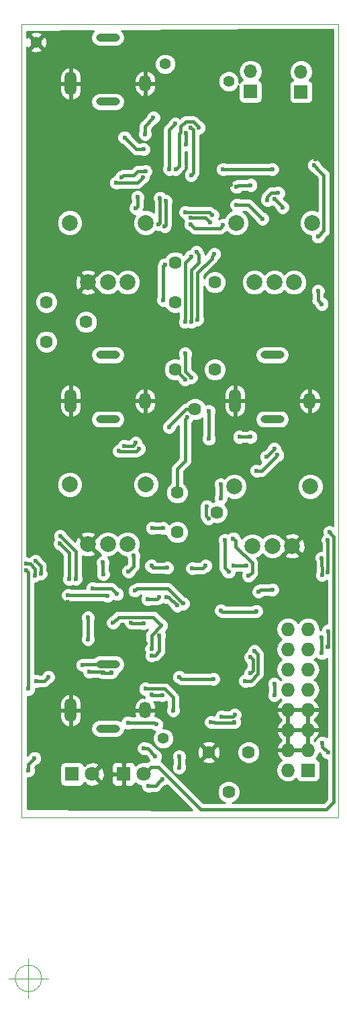
<source format=gbr>
%TF.GenerationSoftware,KiCad,Pcbnew,(5.0.0)*%
%TF.CreationDate,2018-12-09T22:39:23+01:00*%
%TF.ProjectId,formant_vco,666F726D616E745F76636F2E6B696361,rev?*%
%TF.SameCoordinates,Original*%
%TF.FileFunction,Copper,L2,Bot,Signal*%
%TF.FilePolarity,Positive*%
%FSLAX46Y46*%
G04 Gerber Fmt 4.6, Leading zero omitted, Abs format (unit mm)*
G04 Created by KiCad (PCBNEW (5.0.0)) date 12/09/18 22:39:23*
%MOMM*%
%LPD*%
G01*
G04 APERTURE LIST*
%ADD10C,0.100000*%
%ADD11R,1.727200X1.727200*%
%ADD12O,1.727200X1.727200*%
%ADD13C,1.620000*%
%ADD14O,3.000000X1.000000*%
%ADD15O,1.500000X3.000000*%
%ADD16O,1.500000X2.100000*%
%ADD17C,2.000000*%
%ADD18R,1.700000X1.700000*%
%ADD19O,1.700000X1.700000*%
%ADD20R,1.800000X1.800000*%
%ADD21C,1.800000*%
%ADD22C,1.400000*%
%ADD23C,0.600000*%
%ADD24C,0.400000*%
%ADD25C,0.254000*%
G04 APERTURE END LIST*
D10*
X55000000Y-155000000D02*
X95000000Y-155000000D01*
X95000000Y-55000000D02*
X95000000Y-155000000D01*
X55000000Y-55000000D02*
X95000000Y-55000000D01*
X55000000Y-155000000D02*
X55000000Y-55000000D01*
X57551666Y-175260000D02*
G75*
G03X57551666Y-175260000I-1666666J0D01*
G01*
X53385000Y-175260000D02*
X58385000Y-175260000D01*
X55885000Y-172760000D02*
X55885000Y-177760000D01*
D11*
X91135000Y-149010000D03*
D12*
X88595000Y-149010000D03*
X91135000Y-146470000D03*
X88595000Y-146470000D03*
X91135000Y-143930000D03*
X88595000Y-143930000D03*
X91135000Y-141390000D03*
X88595000Y-141390000D03*
X91135000Y-138850000D03*
X88595000Y-138850000D03*
X91135000Y-136310000D03*
X88595000Y-136310000D03*
X91135000Y-133770000D03*
X88595000Y-133770000D03*
X91135000Y-131230000D03*
X88595000Y-131230000D03*
D13*
X74635000Y-119010000D03*
X79635000Y-116510000D03*
X74635000Y-114010000D03*
X58135000Y-95010000D03*
X63135000Y-92510000D03*
X58135000Y-90010000D03*
D14*
X86635000Y-104760000D03*
X86635000Y-96660000D03*
D15*
X81935000Y-102460000D03*
D16*
X91335000Y-102460000D03*
D17*
X63385000Y-120510000D03*
X65885000Y-120510000D03*
X68385000Y-120510000D03*
X70685000Y-113010000D03*
X61085000Y-113010000D03*
D18*
X83885000Y-63460000D03*
D19*
X83885000Y-60920000D03*
D18*
X90260000Y-63510000D03*
D19*
X90260000Y-60970000D03*
D20*
X67885000Y-149510000D03*
D21*
X70425000Y-149510000D03*
D20*
X61385000Y-149510000D03*
D21*
X63925000Y-149510000D03*
D17*
X84385000Y-87510000D03*
X86885000Y-87510000D03*
X89385000Y-87510000D03*
X91685000Y-80010000D03*
X82085000Y-80010000D03*
X63385000Y-87510000D03*
X65885000Y-87510000D03*
X68385000Y-87510000D03*
X70685000Y-80010000D03*
X61085000Y-80010000D03*
X84135000Y-120760000D03*
X86635000Y-120760000D03*
X89135000Y-120760000D03*
X91435000Y-113260000D03*
X81835000Y-113260000D03*
D14*
X65885000Y-64760000D03*
X65885000Y-56660000D03*
D15*
X61185000Y-62460000D03*
D16*
X70585000Y-62460000D03*
D14*
X65885000Y-104760000D03*
X65885000Y-96660000D03*
D15*
X61185000Y-102460000D03*
D16*
X70585000Y-102460000D03*
D13*
X83635000Y-146760000D03*
X81135000Y-151760000D03*
X78635000Y-146760000D03*
X74385000Y-90010000D03*
X79385000Y-87510000D03*
X74385000Y-85010000D03*
X79385000Y-98510000D03*
X76885000Y-103510000D03*
X74385000Y-98510000D03*
D22*
X81135000Y-62194308D03*
X72885000Y-145010000D03*
X56885000Y-57260000D03*
X73135000Y-60010000D03*
D14*
X65885000Y-143760000D03*
X65885000Y-135660000D03*
D15*
X61185000Y-141460000D03*
D16*
X70585000Y-141460000D03*
D23*
X92085000Y-71960000D03*
X83385000Y-68260000D03*
X76135000Y-59260000D03*
X66385000Y-128760000D03*
X76635000Y-107260000D03*
X72635000Y-121010000D03*
X78635002Y-120010000D03*
X57335050Y-127250012D03*
X81635000Y-126760000D03*
X81376042Y-75257014D03*
X59135000Y-136010000D03*
X71885000Y-152260000D03*
X70672805Y-133057967D03*
X69835010Y-134596777D03*
X60835010Y-127760000D03*
X74385000Y-67509996D03*
X72885000Y-89760000D03*
X73100427Y-85266914D03*
X73635000Y-73260000D03*
X72476564Y-76897612D03*
X72310346Y-80191322D03*
X70435000Y-146260000D03*
X71885000Y-147260000D03*
X86885000Y-139550000D03*
X86885000Y-138150000D03*
X59885000Y-119510000D03*
X75393958Y-128007014D03*
X67060990Y-126809998D03*
X69293610Y-126388139D03*
X63948386Y-126121290D03*
X61861870Y-124910022D03*
X83635000Y-124510000D03*
X80135000Y-113010000D03*
X80135010Y-114760000D03*
X81709425Y-119799925D03*
X84635000Y-111260000D03*
X87291906Y-109294474D03*
X93647017Y-124106141D03*
X93655682Y-131480682D03*
X93635000Y-133510000D03*
X74885000Y-148670001D03*
X74885000Y-147270001D03*
X93635000Y-120010000D03*
X86930969Y-77033557D03*
X87932742Y-78057750D03*
X92385000Y-81760000D03*
X92385001Y-88608775D03*
X92885000Y-90260000D03*
X91885000Y-72760000D03*
X86635000Y-73260000D03*
X93849974Y-119010000D03*
X80385001Y-73260000D03*
X92885000Y-122260000D03*
X92897941Y-124387010D03*
X92880682Y-132255682D03*
X92885000Y-134260000D03*
X92930090Y-145555090D03*
X93670040Y-146795040D03*
X55885000Y-149010000D03*
X56635000Y-147510000D03*
X56885000Y-137760000D03*
X58385000Y-137260000D03*
X69635000Y-76760000D03*
X69385000Y-78160011D03*
X71635000Y-66760000D03*
X70583346Y-68844769D03*
X71634994Y-66760000D03*
X66919456Y-74960000D03*
X70335000Y-74260000D03*
X80416900Y-80334694D03*
X82135000Y-75510000D03*
X83900022Y-75260759D03*
X87385000Y-76260000D03*
X86018063Y-77169032D03*
X76319304Y-80194308D03*
X85385000Y-79510023D03*
X82135000Y-77760000D03*
X76385000Y-84259994D03*
X75635000Y-92510000D03*
X76385000Y-99510000D03*
X75635000Y-96510000D03*
X82484989Y-107010000D03*
X83885000Y-107010000D03*
X72385000Y-132010000D03*
X71403945Y-134528945D03*
X71385000Y-139510000D03*
X72785012Y-139542098D03*
X74635000Y-128260000D03*
X73329940Y-127210010D03*
X70385000Y-130510000D03*
X68791511Y-130410011D03*
X70885000Y-127460010D03*
X72385000Y-127210010D03*
X86635000Y-126260000D03*
X84885000Y-126510000D03*
X83385000Y-123260000D03*
X78213696Y-123239470D03*
X76536703Y-123562416D03*
X73385000Y-123510000D03*
X71384978Y-123260000D03*
X81719304Y-123244308D03*
X55885000Y-138760000D03*
X69385000Y-107760000D03*
X67985677Y-108127070D03*
X77385000Y-68010000D03*
X55635000Y-123810013D03*
X70984988Y-150987857D03*
X72754982Y-150140018D03*
X74435003Y-73260000D03*
X73191958Y-77255705D03*
X73069304Y-80444308D03*
X75725981Y-70117760D03*
X75774344Y-68717749D03*
X76296020Y-79394635D03*
X78825226Y-79994298D03*
X69132245Y-121948294D03*
X68500500Y-123946725D03*
X72885000Y-118509998D03*
X71484988Y-118473972D03*
X63385000Y-129760000D03*
X63385000Y-132510000D03*
X65255070Y-122832547D03*
X65317379Y-124309907D03*
X78635000Y-107260000D03*
X78635000Y-103760000D03*
X77190591Y-92243967D03*
X75626042Y-99762987D03*
X79319304Y-83944308D03*
X72634996Y-130760000D03*
X74135000Y-141510000D03*
X71385000Y-133709987D03*
X70635000Y-138760012D03*
X66546273Y-130421277D03*
X59819304Y-120444308D03*
X65847649Y-127067646D03*
X60835000Y-126944308D03*
X61019291Y-124944308D03*
X81875000Y-142959998D03*
X78885000Y-142959980D03*
X83885000Y-134759977D03*
X83885000Y-136760000D03*
X79223694Y-137518009D03*
X74885000Y-137260000D03*
X76385000Y-74010000D03*
X75885002Y-104510000D03*
X76334994Y-68013147D03*
X76435006Y-92506855D03*
X81135000Y-124010000D03*
X83185000Y-137760000D03*
X84385000Y-134010000D03*
X84628620Y-128959685D03*
X80157240Y-128876151D03*
X80634994Y-120010000D03*
X78586990Y-117296007D03*
X78385000Y-115760000D03*
X81885000Y-142010000D03*
X80234988Y-142260086D03*
X77069304Y-83694308D03*
X73601845Y-105793154D03*
X69833990Y-108508405D03*
X67285677Y-108781038D03*
X56765025Y-122640025D03*
X57419724Y-124248193D03*
X68435000Y-143010000D03*
X66384855Y-136660010D03*
X63585001Y-136622771D03*
X72020849Y-143232727D03*
X70635000Y-73510000D03*
X67635000Y-74260000D03*
X55635000Y-123010000D03*
X56662312Y-124505740D03*
X62684969Y-135760008D03*
X67997500Y-69260000D03*
X70385000Y-70760000D03*
X79085396Y-79049569D03*
X75697467Y-78673272D03*
X86885006Y-108510000D03*
X85872010Y-109522981D03*
D24*
X92185000Y-71860000D02*
X92085000Y-71960000D01*
X72885000Y-85482341D02*
X73100427Y-85266914D01*
X72885000Y-89760000D02*
X72885000Y-85482341D01*
X73635000Y-68259996D02*
X74135000Y-67759996D01*
X73635000Y-73260000D02*
X73635000Y-68259996D01*
X73885000Y-68009996D02*
X74135000Y-67759996D01*
X74135000Y-67759996D02*
X74385000Y-67509996D01*
X72476564Y-76897612D02*
X72476564Y-80025104D01*
X72476564Y-80025104D02*
X72310346Y-80191322D01*
X70435000Y-146260000D02*
X70885000Y-146260000D01*
X70885000Y-146260000D02*
X71885000Y-147260000D01*
X86885000Y-139550000D02*
X86885000Y-138150000D01*
X75093959Y-127707015D02*
X75393958Y-128007014D01*
X73475084Y-126088140D02*
X75093959Y-127707015D01*
X69593609Y-126088140D02*
X73475084Y-126088140D01*
X69293610Y-126388139D02*
X69593609Y-126088140D01*
X66372282Y-126121290D02*
X64372650Y-126121290D01*
X64372650Y-126121290D02*
X63948386Y-126121290D01*
X67060990Y-126809998D02*
X66372282Y-126121290D01*
X59885000Y-119510000D02*
X61861870Y-121486870D01*
X61861870Y-121486870D02*
X61861870Y-124485758D01*
X61861870Y-124485758D02*
X61861870Y-124910022D01*
X80135000Y-113010000D02*
X80135000Y-114759990D01*
X80135000Y-114759990D02*
X80135010Y-114760000D01*
X84085001Y-124059999D02*
X84085001Y-122923999D01*
X82009424Y-120848422D02*
X82009424Y-120099924D01*
X84085001Y-122923999D02*
X82009424Y-120848422D01*
X82009424Y-120099924D02*
X81709425Y-119799925D01*
X83635000Y-124510000D02*
X84085001Y-124059999D01*
X85326380Y-111260000D02*
X86991907Y-109594473D01*
X84635000Y-111260000D02*
X85326380Y-111260000D01*
X86991907Y-109594473D02*
X87291906Y-109294474D01*
X93655682Y-131480682D02*
X93655682Y-133489318D01*
X93655682Y-133489318D02*
X93635000Y-133510000D01*
X74885000Y-148670001D02*
X74885000Y-147270001D01*
X93647017Y-124106141D02*
X93647017Y-120022017D01*
X93647017Y-120022017D02*
X93635000Y-120010000D01*
X86930969Y-77033557D02*
X87932742Y-78035330D01*
X87932742Y-78035330D02*
X87932742Y-78057750D01*
X93135000Y-81010000D02*
X92385000Y-81760000D01*
X93135000Y-74010000D02*
X93135000Y-81010000D01*
X92635000Y-73510000D02*
X93135000Y-74010000D01*
X92385001Y-88608775D02*
X92385001Y-89760001D01*
X92385001Y-89760001D02*
X92885000Y-90260000D01*
X92635000Y-73510000D02*
X91885000Y-72760000D01*
X86635000Y-73260000D02*
X80385001Y-73260000D01*
X71324999Y-148610001D02*
X72260967Y-148610001D01*
X77610967Y-153960001D02*
X93434999Y-153960001D01*
X93434999Y-153960001D02*
X94385000Y-153010000D01*
X94385000Y-153010000D02*
X94385000Y-119545026D01*
X94149973Y-119309999D02*
X93849974Y-119010000D01*
X94385000Y-119545026D02*
X94149973Y-119309999D01*
X70425000Y-149510000D02*
X71324999Y-148610001D01*
X72260967Y-148610001D02*
X77610967Y-153960001D01*
X92885000Y-124374069D02*
X92897941Y-124387010D01*
X92885000Y-124260000D02*
X92885000Y-124374069D01*
X92885000Y-122260000D02*
X92897941Y-124387010D01*
X92880682Y-132255682D02*
X92880682Y-134005682D01*
X92930090Y-145555090D02*
X92930090Y-146055090D01*
X92930090Y-146055090D02*
X93670040Y-146795040D01*
X55885000Y-149010000D02*
X55885000Y-148260000D01*
X55885000Y-148260000D02*
X56635000Y-147510000D01*
X56885000Y-137760000D02*
X57885000Y-137760000D01*
X57885000Y-137760000D02*
X58385000Y-137260000D01*
X69635000Y-76760000D02*
X69635000Y-77910011D01*
X69635000Y-77910011D02*
X69385000Y-78160011D01*
X71635000Y-66760000D02*
X70583346Y-67811654D01*
X71635000Y-66760000D02*
X71634994Y-66760000D01*
X70583346Y-68420505D02*
X70583346Y-68844769D01*
X70583346Y-67811654D02*
X70583346Y-68420505D01*
X66919456Y-74960000D02*
X69635000Y-74960000D01*
X69635000Y-74960000D02*
X70335000Y-74260000D01*
X82384241Y-75260759D02*
X82135000Y-75510000D01*
X83900022Y-75260759D02*
X82384241Y-75260759D01*
X86018063Y-77169032D02*
X86018063Y-76744768D01*
X86502831Y-76260000D02*
X86960736Y-76260000D01*
X86018063Y-76744768D02*
X86502831Y-76260000D01*
X86960736Y-76260000D02*
X87385000Y-76260000D01*
X76619303Y-80494307D02*
X76319304Y-80194308D01*
X80416900Y-80334694D02*
X80057286Y-80694308D01*
X80057286Y-80694308D02*
X76819304Y-80694308D01*
X76819304Y-80694308D02*
X76619303Y-80494307D01*
X82559264Y-77760000D02*
X82135000Y-77760000D01*
X83634977Y-77760000D02*
X82559264Y-77760000D01*
X85385000Y-79510023D02*
X83634977Y-77760000D01*
X76385000Y-84259994D02*
X75635000Y-85009994D01*
X75635000Y-85009994D02*
X75635000Y-92085736D01*
X75635000Y-92085736D02*
X75635000Y-92510000D01*
X76385000Y-99510000D02*
X75635000Y-98760000D01*
X75635000Y-98760000D02*
X75635000Y-96934264D01*
X75635000Y-96934264D02*
X75635000Y-96510000D01*
X83885000Y-107010000D02*
X83460736Y-107010000D01*
X83460736Y-107010000D02*
X82484989Y-107010000D01*
X72385000Y-132010000D02*
X72385000Y-133972154D01*
X72385000Y-133972154D02*
X71828209Y-134528945D01*
X71828209Y-134528945D02*
X71403945Y-134528945D01*
X72785012Y-139542098D02*
X71417098Y-139542098D01*
X71417098Y-139542098D02*
X71385000Y-139510000D01*
X73585010Y-127210010D02*
X73329940Y-127210010D01*
X74635000Y-128260000D02*
X73585010Y-127210010D01*
X68891500Y-130510000D02*
X68791511Y-130410011D01*
X70385000Y-130510000D02*
X68891500Y-130510000D01*
X72135000Y-127460010D02*
X72385000Y-127210010D01*
X70885000Y-127460010D02*
X72135000Y-127460010D01*
X86635000Y-126260000D02*
X85135000Y-126260000D01*
X85135000Y-126260000D02*
X84885000Y-126510000D01*
X77890750Y-123562416D02*
X78213696Y-123239470D01*
X76536703Y-123562416D02*
X77890750Y-123562416D01*
X71634978Y-123510000D02*
X71384978Y-123260000D01*
X71405530Y-123239470D02*
X71385000Y-123260000D01*
X71385000Y-123260000D02*
X71384978Y-123260000D01*
X73385000Y-123510000D02*
X71634978Y-123510000D01*
X81734996Y-123260000D02*
X81719304Y-123244308D01*
X83385000Y-123260000D02*
X81734996Y-123260000D01*
X69385000Y-107760000D02*
X69017930Y-108127070D01*
X69017930Y-108127070D02*
X68409941Y-108127070D01*
X68409941Y-108127070D02*
X67985677Y-108127070D01*
X75704218Y-67266518D02*
X76641518Y-67266518D01*
X75085003Y-67885733D02*
X75704218Y-67266518D01*
X77085001Y-67710001D02*
X77385000Y-68010000D01*
X75085003Y-68596002D02*
X75085003Y-67885733D01*
X74855996Y-68825009D02*
X75085003Y-68596002D01*
X76641518Y-67266518D02*
X77085001Y-67710001D01*
X55885000Y-138760000D02*
X55885000Y-124060013D01*
X55885000Y-124060013D02*
X55635000Y-123810013D01*
X71907143Y-150987857D02*
X72454983Y-150440017D01*
X72454983Y-150440017D02*
X72754982Y-150140018D01*
X70984988Y-150987857D02*
X71907143Y-150987857D01*
X74855996Y-72839007D02*
X74855996Y-68825009D01*
X74435003Y-73260000D02*
X74855996Y-72839007D01*
X73191958Y-77255705D02*
X73191958Y-80321654D01*
X73191958Y-80321654D02*
X73069304Y-80444308D01*
X75774344Y-68717749D02*
X75774344Y-70069397D01*
X75774344Y-70069397D02*
X75725981Y-70117760D01*
X76296020Y-79394635D02*
X78225563Y-79394635D01*
X78225563Y-79394635D02*
X78525227Y-79694299D01*
X78525227Y-79694299D02*
X78825226Y-79994298D01*
X69132245Y-121948294D02*
X69132245Y-123314980D01*
X68800499Y-123646726D02*
X68500500Y-123946725D01*
X69132245Y-123314980D02*
X68800499Y-123646726D01*
X71484988Y-118473972D02*
X72848974Y-118473972D01*
X72848974Y-118473972D02*
X72885000Y-118509998D01*
X63385000Y-129760000D02*
X63385000Y-132510000D01*
X65255070Y-124247598D02*
X65317379Y-124309907D01*
X65255070Y-122832547D02*
X65255070Y-124247598D01*
X78635000Y-107260000D02*
X78635000Y-103760000D01*
X74385000Y-98510000D02*
X75626042Y-99751042D01*
X75626042Y-99751042D02*
X75626042Y-99762987D01*
X77190591Y-92243967D02*
X77190591Y-86323021D01*
X79019305Y-84494307D02*
X79019305Y-84244307D01*
X77190591Y-86323021D02*
X79019305Y-84494307D01*
X79019305Y-84244307D02*
X79319304Y-83944308D01*
X71385000Y-132009996D02*
X71385000Y-133285723D01*
X72634996Y-130760000D02*
X71385000Y-132009996D01*
X71385000Y-133285723D02*
X71385000Y-133709987D01*
X72634996Y-130760000D02*
X71584997Y-129710001D01*
X71584997Y-129710001D02*
X68340745Y-129710001D01*
X74135000Y-139856084D02*
X73038928Y-138760012D01*
X73038928Y-138760012D02*
X71059264Y-138760012D01*
X74135000Y-141510000D02*
X74135000Y-139856084D01*
X71059264Y-138760012D02*
X70635000Y-138760012D01*
X68340745Y-129710001D02*
X67257549Y-129710001D01*
X67257549Y-129710001D02*
X66546273Y-130421277D01*
X60835000Y-126944308D02*
X65724311Y-126944308D01*
X60819304Y-126944308D02*
X60835000Y-126944308D01*
X65724311Y-126944308D02*
X65847649Y-127067646D01*
X61019291Y-121644295D02*
X61019291Y-124520044D01*
X59819304Y-120444308D02*
X61019291Y-121644295D01*
X61019291Y-124520044D02*
X61019291Y-124944308D01*
X84184999Y-136460001D02*
X84184999Y-135059976D01*
X84184999Y-135059976D02*
X83885000Y-134759977D01*
X83885000Y-136760000D02*
X84184999Y-136460001D01*
X79334980Y-142959980D02*
X78885000Y-142959980D01*
X79409989Y-143034989D02*
X79334980Y-142959980D01*
X79434978Y-143010000D02*
X79409989Y-143034989D01*
X81875000Y-142959998D02*
X81824998Y-143010000D01*
X81824998Y-143010000D02*
X79434978Y-143010000D01*
X75143009Y-137518009D02*
X74885000Y-137260000D01*
X79223694Y-137518009D02*
X75143009Y-137518009D01*
X74635000Y-111010000D02*
X74635000Y-114010000D01*
X75635000Y-110010000D02*
X74635000Y-111010000D01*
X75885000Y-104510000D02*
X75635000Y-104760000D01*
X75635000Y-104760000D02*
X75635000Y-110010000D01*
X76385000Y-74010000D02*
X76684999Y-73710001D01*
X76684999Y-68363152D02*
X76634993Y-68313146D01*
X76684999Y-73710001D02*
X76684999Y-68363152D01*
X76634993Y-68313146D02*
X76334994Y-68013147D01*
X84785009Y-134410009D02*
X84385000Y-134010000D01*
X84785009Y-136895993D02*
X84785009Y-134410009D01*
X83185000Y-137760000D02*
X83921002Y-137760000D01*
X83921002Y-137760000D02*
X84785009Y-136895993D01*
X78286991Y-115858009D02*
X78385000Y-115760000D01*
X78586990Y-117296007D02*
X78286991Y-116996008D01*
X78286991Y-116996008D02*
X78286991Y-115858009D01*
X80234988Y-142260086D02*
X81634914Y-142260086D01*
X81634914Y-142260086D02*
X81885000Y-142010000D01*
X77369303Y-83994307D02*
X77069304Y-83694308D01*
X76435006Y-85995998D02*
X77369303Y-85061701D01*
X77369303Y-85061701D02*
X77369303Y-83994307D01*
X76435006Y-92506855D02*
X76435006Y-85995998D01*
X80325397Y-129044308D02*
X80157240Y-128876151D01*
X84628620Y-128959685D02*
X84543997Y-129044308D01*
X84543997Y-129044308D02*
X80325397Y-129044308D01*
X80634994Y-123509994D02*
X80634994Y-120434264D01*
X81135000Y-124010000D02*
X80634994Y-123509994D01*
X80634994Y-120434264D02*
X80634994Y-120010000D01*
X73601845Y-105647643D02*
X73601845Y-105793154D01*
X76885000Y-103510000D02*
X75739488Y-103510000D01*
X75739488Y-103510000D02*
X73601845Y-105647643D01*
X67331710Y-108827071D02*
X67285677Y-108781038D01*
X69833990Y-108508405D02*
X69515324Y-108827071D01*
X69515324Y-108827071D02*
X67331710Y-108827071D01*
X56765025Y-122640025D02*
X57419724Y-123294724D01*
X57419724Y-123294724D02*
X57419724Y-124248193D01*
X64009265Y-136622771D02*
X63585001Y-136622771D01*
X65135000Y-136760000D02*
X64997771Y-136622771D01*
X64997771Y-136622771D02*
X64009265Y-136622771D01*
X66284865Y-136760000D02*
X66384855Y-136660010D01*
X66385000Y-136760000D02*
X66284865Y-136760000D01*
X65349223Y-136622771D02*
X64997771Y-136622771D01*
X66385000Y-136760000D02*
X65486452Y-136760000D01*
X65486452Y-136760000D02*
X65349223Y-136622771D01*
X68435000Y-143010000D02*
X71798122Y-143010000D01*
X71798122Y-143010000D02*
X72020849Y-143232727D01*
X70635000Y-73510000D02*
X69635000Y-73510000D01*
X67885000Y-74010000D02*
X67635000Y-74260000D01*
X69135000Y-74010000D02*
X67885000Y-74010000D01*
X69635000Y-73510000D02*
X69135000Y-74010000D01*
X56059264Y-123010000D02*
X56662312Y-123613048D01*
X55635000Y-123010000D02*
X56059264Y-123010000D01*
X56662312Y-123613048D02*
X56662312Y-124081476D01*
X56662312Y-124081476D02*
X56662312Y-124505740D01*
X62784977Y-135660000D02*
X62684969Y-135760008D01*
X65885000Y-135660000D02*
X62784977Y-135660000D01*
X67997500Y-69260000D02*
X69497500Y-70760000D01*
X69497500Y-70760000D02*
X69960736Y-70760000D01*
X69960736Y-70760000D02*
X70385000Y-70760000D01*
X76121731Y-78673272D02*
X75697467Y-78673272D01*
X78709099Y-78673272D02*
X76121731Y-78673272D01*
X79085396Y-79049569D02*
X78709099Y-78673272D01*
X86884991Y-108510000D02*
X86885006Y-108510000D01*
X85872010Y-109522981D02*
X86884991Y-108510000D01*
D25*
G36*
X94315001Y-118190583D02*
X94035957Y-118075000D01*
X93663991Y-118075000D01*
X93320339Y-118217345D01*
X93057319Y-118480365D01*
X92914974Y-118824017D01*
X92914974Y-119195983D01*
X92976995Y-119345715D01*
X92842345Y-119480365D01*
X92700000Y-119824017D01*
X92700000Y-120195983D01*
X92812018Y-120466419D01*
X92812018Y-121325000D01*
X92699017Y-121325000D01*
X92355365Y-121467345D01*
X92092345Y-121730365D01*
X91950000Y-122074017D01*
X91950000Y-122445983D01*
X92052624Y-122693740D01*
X92060363Y-123965828D01*
X91962941Y-124201027D01*
X91962941Y-124572993D01*
X92105286Y-124916645D01*
X92368306Y-125179665D01*
X92711958Y-125322010D01*
X93083924Y-125322010D01*
X93427576Y-125179665D01*
X93550001Y-125057240D01*
X93550001Y-130545682D01*
X93469699Y-130545682D01*
X93126047Y-130688027D01*
X92863027Y-130951047D01*
X92720682Y-131294699D01*
X92720682Y-131320682D01*
X92694699Y-131320682D01*
X92640452Y-131343152D01*
X92662959Y-131230000D01*
X92546650Y-130645275D01*
X92215430Y-130149570D01*
X91719725Y-129818350D01*
X91282598Y-129731400D01*
X90987402Y-129731400D01*
X90550275Y-129818350D01*
X90054570Y-130149570D01*
X89865000Y-130433281D01*
X89675430Y-130149570D01*
X89179725Y-129818350D01*
X88742598Y-129731400D01*
X88447402Y-129731400D01*
X88010275Y-129818350D01*
X87514570Y-130149570D01*
X87183350Y-130645275D01*
X87067041Y-131230000D01*
X87183350Y-131814725D01*
X87514570Y-132310430D01*
X87798281Y-132500000D01*
X87514570Y-132689570D01*
X87183350Y-133185275D01*
X87067041Y-133770000D01*
X87183350Y-134354725D01*
X87514570Y-134850430D01*
X87798281Y-135040000D01*
X87514570Y-135229570D01*
X87183350Y-135725275D01*
X87067041Y-136310000D01*
X87183350Y-136894725D01*
X87514570Y-137390430D01*
X87798281Y-137580000D01*
X87690708Y-137651878D01*
X87677655Y-137620365D01*
X87414635Y-137357345D01*
X87070983Y-137215000D01*
X86699017Y-137215000D01*
X86355365Y-137357345D01*
X86092345Y-137620365D01*
X85950000Y-137964017D01*
X85950000Y-138335983D01*
X86050001Y-138577407D01*
X86050000Y-139122594D01*
X85950000Y-139364017D01*
X85950000Y-139735983D01*
X86092345Y-140079635D01*
X86355365Y-140342655D01*
X86699017Y-140485000D01*
X87070983Y-140485000D01*
X87414635Y-140342655D01*
X87677655Y-140079635D01*
X87690708Y-140048122D01*
X87802826Y-140123037D01*
X87388179Y-140501510D01*
X87140032Y-141030973D01*
X87260531Y-141263000D01*
X88468000Y-141263000D01*
X88468000Y-141243000D01*
X88722000Y-141243000D01*
X88722000Y-141263000D01*
X91008000Y-141263000D01*
X91008000Y-141243000D01*
X91262000Y-141243000D01*
X91262000Y-141263000D01*
X92469469Y-141263000D01*
X92589968Y-141030973D01*
X92341821Y-140501510D01*
X91927174Y-140123037D01*
X92215430Y-139930430D01*
X92546650Y-139434725D01*
X92662959Y-138850000D01*
X92546650Y-138265275D01*
X92215430Y-137769570D01*
X91931719Y-137580000D01*
X92215430Y-137390430D01*
X92546650Y-136894725D01*
X92662959Y-136310000D01*
X92546650Y-135725275D01*
X92215430Y-135229570D01*
X91931719Y-135040000D01*
X92178090Y-134875380D01*
X92355365Y-135052655D01*
X92699017Y-135195000D01*
X93070983Y-135195000D01*
X93414635Y-135052655D01*
X93550001Y-134917289D01*
X93550000Y-144852710D01*
X93459725Y-144762435D01*
X93116073Y-144620090D01*
X92744107Y-144620090D01*
X92400455Y-144762435D01*
X92137435Y-145025455D01*
X92026374Y-145293582D01*
X91923848Y-145200000D01*
X92341821Y-144818490D01*
X92589968Y-144289027D01*
X92469469Y-144057000D01*
X91262000Y-144057000D01*
X91262000Y-146343000D01*
X91282000Y-146343000D01*
X91282000Y-146597000D01*
X91262000Y-146597000D01*
X91262000Y-146617000D01*
X91008000Y-146617000D01*
X91008000Y-146597000D01*
X88722000Y-146597000D01*
X88722000Y-146617000D01*
X88468000Y-146617000D01*
X88468000Y-146597000D01*
X87260531Y-146597000D01*
X87140032Y-146829027D01*
X87388179Y-147358490D01*
X87802826Y-147736963D01*
X87514570Y-147929570D01*
X87183350Y-148425275D01*
X87067041Y-149010000D01*
X87183350Y-149594725D01*
X87514570Y-150090430D01*
X88010275Y-150421650D01*
X88447402Y-150508600D01*
X88742598Y-150508600D01*
X89179725Y-150421650D01*
X89668068Y-150095349D01*
X89673243Y-150121365D01*
X89813591Y-150331409D01*
X90023635Y-150471757D01*
X90271400Y-150521040D01*
X91998600Y-150521040D01*
X92246365Y-150471757D01*
X92456409Y-150331409D01*
X92596757Y-150121365D01*
X92646040Y-149873600D01*
X92646040Y-148146400D01*
X92596757Y-147898635D01*
X92456409Y-147688591D01*
X92246365Y-147548243D01*
X92154050Y-147529881D01*
X92341821Y-147358490D01*
X92568648Y-146874516D01*
X92777385Y-147083253D01*
X92877385Y-147324675D01*
X93140405Y-147587695D01*
X93484057Y-147730040D01*
X93550000Y-147730040D01*
X93550000Y-152664132D01*
X93089131Y-153125001D01*
X81615563Y-153125001D01*
X81953527Y-152985012D01*
X82360012Y-152578527D01*
X82580000Y-152047428D01*
X82580000Y-151472572D01*
X82360012Y-150941473D01*
X81953527Y-150534988D01*
X81422428Y-150315000D01*
X80847572Y-150315000D01*
X80316473Y-150534988D01*
X79909988Y-150941473D01*
X79690000Y-151472572D01*
X79690000Y-152047428D01*
X79909988Y-152578527D01*
X80316473Y-152985012D01*
X80654437Y-153125001D01*
X77956835Y-153125001D01*
X72909554Y-148077721D01*
X72862968Y-148008000D01*
X72620981Y-147846309D01*
X72677655Y-147789635D01*
X72820000Y-147445983D01*
X72820000Y-147084018D01*
X73950000Y-147084018D01*
X73950000Y-147455984D01*
X74050001Y-147697408D01*
X74050000Y-148242595D01*
X73950000Y-148484018D01*
X73950000Y-148855984D01*
X74092345Y-149199636D01*
X74355365Y-149462656D01*
X74699017Y-149605001D01*
X75070983Y-149605001D01*
X75414635Y-149462656D01*
X75677655Y-149199636D01*
X75820000Y-148855984D01*
X75820000Y-148484018D01*
X75720000Y-148242596D01*
X75720000Y-147774988D01*
X77799617Y-147774988D01*
X77874980Y-148022144D01*
X78415834Y-148216916D01*
X78990055Y-148189886D01*
X79395020Y-148022144D01*
X79470383Y-147774988D01*
X78635000Y-146939605D01*
X77799617Y-147774988D01*
X75720000Y-147774988D01*
X75720000Y-147697406D01*
X75820000Y-147455984D01*
X75820000Y-147084018D01*
X75677655Y-146740366D01*
X75478123Y-146540834D01*
X77178084Y-146540834D01*
X77205114Y-147115055D01*
X77372856Y-147520020D01*
X77620012Y-147595383D01*
X78455395Y-146760000D01*
X78814605Y-146760000D01*
X79649988Y-147595383D01*
X79897144Y-147520020D01*
X80091916Y-146979166D01*
X80068070Y-146472572D01*
X82190000Y-146472572D01*
X82190000Y-147047428D01*
X82409988Y-147578527D01*
X82816473Y-147985012D01*
X83347572Y-148205000D01*
X83922428Y-148205000D01*
X84453527Y-147985012D01*
X84860012Y-147578527D01*
X85080000Y-147047428D01*
X85080000Y-146472572D01*
X84860012Y-145941473D01*
X84453527Y-145534988D01*
X83922428Y-145315000D01*
X83347572Y-145315000D01*
X82816473Y-145534988D01*
X82409988Y-145941473D01*
X82190000Y-146472572D01*
X80068070Y-146472572D01*
X80064886Y-146404945D01*
X79897144Y-145999980D01*
X79649988Y-145924617D01*
X78814605Y-146760000D01*
X78455395Y-146760000D01*
X77620012Y-145924617D01*
X77372856Y-145999980D01*
X77178084Y-146540834D01*
X75478123Y-146540834D01*
X75414635Y-146477346D01*
X75070983Y-146335001D01*
X74699017Y-146335001D01*
X74355365Y-146477346D01*
X74092345Y-146740366D01*
X73950000Y-147084018D01*
X72820000Y-147084018D01*
X72820000Y-147074017D01*
X72677655Y-146730365D01*
X72414635Y-146467345D01*
X72173212Y-146367345D01*
X71533587Y-145727720D01*
X71487001Y-145657999D01*
X71210801Y-145473448D01*
X70967237Y-145425000D01*
X70967233Y-145425000D01*
X70885000Y-145408643D01*
X70843057Y-145416986D01*
X70620983Y-145325000D01*
X70249017Y-145325000D01*
X69905365Y-145467345D01*
X69642345Y-145730365D01*
X69500000Y-146074017D01*
X69500000Y-146445983D01*
X69642345Y-146789635D01*
X69905365Y-147052655D01*
X70249017Y-147195000D01*
X70620983Y-147195000D01*
X70633817Y-147189684D01*
X70992345Y-147548212D01*
X71092345Y-147789635D01*
X71105095Y-147802385D01*
X70999198Y-147823449D01*
X70756292Y-147985754D01*
X70730330Y-147975000D01*
X70119670Y-147975000D01*
X69555493Y-148208690D01*
X69379139Y-148385044D01*
X69323327Y-148250301D01*
X69144698Y-148071673D01*
X68911309Y-147975000D01*
X68170750Y-147975000D01*
X68012000Y-148133750D01*
X68012000Y-149383000D01*
X68032000Y-149383000D01*
X68032000Y-149637000D01*
X68012000Y-149637000D01*
X68012000Y-150886250D01*
X68170750Y-151045000D01*
X68911309Y-151045000D01*
X69144698Y-150948327D01*
X69323327Y-150769699D01*
X69379139Y-150634956D01*
X69555493Y-150811310D01*
X70049988Y-151016137D01*
X70049988Y-151173840D01*
X70192333Y-151517492D01*
X70455353Y-151780512D01*
X70799005Y-151922857D01*
X71170971Y-151922857D01*
X71412393Y-151822857D01*
X71824910Y-151822857D01*
X71907143Y-151839214D01*
X71989376Y-151822857D01*
X71989380Y-151822857D01*
X72232944Y-151774409D01*
X72509144Y-151589858D01*
X72555730Y-151520137D01*
X73043195Y-151032673D01*
X73284617Y-150932673D01*
X73343694Y-150873596D01*
X76486761Y-154016663D01*
X55761680Y-153883810D01*
X55751658Y-149945000D01*
X56070983Y-149945000D01*
X56414635Y-149802655D01*
X56677655Y-149539635D01*
X56820000Y-149195983D01*
X56820000Y-148824017D01*
X56731352Y-148610000D01*
X59837560Y-148610000D01*
X59837560Y-150410000D01*
X59886843Y-150657765D01*
X60027191Y-150867809D01*
X60237235Y-151008157D01*
X60485000Y-151057440D01*
X62285000Y-151057440D01*
X62532765Y-151008157D01*
X62742809Y-150867809D01*
X62875058Y-150669886D01*
X62909890Y-150704718D01*
X63024447Y-150590161D01*
X63110852Y-150846643D01*
X63684336Y-151056458D01*
X64294460Y-151030839D01*
X64739148Y-150846643D01*
X64825554Y-150590159D01*
X63925000Y-149689605D01*
X63910858Y-149703748D01*
X63731253Y-149524143D01*
X63745395Y-149510000D01*
X64104605Y-149510000D01*
X65005159Y-150410554D01*
X65261643Y-150324148D01*
X65454962Y-149795750D01*
X66350000Y-149795750D01*
X66350000Y-150536310D01*
X66446673Y-150769699D01*
X66625302Y-150948327D01*
X66858691Y-151045000D01*
X67599250Y-151045000D01*
X67758000Y-150886250D01*
X67758000Y-149637000D01*
X66508750Y-149637000D01*
X66350000Y-149795750D01*
X65454962Y-149795750D01*
X65471458Y-149750664D01*
X65445839Y-149140540D01*
X65261643Y-148695852D01*
X65005159Y-148609446D01*
X64104605Y-149510000D01*
X63745395Y-149510000D01*
X63731253Y-149495858D01*
X63910858Y-149316253D01*
X63925000Y-149330395D01*
X64771705Y-148483690D01*
X66350000Y-148483690D01*
X66350000Y-149224250D01*
X66508750Y-149383000D01*
X67758000Y-149383000D01*
X67758000Y-148133750D01*
X67599250Y-147975000D01*
X66858691Y-147975000D01*
X66625302Y-148071673D01*
X66446673Y-148250301D01*
X66350000Y-148483690D01*
X64771705Y-148483690D01*
X64825554Y-148429841D01*
X64739148Y-148173357D01*
X64165664Y-147963542D01*
X63555540Y-147989161D01*
X63110852Y-148173357D01*
X63024447Y-148429839D01*
X62909890Y-148315282D01*
X62875058Y-148350114D01*
X62742809Y-148152191D01*
X62532765Y-148011843D01*
X62285000Y-147962560D01*
X60485000Y-147962560D01*
X60237235Y-148011843D01*
X60027191Y-148152191D01*
X59886843Y-148362235D01*
X59837560Y-148610000D01*
X56731352Y-148610000D01*
X56726816Y-148599051D01*
X56923212Y-148402655D01*
X57164635Y-148302655D01*
X57427655Y-148039635D01*
X57570000Y-147695983D01*
X57570000Y-147324017D01*
X57427655Y-146980365D01*
X57164635Y-146717345D01*
X56820983Y-146575000D01*
X56449017Y-146575000D01*
X56105365Y-146717345D01*
X55842345Y-146980365D01*
X55744714Y-147216069D01*
X55735921Y-143760000D01*
X63727765Y-143760000D01*
X63815854Y-144202855D01*
X64066711Y-144578289D01*
X64442145Y-144829146D01*
X64773217Y-144895000D01*
X66996783Y-144895000D01*
X67327855Y-144829146D01*
X67703289Y-144578289D01*
X67954146Y-144202855D01*
X68023978Y-143851786D01*
X68249017Y-143945000D01*
X68620983Y-143945000D01*
X68862405Y-143845000D01*
X71310832Y-143845000D01*
X71491214Y-144025382D01*
X71834866Y-144167727D01*
X71839298Y-144167727D01*
X71753242Y-144253783D01*
X71550000Y-144744452D01*
X71550000Y-145275548D01*
X71753242Y-145766217D01*
X72128783Y-146141758D01*
X72619452Y-146345000D01*
X73150548Y-146345000D01*
X73641217Y-146141758D01*
X74016758Y-145766217D01*
X74025541Y-145745012D01*
X77799617Y-145745012D01*
X78635000Y-146580395D01*
X79470383Y-145745012D01*
X79395020Y-145497856D01*
X78854166Y-145303084D01*
X78279945Y-145330114D01*
X77874980Y-145497856D01*
X77799617Y-145745012D01*
X74025541Y-145745012D01*
X74220000Y-145275548D01*
X74220000Y-144744452D01*
X74031357Y-144289027D01*
X87140032Y-144289027D01*
X87388179Y-144818490D01*
X87806152Y-145200000D01*
X87388179Y-145581510D01*
X87140032Y-146110973D01*
X87260531Y-146343000D01*
X88468000Y-146343000D01*
X88468000Y-144057000D01*
X88722000Y-144057000D01*
X88722000Y-146343000D01*
X91008000Y-146343000D01*
X91008000Y-144057000D01*
X88722000Y-144057000D01*
X88468000Y-144057000D01*
X87260531Y-144057000D01*
X87140032Y-144289027D01*
X74031357Y-144289027D01*
X74016758Y-144253783D01*
X73641217Y-143878242D01*
X73150548Y-143675000D01*
X72849690Y-143675000D01*
X72955849Y-143418710D01*
X72955849Y-143046744D01*
X72842874Y-142773997D01*
X77950000Y-142773997D01*
X77950000Y-143145963D01*
X78092345Y-143489615D01*
X78355365Y-143752635D01*
X78699017Y-143894980D01*
X79070983Y-143894980D01*
X79195046Y-143843592D01*
X79409989Y-143886347D01*
X79617853Y-143845000D01*
X81568311Y-143845000D01*
X81689017Y-143894998D01*
X82060983Y-143894998D01*
X82404635Y-143752653D01*
X82667655Y-143489633D01*
X82810000Y-143145981D01*
X82810000Y-142774015D01*
X82695286Y-142497070D01*
X82820000Y-142195983D01*
X82820000Y-141824017D01*
X82788939Y-141749027D01*
X87140032Y-141749027D01*
X87388179Y-142278490D01*
X87806152Y-142660000D01*
X87388179Y-143041510D01*
X87140032Y-143570973D01*
X87260531Y-143803000D01*
X88468000Y-143803000D01*
X88468000Y-141517000D01*
X88722000Y-141517000D01*
X88722000Y-143803000D01*
X91008000Y-143803000D01*
X91008000Y-141517000D01*
X91262000Y-141517000D01*
X91262000Y-143803000D01*
X92469469Y-143803000D01*
X92589968Y-143570973D01*
X92341821Y-143041510D01*
X91923848Y-142660000D01*
X92341821Y-142278490D01*
X92589968Y-141749027D01*
X92469469Y-141517000D01*
X91262000Y-141517000D01*
X91008000Y-141517000D01*
X88722000Y-141517000D01*
X88468000Y-141517000D01*
X87260531Y-141517000D01*
X87140032Y-141749027D01*
X82788939Y-141749027D01*
X82677655Y-141480365D01*
X82414635Y-141217345D01*
X82070983Y-141075000D01*
X81699017Y-141075000D01*
X81355365Y-141217345D01*
X81147624Y-141425086D01*
X80662393Y-141425086D01*
X80420971Y-141325086D01*
X80049005Y-141325086D01*
X79705353Y-141467431D01*
X79442333Y-141730451D01*
X79299988Y-142074103D01*
X79299988Y-142115583D01*
X79293051Y-142116963D01*
X79070983Y-142024980D01*
X78699017Y-142024980D01*
X78355365Y-142167325D01*
X78092345Y-142430345D01*
X77950000Y-142773997D01*
X72842874Y-142773997D01*
X72813504Y-142703092D01*
X72550484Y-142440072D01*
X72281176Y-142328521D01*
X72123923Y-142223448D01*
X71884505Y-142175825D01*
X71970000Y-141887000D01*
X71970000Y-141587000D01*
X70712000Y-141587000D01*
X70712000Y-141607000D01*
X70458000Y-141607000D01*
X70458000Y-141587000D01*
X69200000Y-141587000D01*
X69200000Y-141887000D01*
X69285251Y-142175000D01*
X68862405Y-142175000D01*
X68620983Y-142075000D01*
X68249017Y-142075000D01*
X67905365Y-142217345D01*
X67642345Y-142480365D01*
X67505885Y-142809810D01*
X67327855Y-142690854D01*
X66996783Y-142625000D01*
X64773217Y-142625000D01*
X64442145Y-142690854D01*
X64066711Y-142941711D01*
X63815854Y-143317145D01*
X63727765Y-143760000D01*
X55735921Y-143760000D01*
X55730391Y-141587000D01*
X59800000Y-141587000D01*
X59800000Y-142337000D01*
X59954028Y-142857349D01*
X60295460Y-143279145D01*
X60772316Y-143538173D01*
X60843815Y-143552318D01*
X61058000Y-143429656D01*
X61058000Y-141587000D01*
X61312000Y-141587000D01*
X61312000Y-143429656D01*
X61526185Y-143552318D01*
X61597684Y-143538173D01*
X62074540Y-143279145D01*
X62415972Y-142857349D01*
X62570000Y-142337000D01*
X62570000Y-141587000D01*
X61312000Y-141587000D01*
X61058000Y-141587000D01*
X59800000Y-141587000D01*
X55730391Y-141587000D01*
X55727836Y-140583000D01*
X59800000Y-140583000D01*
X59800000Y-141333000D01*
X61058000Y-141333000D01*
X61058000Y-139490344D01*
X61312000Y-139490344D01*
X61312000Y-141333000D01*
X62570000Y-141333000D01*
X62570000Y-141033000D01*
X69200000Y-141033000D01*
X69200000Y-141333000D01*
X70458000Y-141333000D01*
X70458000Y-141313000D01*
X70712000Y-141313000D01*
X70712000Y-141333000D01*
X71970000Y-141333000D01*
X71970000Y-141033000D01*
X71815972Y-140512651D01*
X71713444Y-140385991D01*
X71734913Y-140377098D01*
X72357607Y-140377098D01*
X72599029Y-140477098D01*
X72970995Y-140477098D01*
X73300001Y-140340820D01*
X73300000Y-141082594D01*
X73200000Y-141324017D01*
X73200000Y-141695983D01*
X73342345Y-142039635D01*
X73605365Y-142302655D01*
X73949017Y-142445000D01*
X74320983Y-142445000D01*
X74664635Y-142302655D01*
X74927655Y-142039635D01*
X75070000Y-141695983D01*
X75070000Y-141324017D01*
X74970000Y-141082595D01*
X74970000Y-139938321D01*
X74986358Y-139856084D01*
X74921552Y-139530283D01*
X74812905Y-139367682D01*
X74737001Y-139254083D01*
X74667282Y-139207499D01*
X73687515Y-138227732D01*
X73640929Y-138158011D01*
X73364729Y-137973460D01*
X73121165Y-137925012D01*
X73121161Y-137925012D01*
X73038928Y-137908655D01*
X72956695Y-137925012D01*
X71062405Y-137925012D01*
X70820983Y-137825012D01*
X70449017Y-137825012D01*
X70105365Y-137967357D01*
X69842345Y-138230377D01*
X69700000Y-138574029D01*
X69700000Y-138945995D01*
X69842345Y-139289647D01*
X70105365Y-139552667D01*
X70449017Y-139695012D01*
X70450000Y-139695012D01*
X70450000Y-139695983D01*
X70482730Y-139775000D01*
X70457998Y-139775000D01*
X70457998Y-139940343D01*
X70243815Y-139817682D01*
X70172316Y-139831827D01*
X69695460Y-140090855D01*
X69354028Y-140512651D01*
X69200000Y-141033000D01*
X62570000Y-141033000D01*
X62570000Y-140583000D01*
X62415972Y-140062651D01*
X62074540Y-139640855D01*
X61597684Y-139381827D01*
X61526185Y-139367682D01*
X61312000Y-139490344D01*
X61058000Y-139490344D01*
X60843815Y-139367682D01*
X60772316Y-139381827D01*
X60295460Y-139640855D01*
X59954028Y-140062651D01*
X59800000Y-140583000D01*
X55727836Y-140583000D01*
X55725576Y-139695000D01*
X56070983Y-139695000D01*
X56414635Y-139552655D01*
X56677655Y-139289635D01*
X56820000Y-138945983D01*
X56820000Y-138695000D01*
X57070983Y-138695000D01*
X57312405Y-138595000D01*
X57802767Y-138595000D01*
X57885000Y-138611357D01*
X57967233Y-138595000D01*
X57967237Y-138595000D01*
X58210801Y-138546552D01*
X58487001Y-138362001D01*
X58533587Y-138292280D01*
X58673211Y-138152656D01*
X58914635Y-138052655D01*
X59177655Y-137789635D01*
X59320000Y-137445983D01*
X59320000Y-137074017D01*
X59177655Y-136730365D01*
X58914635Y-136467345D01*
X58570983Y-136325000D01*
X58199017Y-136325000D01*
X57855365Y-136467345D01*
X57592345Y-136730365D01*
X57511725Y-136925000D01*
X57312405Y-136925000D01*
X57070983Y-136825000D01*
X56720000Y-136825000D01*
X56720000Y-135574025D01*
X61749969Y-135574025D01*
X61749969Y-135945991D01*
X61892314Y-136289643D01*
X62155334Y-136552663D01*
X62498986Y-136695008D01*
X62650001Y-136695008D01*
X62650001Y-136808754D01*
X62792346Y-137152406D01*
X63055366Y-137415426D01*
X63399018Y-137557771D01*
X63770984Y-137557771D01*
X64012406Y-137457771D01*
X64676330Y-137457771D01*
X64809200Y-137546552D01*
X65134999Y-137611357D01*
X65310724Y-137576404D01*
X65404215Y-137595000D01*
X65404218Y-137595000D01*
X65486451Y-137611357D01*
X65568684Y-137595000D01*
X66198848Y-137595000D01*
X66198872Y-137595010D01*
X66202682Y-137595010D01*
X66284865Y-137611357D01*
X66367048Y-137595010D01*
X66570838Y-137595010D01*
X66666600Y-137555344D01*
X66710801Y-137546552D01*
X66748272Y-137521514D01*
X66914490Y-137452665D01*
X67177510Y-137189645D01*
X67225404Y-137074017D01*
X73950000Y-137074017D01*
X73950000Y-137445983D01*
X74092345Y-137789635D01*
X74355365Y-138052655D01*
X74578575Y-138145111D01*
X74817208Y-138304561D01*
X75060772Y-138353009D01*
X75143009Y-138369367D01*
X75225246Y-138353009D01*
X78796289Y-138353009D01*
X79037711Y-138453009D01*
X79409677Y-138453009D01*
X79753329Y-138310664D01*
X80016349Y-138047644D01*
X80158694Y-137703992D01*
X80158694Y-137574017D01*
X82250000Y-137574017D01*
X82250000Y-137945983D01*
X82392345Y-138289635D01*
X82655365Y-138552655D01*
X82999017Y-138695000D01*
X83370983Y-138695000D01*
X83612405Y-138595000D01*
X83838769Y-138595000D01*
X83921002Y-138611357D01*
X84003235Y-138595000D01*
X84003239Y-138595000D01*
X84246803Y-138546552D01*
X84523003Y-138362001D01*
X84569589Y-138292280D01*
X85317295Y-137544576D01*
X85387010Y-137497994D01*
X85571561Y-137221794D01*
X85620009Y-136978230D01*
X85620009Y-136978227D01*
X85636366Y-136895994D01*
X85620009Y-136813761D01*
X85620009Y-134492241D01*
X85636366Y-134410008D01*
X85620009Y-134327775D01*
X85620009Y-134327772D01*
X85571561Y-134084208D01*
X85387010Y-133808008D01*
X85317289Y-133761422D01*
X85277656Y-133721789D01*
X85177655Y-133480365D01*
X84914635Y-133217345D01*
X84570983Y-133075000D01*
X84199017Y-133075000D01*
X83855365Y-133217345D01*
X83592345Y-133480365D01*
X83450000Y-133824017D01*
X83450000Y-133928123D01*
X83355365Y-133967322D01*
X83092345Y-134230342D01*
X82950000Y-134573994D01*
X82950000Y-134945960D01*
X83092345Y-135289612D01*
X83350000Y-135547267D01*
X83349999Y-135972711D01*
X83092345Y-136230365D01*
X82950000Y-136574017D01*
X82950000Y-136845303D01*
X82655365Y-136967345D01*
X82392345Y-137230365D01*
X82250000Y-137574017D01*
X80158694Y-137574017D01*
X80158694Y-137332026D01*
X80016349Y-136988374D01*
X79753329Y-136725354D01*
X79409677Y-136583009D01*
X79037711Y-136583009D01*
X78796289Y-136683009D01*
X75630299Y-136683009D01*
X75414635Y-136467345D01*
X75070983Y-136325000D01*
X74699017Y-136325000D01*
X74355365Y-136467345D01*
X74092345Y-136730365D01*
X73950000Y-137074017D01*
X67225404Y-137074017D01*
X67319855Y-136845993D01*
X67319855Y-136730737D01*
X67327855Y-136729146D01*
X67703289Y-136478289D01*
X67954146Y-136102855D01*
X68042235Y-135660000D01*
X67954146Y-135217145D01*
X67703289Y-134841711D01*
X67327855Y-134590854D01*
X66996783Y-134525000D01*
X64773217Y-134525000D01*
X64442145Y-134590854D01*
X64091721Y-134825000D01*
X62867214Y-134825000D01*
X62784977Y-134808642D01*
X62702740Y-134825000D01*
X62702700Y-134825008D01*
X62498986Y-134825008D01*
X62155334Y-134967353D01*
X61892314Y-135230373D01*
X61749969Y-135574025D01*
X56720000Y-135574025D01*
X56720000Y-129574017D01*
X62450000Y-129574017D01*
X62450000Y-129945983D01*
X62550000Y-130187405D01*
X62550001Y-132082593D01*
X62450000Y-132324017D01*
X62450000Y-132695983D01*
X62592345Y-133039635D01*
X62855365Y-133302655D01*
X63199017Y-133445000D01*
X63570983Y-133445000D01*
X63914635Y-133302655D01*
X64177655Y-133039635D01*
X64320000Y-132695983D01*
X64320000Y-132324017D01*
X64220000Y-132082595D01*
X64220000Y-130235294D01*
X65611273Y-130235294D01*
X65611273Y-130607260D01*
X65753618Y-130950912D01*
X66016638Y-131213932D01*
X66360290Y-131356277D01*
X66732256Y-131356277D01*
X67075908Y-131213932D01*
X67338928Y-130950912D01*
X67438928Y-130709489D01*
X67603417Y-130545001D01*
X67856511Y-130545001D01*
X67856511Y-130595994D01*
X67998856Y-130939646D01*
X68261876Y-131202666D01*
X68605528Y-131345011D01*
X68809319Y-131345011D01*
X68891500Y-131361358D01*
X68973681Y-131345011D01*
X68977494Y-131345011D01*
X68977521Y-131345000D01*
X69957595Y-131345000D01*
X70199017Y-131445000D01*
X70570983Y-131445000D01*
X70909238Y-131304890D01*
X70852720Y-131361409D01*
X70782999Y-131407995D01*
X70598448Y-131684196D01*
X70550000Y-131927760D01*
X70550000Y-131927763D01*
X70533643Y-132009996D01*
X70550000Y-132092230D01*
X70550001Y-133203483D01*
X70550000Y-133203487D01*
X70550000Y-133282582D01*
X70450000Y-133524004D01*
X70450000Y-133895970D01*
X70552047Y-134142335D01*
X70468945Y-134342962D01*
X70468945Y-134714928D01*
X70611290Y-135058580D01*
X70874310Y-135321600D01*
X71217962Y-135463945D01*
X71589928Y-135463945D01*
X71803653Y-135375418D01*
X71828209Y-135380302D01*
X71910442Y-135363945D01*
X71910446Y-135363945D01*
X72154010Y-135315497D01*
X72430210Y-135130946D01*
X72476796Y-135061226D01*
X72917285Y-134620738D01*
X72987001Y-134574155D01*
X73034785Y-134502642D01*
X73171552Y-134297955D01*
X73175945Y-134275870D01*
X73220000Y-134054391D01*
X73220000Y-134054388D01*
X73236357Y-133972155D01*
X73220000Y-133889922D01*
X73220000Y-132437405D01*
X73320000Y-132195983D01*
X73320000Y-131824017D01*
X73195014Y-131522272D01*
X73427651Y-131289635D01*
X73569996Y-130945983D01*
X73569996Y-130574017D01*
X73427651Y-130230365D01*
X73164631Y-129967345D01*
X72923208Y-129867345D01*
X72233584Y-129177721D01*
X72186998Y-129108000D01*
X71910798Y-128923449D01*
X71667234Y-128875001D01*
X71667230Y-128875001D01*
X71584997Y-128858644D01*
X71502764Y-128875001D01*
X67339781Y-128875001D01*
X67257548Y-128858644D01*
X67175315Y-128875001D01*
X67175312Y-128875001D01*
X66931748Y-128923449D01*
X66655548Y-129108000D01*
X66608963Y-129177719D01*
X66258061Y-129528622D01*
X66016638Y-129628622D01*
X65753618Y-129891642D01*
X65611273Y-130235294D01*
X64220000Y-130235294D01*
X64220000Y-130187405D01*
X64320000Y-129945983D01*
X64320000Y-129574017D01*
X64177655Y-129230365D01*
X63914635Y-128967345D01*
X63570983Y-128825000D01*
X63199017Y-128825000D01*
X62855365Y-128967345D01*
X62592345Y-129230365D01*
X62450000Y-129574017D01*
X56720000Y-129574017D01*
X56720000Y-126758325D01*
X59900000Y-126758325D01*
X59900000Y-127130291D01*
X60042345Y-127473943D01*
X60305365Y-127736963D01*
X60649017Y-127879308D01*
X61020983Y-127879308D01*
X61262405Y-127779308D01*
X65237021Y-127779308D01*
X65318014Y-127860301D01*
X65661666Y-128002646D01*
X66033632Y-128002646D01*
X66377284Y-127860301D01*
X66604595Y-127632990D01*
X66875007Y-127744998D01*
X67246973Y-127744998D01*
X67590625Y-127602653D01*
X67853645Y-127339633D01*
X67995990Y-126995981D01*
X67995990Y-126624015D01*
X67853645Y-126280363D01*
X67775438Y-126202156D01*
X68358610Y-126202156D01*
X68358610Y-126574122D01*
X68500955Y-126917774D01*
X68763975Y-127180794D01*
X69107627Y-127323139D01*
X69479593Y-127323139D01*
X69823245Y-127180794D01*
X70080899Y-126923140D01*
X70099580Y-126923140D01*
X70092345Y-126930375D01*
X69950000Y-127274027D01*
X69950000Y-127645993D01*
X70092345Y-127989645D01*
X70355365Y-128252665D01*
X70699017Y-128395010D01*
X71070983Y-128395010D01*
X71312405Y-128295010D01*
X72052767Y-128295010D01*
X72135000Y-128311367D01*
X72217233Y-128295010D01*
X72217237Y-128295010D01*
X72460801Y-128246562D01*
X72680961Y-128099456D01*
X72857470Y-128026343D01*
X73143957Y-128145010D01*
X73339143Y-128145010D01*
X73742345Y-128548212D01*
X73842345Y-128789635D01*
X74105365Y-129052655D01*
X74449017Y-129195000D01*
X74820983Y-129195000D01*
X75164635Y-129052655D01*
X75275276Y-128942014D01*
X75579941Y-128942014D01*
X75923593Y-128799669D01*
X76033094Y-128690168D01*
X79222240Y-128690168D01*
X79222240Y-129062134D01*
X79364585Y-129405786D01*
X79627605Y-129668806D01*
X79968211Y-129809889D01*
X79999596Y-129830860D01*
X80243160Y-129879308D01*
X80325397Y-129895666D01*
X80407634Y-129879308D01*
X84405514Y-129879308D01*
X84442637Y-129894685D01*
X84539070Y-129894685D01*
X84543997Y-129895665D01*
X84548924Y-129894685D01*
X84814603Y-129894685D01*
X85158255Y-129752340D01*
X85421275Y-129489320D01*
X85563620Y-129145668D01*
X85563620Y-128773702D01*
X85421275Y-128430050D01*
X85158255Y-128167030D01*
X84814603Y-128024685D01*
X84442637Y-128024685D01*
X84098985Y-128167030D01*
X84056707Y-128209308D01*
X80812687Y-128209308D01*
X80686875Y-128083496D01*
X80343223Y-127941151D01*
X79971257Y-127941151D01*
X79627605Y-128083496D01*
X79364585Y-128346516D01*
X79222240Y-128690168D01*
X76033094Y-128690168D01*
X76186613Y-128536649D01*
X76328958Y-128192997D01*
X76328958Y-127821031D01*
X76186613Y-127477379D01*
X75923593Y-127214359D01*
X75682171Y-127114359D01*
X74891829Y-126324017D01*
X83950000Y-126324017D01*
X83950000Y-126695983D01*
X84092345Y-127039635D01*
X84355365Y-127302655D01*
X84699017Y-127445000D01*
X85070983Y-127445000D01*
X85414635Y-127302655D01*
X85622290Y-127095000D01*
X86207595Y-127095000D01*
X86449017Y-127195000D01*
X86820983Y-127195000D01*
X87164635Y-127052655D01*
X87427655Y-126789635D01*
X87570000Y-126445983D01*
X87570000Y-126074017D01*
X87427655Y-125730365D01*
X87164635Y-125467345D01*
X86820983Y-125325000D01*
X86449017Y-125325000D01*
X86207595Y-125425000D01*
X85217232Y-125425000D01*
X85134999Y-125408643D01*
X85052766Y-125425000D01*
X85052763Y-125425000D01*
X84809199Y-125473448D01*
X84589039Y-125620554D01*
X84355365Y-125717345D01*
X84092345Y-125980365D01*
X83950000Y-126324017D01*
X74891829Y-126324017D01*
X74123671Y-125555860D01*
X74077085Y-125486139D01*
X73800885Y-125301588D01*
X73557321Y-125253140D01*
X73557317Y-125253140D01*
X73475084Y-125236783D01*
X73392851Y-125253140D01*
X69675846Y-125253140D01*
X69593609Y-125236782D01*
X69511372Y-125253140D01*
X69267808Y-125301588D01*
X68991608Y-125486139D01*
X68977698Y-125506957D01*
X68763975Y-125595484D01*
X68500955Y-125858504D01*
X68358610Y-126202156D01*
X67775438Y-126202156D01*
X67590625Y-126017343D01*
X67349202Y-125917343D01*
X67020869Y-125589010D01*
X66974283Y-125519289D01*
X66698083Y-125334738D01*
X66454519Y-125286290D01*
X66454515Y-125286290D01*
X66372282Y-125269933D01*
X66290049Y-125286290D01*
X64375791Y-125286290D01*
X64134369Y-125186290D01*
X63762403Y-125186290D01*
X63418751Y-125328635D01*
X63155731Y-125591655D01*
X63013386Y-125935307D01*
X63013386Y-126109308D01*
X61262405Y-126109308D01*
X61020983Y-126009308D01*
X60649017Y-126009308D01*
X60305365Y-126151653D01*
X60042345Y-126414673D01*
X59900000Y-126758325D01*
X56720000Y-126758325D01*
X56720000Y-125440740D01*
X56848295Y-125440740D01*
X57191947Y-125298395D01*
X57307149Y-125183193D01*
X57605707Y-125183193D01*
X57949359Y-125040848D01*
X58212379Y-124777828D01*
X58354724Y-124434176D01*
X58354724Y-124062210D01*
X58254724Y-123820788D01*
X58254724Y-123376956D01*
X58271081Y-123294723D01*
X58254724Y-123212488D01*
X58254724Y-123212487D01*
X58206276Y-122968923D01*
X58021725Y-122692723D01*
X57952007Y-122646139D01*
X57657680Y-122351813D01*
X57557680Y-122110390D01*
X57294660Y-121847370D01*
X56951008Y-121705025D01*
X56579042Y-121705025D01*
X56235390Y-121847370D01*
X55972370Y-122110390D01*
X55962712Y-122133706D01*
X55820983Y-122075000D01*
X55685000Y-122075000D01*
X55685000Y-120258325D01*
X58884304Y-120258325D01*
X58884304Y-120630291D01*
X59026649Y-120973943D01*
X59289669Y-121236963D01*
X59531092Y-121336964D01*
X60184291Y-121990163D01*
X60184292Y-124437803D01*
X60184291Y-124437808D01*
X60184291Y-124516903D01*
X60084291Y-124758325D01*
X60084291Y-125130291D01*
X60226636Y-125473943D01*
X60489656Y-125736963D01*
X60833308Y-125879308D01*
X61205274Y-125879308D01*
X61481967Y-125764698D01*
X61675887Y-125845022D01*
X62047853Y-125845022D01*
X62391505Y-125702677D01*
X62654525Y-125439657D01*
X62796870Y-125096005D01*
X62796870Y-124724039D01*
X62696870Y-124482617D01*
X62696870Y-121998538D01*
X63120461Y-122155908D01*
X63770460Y-122131856D01*
X64259264Y-121929387D01*
X64357927Y-121662532D01*
X63385000Y-120689605D01*
X63370858Y-120703748D01*
X63191253Y-120524143D01*
X63205395Y-120510000D01*
X63564605Y-120510000D01*
X64537532Y-121482927D01*
X64543486Y-121480725D01*
X64958847Y-121896086D01*
X65015730Y-121919648D01*
X64725435Y-122039892D01*
X64462415Y-122302912D01*
X64320070Y-122646564D01*
X64320070Y-123018530D01*
X64420070Y-123259953D01*
X64420071Y-124032928D01*
X64382379Y-124123924D01*
X64382379Y-124495890D01*
X64524724Y-124839542D01*
X64787744Y-125102562D01*
X65131396Y-125244907D01*
X65503362Y-125244907D01*
X65847014Y-125102562D01*
X66110034Y-124839542D01*
X66252379Y-124495890D01*
X66252379Y-124123924D01*
X66110034Y-123780272D01*
X66090070Y-123760308D01*
X66090070Y-123259952D01*
X66190070Y-123018530D01*
X66190070Y-122646564D01*
X66047725Y-122302912D01*
X65889813Y-122145000D01*
X66210222Y-122145000D01*
X66811153Y-121896086D01*
X67135000Y-121572239D01*
X67458847Y-121896086D01*
X68059778Y-122145000D01*
X68201687Y-122145000D01*
X68297245Y-122375700D01*
X68297246Y-122969112D01*
X68212289Y-123054069D01*
X67970865Y-123154070D01*
X67707845Y-123417090D01*
X67565500Y-123760742D01*
X67565500Y-124132708D01*
X67707845Y-124476360D01*
X67970865Y-124739380D01*
X68314517Y-124881725D01*
X68686483Y-124881725D01*
X69030135Y-124739380D01*
X69293155Y-124476360D01*
X69393156Y-124234936D01*
X69664525Y-123963567D01*
X69734246Y-123916981D01*
X69918797Y-123640781D01*
X69967245Y-123397217D01*
X69983603Y-123314980D01*
X69967245Y-123232743D01*
X69967245Y-123074017D01*
X70449978Y-123074017D01*
X70449978Y-123445983D01*
X70592323Y-123789635D01*
X70855343Y-124052655D01*
X71089017Y-124149446D01*
X71309177Y-124296552D01*
X71552741Y-124345000D01*
X71552744Y-124345000D01*
X71634977Y-124361357D01*
X71717210Y-124345000D01*
X72957595Y-124345000D01*
X73199017Y-124445000D01*
X73570983Y-124445000D01*
X73914635Y-124302655D01*
X74177655Y-124039635D01*
X74320000Y-123695983D01*
X74320000Y-123376433D01*
X75601703Y-123376433D01*
X75601703Y-123748399D01*
X75744048Y-124092051D01*
X76007068Y-124355071D01*
X76350720Y-124497416D01*
X76722686Y-124497416D01*
X76964108Y-124397416D01*
X77808517Y-124397416D01*
X77890750Y-124413773D01*
X77972983Y-124397416D01*
X77972987Y-124397416D01*
X78216551Y-124348968D01*
X78492751Y-124164417D01*
X78519080Y-124125012D01*
X78743331Y-124032125D01*
X79006351Y-123769105D01*
X79148696Y-123425453D01*
X79148696Y-123053487D01*
X79006351Y-122709835D01*
X78743331Y-122446815D01*
X78399679Y-122304470D01*
X78027713Y-122304470D01*
X77684061Y-122446815D01*
X77421041Y-122709835D01*
X77413759Y-122727416D01*
X76964108Y-122727416D01*
X76722686Y-122627416D01*
X76350720Y-122627416D01*
X76007068Y-122769761D01*
X75744048Y-123032781D01*
X75601703Y-123376433D01*
X74320000Y-123376433D01*
X74320000Y-123324017D01*
X74177655Y-122980365D01*
X73914635Y-122717345D01*
X73570983Y-122575000D01*
X73199017Y-122575000D01*
X72957595Y-122675000D01*
X72122268Y-122675000D01*
X71914613Y-122467345D01*
X71570961Y-122325000D01*
X71198995Y-122325000D01*
X70855343Y-122467345D01*
X70592323Y-122730365D01*
X70449978Y-123074017D01*
X69967245Y-123074017D01*
X69967245Y-122375699D01*
X70067245Y-122134277D01*
X70067245Y-121762311D01*
X69924900Y-121418659D01*
X69821261Y-121315020D01*
X70020000Y-120835222D01*
X70020000Y-120184778D01*
X69771086Y-119583847D01*
X69311153Y-119123914D01*
X68710222Y-118875000D01*
X68059778Y-118875000D01*
X67458847Y-119123914D01*
X67135000Y-119447761D01*
X66811153Y-119123914D01*
X66210222Y-118875000D01*
X65559778Y-118875000D01*
X64958847Y-119123914D01*
X64543486Y-119539275D01*
X64537532Y-119537073D01*
X63564605Y-120510000D01*
X63205395Y-120510000D01*
X62232468Y-119537073D01*
X61965613Y-119635736D01*
X61755951Y-120200082D01*
X60913337Y-119357468D01*
X62412073Y-119357468D01*
X63385000Y-120330395D01*
X64357927Y-119357468D01*
X64259264Y-119090613D01*
X63649539Y-118864092D01*
X62999540Y-118888144D01*
X62510736Y-119090613D01*
X62412073Y-119357468D01*
X60913337Y-119357468D01*
X60777656Y-119221788D01*
X60677655Y-118980365D01*
X60414635Y-118717345D01*
X60070983Y-118575000D01*
X59699017Y-118575000D01*
X59355365Y-118717345D01*
X59092345Y-118980365D01*
X58950000Y-119324017D01*
X58950000Y-119695983D01*
X59036503Y-119904819D01*
X59026649Y-119914673D01*
X58884304Y-120258325D01*
X55685000Y-120258325D01*
X55685000Y-118287989D01*
X70549988Y-118287989D01*
X70549988Y-118659955D01*
X70692333Y-119003607D01*
X70955353Y-119266627D01*
X71299005Y-119408972D01*
X71670971Y-119408972D01*
X71912393Y-119308972D01*
X72370620Y-119308972D01*
X72699017Y-119444998D01*
X73070983Y-119444998D01*
X73224744Y-119381308D01*
X73409988Y-119828527D01*
X73816473Y-120235012D01*
X74347572Y-120455000D01*
X74922428Y-120455000D01*
X75453527Y-120235012D01*
X75860012Y-119828527D01*
X75861880Y-119824017D01*
X79699994Y-119824017D01*
X79699994Y-120195983D01*
X79799994Y-120437405D01*
X79799994Y-120516500D01*
X79799995Y-120516505D01*
X79799994Y-123427761D01*
X79783637Y-123509994D01*
X79799994Y-123592227D01*
X79799994Y-123592230D01*
X79848442Y-123835794D01*
X80032993Y-124111995D01*
X80102714Y-124158581D01*
X80242345Y-124298212D01*
X80342345Y-124539635D01*
X80605365Y-124802655D01*
X80949017Y-124945000D01*
X81320983Y-124945000D01*
X81664635Y-124802655D01*
X81927655Y-124539635D01*
X82070000Y-124195983D01*
X82070000Y-124111082D01*
X82108825Y-124095000D01*
X82794862Y-124095000D01*
X82700000Y-124324017D01*
X82700000Y-124695983D01*
X82842345Y-125039635D01*
X83105365Y-125302655D01*
X83449017Y-125445000D01*
X83820983Y-125445000D01*
X84164635Y-125302655D01*
X84427655Y-125039635D01*
X84527656Y-124798211D01*
X84617281Y-124708586D01*
X84687002Y-124662000D01*
X84871553Y-124385800D01*
X84920001Y-124142236D01*
X84920001Y-124142235D01*
X84936359Y-124059999D01*
X84920001Y-123977762D01*
X84920001Y-123006231D01*
X84936358Y-122923998D01*
X84920001Y-122841765D01*
X84920001Y-122841762D01*
X84871553Y-122598198D01*
X84687002Y-122321998D01*
X84667662Y-122309075D01*
X85061153Y-122146086D01*
X85385000Y-121822239D01*
X85708847Y-122146086D01*
X86309778Y-122395000D01*
X86960222Y-122395000D01*
X87561153Y-122146086D01*
X87794707Y-121912532D01*
X88162073Y-121912532D01*
X88260736Y-122179387D01*
X88870461Y-122405908D01*
X89520460Y-122381856D01*
X90009264Y-122179387D01*
X90107927Y-121912532D01*
X89135000Y-120939605D01*
X88162073Y-121912532D01*
X87794707Y-121912532D01*
X87976514Y-121730725D01*
X87982468Y-121732927D01*
X88955395Y-120760000D01*
X89314605Y-120760000D01*
X90287532Y-121732927D01*
X90554387Y-121634264D01*
X90780908Y-121024539D01*
X90756856Y-120374540D01*
X90554387Y-119885736D01*
X90287532Y-119787073D01*
X89314605Y-120760000D01*
X88955395Y-120760000D01*
X87982468Y-119787073D01*
X87976514Y-119789275D01*
X87794707Y-119607468D01*
X88162073Y-119607468D01*
X89135000Y-120580395D01*
X90107927Y-119607468D01*
X90009264Y-119340613D01*
X89399539Y-119114092D01*
X88749540Y-119138144D01*
X88260736Y-119340613D01*
X88162073Y-119607468D01*
X87794707Y-119607468D01*
X87561153Y-119373914D01*
X86960222Y-119125000D01*
X86309778Y-119125000D01*
X85708847Y-119373914D01*
X85385000Y-119697761D01*
X85061153Y-119373914D01*
X84460222Y-119125000D01*
X83809778Y-119125000D01*
X83208847Y-119373914D01*
X82798077Y-119784684D01*
X82795976Y-119774123D01*
X82611425Y-119497923D01*
X82590607Y-119484013D01*
X82502080Y-119270290D01*
X82239060Y-119007270D01*
X81895408Y-118864925D01*
X81523442Y-118864925D01*
X81179790Y-119007270D01*
X81026804Y-119160256D01*
X80820977Y-119075000D01*
X80449011Y-119075000D01*
X80105359Y-119217345D01*
X79842339Y-119480365D01*
X79699994Y-119824017D01*
X75861880Y-119824017D01*
X76080000Y-119297428D01*
X76080000Y-118722572D01*
X75860012Y-118191473D01*
X75453527Y-117784988D01*
X74922428Y-117565000D01*
X74347572Y-117565000D01*
X73816473Y-117784988D01*
X73649377Y-117952085D01*
X73414635Y-117717343D01*
X73070983Y-117574998D01*
X72699017Y-117574998D01*
X72544570Y-117638972D01*
X71912393Y-117638972D01*
X71670971Y-117538972D01*
X71299005Y-117538972D01*
X70955353Y-117681317D01*
X70692333Y-117944337D01*
X70549988Y-118287989D01*
X55685000Y-118287989D01*
X55685000Y-115858009D01*
X77435634Y-115858009D01*
X77450000Y-115930232D01*
X77450000Y-115945983D01*
X77451992Y-115950792D01*
X77451991Y-116913774D01*
X77435634Y-116996008D01*
X77451991Y-117078241D01*
X77451991Y-117078244D01*
X77500439Y-117321808D01*
X77684990Y-117598009D01*
X77705808Y-117611919D01*
X77794335Y-117825642D01*
X78057355Y-118088662D01*
X78401007Y-118231007D01*
X78772973Y-118231007D01*
X79116625Y-118088662D01*
X79278781Y-117926506D01*
X79347572Y-117955000D01*
X79922428Y-117955000D01*
X80453527Y-117735012D01*
X80860012Y-117328527D01*
X81080000Y-116797428D01*
X81080000Y-116222572D01*
X80860012Y-115691473D01*
X80692920Y-115524381D01*
X80927665Y-115289635D01*
X81070010Y-114945983D01*
X81070010Y-114712842D01*
X81509778Y-114895000D01*
X82160222Y-114895000D01*
X82761153Y-114646086D01*
X83221086Y-114186153D01*
X83470000Y-113585222D01*
X83470000Y-112934778D01*
X89800000Y-112934778D01*
X89800000Y-113585222D01*
X90048914Y-114186153D01*
X90508847Y-114646086D01*
X91109778Y-114895000D01*
X91760222Y-114895000D01*
X92361153Y-114646086D01*
X92821086Y-114186153D01*
X93070000Y-113585222D01*
X93070000Y-112934778D01*
X92821086Y-112333847D01*
X92361153Y-111873914D01*
X91760222Y-111625000D01*
X91109778Y-111625000D01*
X90508847Y-111873914D01*
X90048914Y-112333847D01*
X89800000Y-112934778D01*
X83470000Y-112934778D01*
X83221086Y-112333847D01*
X82761153Y-111873914D01*
X82160222Y-111625000D01*
X81509778Y-111625000D01*
X80908847Y-111873914D01*
X80594477Y-112188284D01*
X80320983Y-112075000D01*
X79949017Y-112075000D01*
X79605365Y-112217345D01*
X79342345Y-112480365D01*
X79200000Y-112824017D01*
X79200000Y-113195983D01*
X79300000Y-113437406D01*
X79300001Y-114332617D01*
X79200010Y-114574017D01*
X79200010Y-114945983D01*
X79263699Y-115099741D01*
X79110492Y-115163202D01*
X78914635Y-114967345D01*
X78570983Y-114825000D01*
X78199017Y-114825000D01*
X77855365Y-114967345D01*
X77592345Y-115230365D01*
X77450000Y-115574017D01*
X77450000Y-115785786D01*
X77435634Y-115858009D01*
X55685000Y-115858009D01*
X55685000Y-112684778D01*
X59450000Y-112684778D01*
X59450000Y-113335222D01*
X59698914Y-113936153D01*
X60158847Y-114396086D01*
X60759778Y-114645000D01*
X61410222Y-114645000D01*
X62011153Y-114396086D01*
X62471086Y-113936153D01*
X62720000Y-113335222D01*
X62720000Y-112684778D01*
X69050000Y-112684778D01*
X69050000Y-113335222D01*
X69298914Y-113936153D01*
X69758847Y-114396086D01*
X70359778Y-114645000D01*
X71010222Y-114645000D01*
X71611153Y-114396086D01*
X72071086Y-113936153D01*
X72320000Y-113335222D01*
X72320000Y-112684778D01*
X72071086Y-112083847D01*
X71611153Y-111623914D01*
X71010222Y-111375000D01*
X70359778Y-111375000D01*
X69758847Y-111623914D01*
X69298914Y-112083847D01*
X69050000Y-112684778D01*
X62720000Y-112684778D01*
X62471086Y-112083847D01*
X62011153Y-111623914D01*
X61410222Y-111375000D01*
X60759778Y-111375000D01*
X60158847Y-111623914D01*
X59698914Y-112083847D01*
X59450000Y-112684778D01*
X55685000Y-112684778D01*
X55685000Y-108595055D01*
X66350677Y-108595055D01*
X66350677Y-108967021D01*
X66493022Y-109310673D01*
X66756042Y-109573693D01*
X67099694Y-109716038D01*
X67471660Y-109716038D01*
X67601948Y-109662071D01*
X69433091Y-109662071D01*
X69515324Y-109678428D01*
X69597557Y-109662071D01*
X69597561Y-109662071D01*
X69841125Y-109613623D01*
X70117325Y-109429072D01*
X70141338Y-109393134D01*
X70363625Y-109301060D01*
X70626645Y-109038040D01*
X70768990Y-108694388D01*
X70768990Y-108322422D01*
X70626645Y-107978770D01*
X70363625Y-107715750D01*
X70320000Y-107697680D01*
X70320000Y-107574017D01*
X70177655Y-107230365D01*
X69914635Y-106967345D01*
X69570983Y-106825000D01*
X69199017Y-106825000D01*
X68855365Y-106967345D01*
X68592345Y-107230365D01*
X68566786Y-107292070D01*
X68413082Y-107292070D01*
X68171660Y-107192070D01*
X67799694Y-107192070D01*
X67456042Y-107334415D01*
X67193022Y-107597435D01*
X67088050Y-107850861D01*
X66756042Y-107988383D01*
X66493022Y-108251403D01*
X66350677Y-108595055D01*
X55685000Y-108595055D01*
X55685000Y-104760000D01*
X63727765Y-104760000D01*
X63815854Y-105202855D01*
X64066711Y-105578289D01*
X64442145Y-105829146D01*
X64773217Y-105895000D01*
X66996783Y-105895000D01*
X67327855Y-105829146D01*
X67660064Y-105607171D01*
X72666845Y-105607171D01*
X72666845Y-105979137D01*
X72809190Y-106322789D01*
X73072210Y-106585809D01*
X73415862Y-106728154D01*
X73787828Y-106728154D01*
X74131480Y-106585809D01*
X74394500Y-106322789D01*
X74536845Y-105979137D01*
X74536845Y-105893510D01*
X74800000Y-105630355D01*
X74800001Y-109664131D01*
X74102720Y-110361413D01*
X74032999Y-110407999D01*
X73848448Y-110684200D01*
X73800000Y-110927764D01*
X73800000Y-110927767D01*
X73783643Y-111010000D01*
X73800000Y-111092233D01*
X73800001Y-112801460D01*
X73409988Y-113191473D01*
X73190000Y-113722572D01*
X73190000Y-114297428D01*
X73409988Y-114828527D01*
X73816473Y-115235012D01*
X74347572Y-115455000D01*
X74922428Y-115455000D01*
X75453527Y-115235012D01*
X75860012Y-114828527D01*
X76080000Y-114297428D01*
X76080000Y-113722572D01*
X75860012Y-113191473D01*
X75470000Y-112801461D01*
X75470000Y-111355867D01*
X75751850Y-111074017D01*
X83700000Y-111074017D01*
X83700000Y-111445983D01*
X83842345Y-111789635D01*
X84105365Y-112052655D01*
X84449017Y-112195000D01*
X84820983Y-112195000D01*
X85062405Y-112095000D01*
X85244147Y-112095000D01*
X85326380Y-112111357D01*
X85408613Y-112095000D01*
X85408617Y-112095000D01*
X85652181Y-112046552D01*
X85928381Y-111862001D01*
X85974967Y-111792280D01*
X87580119Y-110187129D01*
X87821541Y-110087129D01*
X88084561Y-109824109D01*
X88226906Y-109480457D01*
X88226906Y-109108491D01*
X88084561Y-108764839D01*
X87821541Y-108501819D01*
X87820006Y-108501183D01*
X87820006Y-108324017D01*
X87677661Y-107980365D01*
X87414641Y-107717345D01*
X87070989Y-107575000D01*
X86699023Y-107575000D01*
X86355371Y-107717345D01*
X86092351Y-107980365D01*
X85992362Y-108221761D01*
X85583798Y-108630326D01*
X85342375Y-108730326D01*
X85079355Y-108993346D01*
X84937010Y-109336998D01*
X84937010Y-109708964D01*
X85079355Y-110052616D01*
X85216126Y-110189387D01*
X85004498Y-110401014D01*
X84820983Y-110325000D01*
X84449017Y-110325000D01*
X84105365Y-110467345D01*
X83842345Y-110730365D01*
X83700000Y-111074017D01*
X75751850Y-111074017D01*
X76167282Y-110658585D01*
X76237001Y-110612001D01*
X76421552Y-110335801D01*
X76470000Y-110092237D01*
X76486358Y-110010000D01*
X76470000Y-109927763D01*
X76470000Y-105247292D01*
X76677657Y-105039635D01*
X76712714Y-104955000D01*
X77172428Y-104955000D01*
X77703527Y-104735012D01*
X77800001Y-104638538D01*
X77800000Y-106832595D01*
X77700000Y-107074017D01*
X77700000Y-107445983D01*
X77842345Y-107789635D01*
X78105365Y-108052655D01*
X78449017Y-108195000D01*
X78820983Y-108195000D01*
X79164635Y-108052655D01*
X79427655Y-107789635D01*
X79570000Y-107445983D01*
X79570000Y-107074017D01*
X79470000Y-106832595D01*
X79470000Y-106824017D01*
X81549989Y-106824017D01*
X81549989Y-107195983D01*
X81692334Y-107539635D01*
X81955354Y-107802655D01*
X82299006Y-107945000D01*
X82670972Y-107945000D01*
X82912394Y-107845000D01*
X83457595Y-107845000D01*
X83699017Y-107945000D01*
X84070983Y-107945000D01*
X84414635Y-107802655D01*
X84677655Y-107539635D01*
X84820000Y-107195983D01*
X84820000Y-106824017D01*
X84677655Y-106480365D01*
X84414635Y-106217345D01*
X84070983Y-106075000D01*
X83699017Y-106075000D01*
X83457595Y-106175000D01*
X82912394Y-106175000D01*
X82670972Y-106075000D01*
X82299006Y-106075000D01*
X81955354Y-106217345D01*
X81692334Y-106480365D01*
X81549989Y-106824017D01*
X79470000Y-106824017D01*
X79470000Y-104760000D01*
X84477765Y-104760000D01*
X84565854Y-105202855D01*
X84816711Y-105578289D01*
X85192145Y-105829146D01*
X85523217Y-105895000D01*
X87746783Y-105895000D01*
X88077855Y-105829146D01*
X88453289Y-105578289D01*
X88704146Y-105202855D01*
X88792235Y-104760000D01*
X88704146Y-104317145D01*
X88453289Y-103941711D01*
X88077855Y-103690854D01*
X87746783Y-103625000D01*
X85523217Y-103625000D01*
X85192145Y-103690854D01*
X84816711Y-103941711D01*
X84565854Y-104317145D01*
X84477765Y-104760000D01*
X79470000Y-104760000D01*
X79470000Y-104187405D01*
X79570000Y-103945983D01*
X79570000Y-103574017D01*
X79427655Y-103230365D01*
X79164635Y-102967345D01*
X78820983Y-102825000D01*
X78449017Y-102825000D01*
X78206867Y-102925302D01*
X78110012Y-102691473D01*
X78005539Y-102587000D01*
X80550000Y-102587000D01*
X80550000Y-103337000D01*
X80704028Y-103857349D01*
X81045460Y-104279145D01*
X81522316Y-104538173D01*
X81593815Y-104552318D01*
X81808000Y-104429656D01*
X81808000Y-102587000D01*
X82062000Y-102587000D01*
X82062000Y-104429656D01*
X82276185Y-104552318D01*
X82347684Y-104538173D01*
X82824540Y-104279145D01*
X83165972Y-103857349D01*
X83320000Y-103337000D01*
X83320000Y-102587000D01*
X89950000Y-102587000D01*
X89950000Y-102887000D01*
X90104028Y-103407349D01*
X90445460Y-103829145D01*
X90922316Y-104088173D01*
X90993815Y-104102318D01*
X91208000Y-103979656D01*
X91208000Y-102587000D01*
X91462000Y-102587000D01*
X91462000Y-103979656D01*
X91676185Y-104102318D01*
X91747684Y-104088173D01*
X92224540Y-103829145D01*
X92565972Y-103407349D01*
X92720000Y-102887000D01*
X92720000Y-102587000D01*
X91462000Y-102587000D01*
X91208000Y-102587000D01*
X89950000Y-102587000D01*
X83320000Y-102587000D01*
X82062000Y-102587000D01*
X81808000Y-102587000D01*
X80550000Y-102587000D01*
X78005539Y-102587000D01*
X77703527Y-102284988D01*
X77172428Y-102065000D01*
X76597572Y-102065000D01*
X76066473Y-102284988D01*
X75681231Y-102670230D01*
X75657251Y-102675000D01*
X75413687Y-102723448D01*
X75137487Y-102907999D01*
X75090903Y-102977717D01*
X73069565Y-104999056D01*
X72999844Y-105045642D01*
X72945026Y-105127683D01*
X72809190Y-105263519D01*
X72666845Y-105607171D01*
X67660064Y-105607171D01*
X67703289Y-105578289D01*
X67954146Y-105202855D01*
X68042235Y-104760000D01*
X67954146Y-104317145D01*
X67703289Y-103941711D01*
X67327855Y-103690854D01*
X66996783Y-103625000D01*
X64773217Y-103625000D01*
X64442145Y-103690854D01*
X64066711Y-103941711D01*
X63815854Y-104317145D01*
X63727765Y-104760000D01*
X55685000Y-104760000D01*
X55685000Y-102587000D01*
X59800000Y-102587000D01*
X59800000Y-103337000D01*
X59954028Y-103857349D01*
X60295460Y-104279145D01*
X60772316Y-104538173D01*
X60843815Y-104552318D01*
X61058000Y-104429656D01*
X61058000Y-102587000D01*
X61312000Y-102587000D01*
X61312000Y-104429656D01*
X61526185Y-104552318D01*
X61597684Y-104538173D01*
X62074540Y-104279145D01*
X62415972Y-103857349D01*
X62570000Y-103337000D01*
X62570000Y-102587000D01*
X69200000Y-102587000D01*
X69200000Y-102887000D01*
X69354028Y-103407349D01*
X69695460Y-103829145D01*
X70172316Y-104088173D01*
X70243815Y-104102318D01*
X70458000Y-103979656D01*
X70458000Y-102587000D01*
X70712000Y-102587000D01*
X70712000Y-103979656D01*
X70926185Y-104102318D01*
X70997684Y-104088173D01*
X71474540Y-103829145D01*
X71815972Y-103407349D01*
X71970000Y-102887000D01*
X71970000Y-102587000D01*
X70712000Y-102587000D01*
X70458000Y-102587000D01*
X69200000Y-102587000D01*
X62570000Y-102587000D01*
X61312000Y-102587000D01*
X61058000Y-102587000D01*
X59800000Y-102587000D01*
X55685000Y-102587000D01*
X55685000Y-101583000D01*
X59800000Y-101583000D01*
X59800000Y-102333000D01*
X61058000Y-102333000D01*
X61058000Y-100490344D01*
X61312000Y-100490344D01*
X61312000Y-102333000D01*
X62570000Y-102333000D01*
X62570000Y-102033000D01*
X69200000Y-102033000D01*
X69200000Y-102333000D01*
X70458000Y-102333000D01*
X70458000Y-100940344D01*
X70712000Y-100940344D01*
X70712000Y-102333000D01*
X71970000Y-102333000D01*
X71970000Y-102033000D01*
X71836796Y-101583000D01*
X80550000Y-101583000D01*
X80550000Y-102333000D01*
X81808000Y-102333000D01*
X81808000Y-100490344D01*
X82062000Y-100490344D01*
X82062000Y-102333000D01*
X83320000Y-102333000D01*
X83320000Y-102033000D01*
X89950000Y-102033000D01*
X89950000Y-102333000D01*
X91208000Y-102333000D01*
X91208000Y-100940344D01*
X91462000Y-100940344D01*
X91462000Y-102333000D01*
X92720000Y-102333000D01*
X92720000Y-102033000D01*
X92565972Y-101512651D01*
X92224540Y-101090855D01*
X91747684Y-100831827D01*
X91676185Y-100817682D01*
X91462000Y-100940344D01*
X91208000Y-100940344D01*
X90993815Y-100817682D01*
X90922316Y-100831827D01*
X90445460Y-101090855D01*
X90104028Y-101512651D01*
X89950000Y-102033000D01*
X83320000Y-102033000D01*
X83320000Y-101583000D01*
X83165972Y-101062651D01*
X82824540Y-100640855D01*
X82347684Y-100381827D01*
X82276185Y-100367682D01*
X82062000Y-100490344D01*
X81808000Y-100490344D01*
X81593815Y-100367682D01*
X81522316Y-100381827D01*
X81045460Y-100640855D01*
X80704028Y-101062651D01*
X80550000Y-101583000D01*
X71836796Y-101583000D01*
X71815972Y-101512651D01*
X71474540Y-101090855D01*
X70997684Y-100831827D01*
X70926185Y-100817682D01*
X70712000Y-100940344D01*
X70458000Y-100940344D01*
X70243815Y-100817682D01*
X70172316Y-100831827D01*
X69695460Y-101090855D01*
X69354028Y-101512651D01*
X69200000Y-102033000D01*
X62570000Y-102033000D01*
X62570000Y-101583000D01*
X62415972Y-101062651D01*
X62074540Y-100640855D01*
X61597684Y-100381827D01*
X61526185Y-100367682D01*
X61312000Y-100490344D01*
X61058000Y-100490344D01*
X60843815Y-100367682D01*
X60772316Y-100381827D01*
X60295460Y-100640855D01*
X59954028Y-101062651D01*
X59800000Y-101583000D01*
X55685000Y-101583000D01*
X55685000Y-98222572D01*
X72940000Y-98222572D01*
X72940000Y-98797428D01*
X73159988Y-99328527D01*
X73566473Y-99735012D01*
X74097572Y-99955000D01*
X74649132Y-99955000D01*
X74724941Y-100030809D01*
X74833387Y-100292622D01*
X75096407Y-100555642D01*
X75440059Y-100697987D01*
X75812025Y-100697987D01*
X76155677Y-100555642D01*
X76266319Y-100445000D01*
X76570983Y-100445000D01*
X76914635Y-100302655D01*
X77177655Y-100039635D01*
X77320000Y-99695983D01*
X77320000Y-99324017D01*
X77177655Y-98980365D01*
X76914635Y-98717345D01*
X76673212Y-98617345D01*
X76470000Y-98414133D01*
X76470000Y-98222572D01*
X77940000Y-98222572D01*
X77940000Y-98797428D01*
X78159988Y-99328527D01*
X78566473Y-99735012D01*
X79097572Y-99955000D01*
X79672428Y-99955000D01*
X80203527Y-99735012D01*
X80610012Y-99328527D01*
X80830000Y-98797428D01*
X80830000Y-98222572D01*
X80610012Y-97691473D01*
X80203527Y-97284988D01*
X79672428Y-97065000D01*
X79097572Y-97065000D01*
X78566473Y-97284988D01*
X78159988Y-97691473D01*
X77940000Y-98222572D01*
X76470000Y-98222572D01*
X76470000Y-96937405D01*
X76570000Y-96695983D01*
X76570000Y-96660000D01*
X84477765Y-96660000D01*
X84565854Y-97102855D01*
X84816711Y-97478289D01*
X85192145Y-97729146D01*
X85523217Y-97795000D01*
X87746783Y-97795000D01*
X88077855Y-97729146D01*
X88453289Y-97478289D01*
X88704146Y-97102855D01*
X88792235Y-96660000D01*
X88704146Y-96217145D01*
X88453289Y-95841711D01*
X88077855Y-95590854D01*
X87746783Y-95525000D01*
X85523217Y-95525000D01*
X85192145Y-95590854D01*
X84816711Y-95841711D01*
X84565854Y-96217145D01*
X84477765Y-96660000D01*
X76570000Y-96660000D01*
X76570000Y-96324017D01*
X76427655Y-95980365D01*
X76164635Y-95717345D01*
X75820983Y-95575000D01*
X75449017Y-95575000D01*
X75105365Y-95717345D01*
X74842345Y-95980365D01*
X74700000Y-96324017D01*
X74700000Y-96695983D01*
X74800000Y-96937405D01*
X74800000Y-97016500D01*
X74800001Y-97016505D01*
X74800001Y-97117842D01*
X74672428Y-97065000D01*
X74097572Y-97065000D01*
X73566473Y-97284988D01*
X73159988Y-97691473D01*
X72940000Y-98222572D01*
X55685000Y-98222572D01*
X55685000Y-96660000D01*
X63727765Y-96660000D01*
X63815854Y-97102855D01*
X64066711Y-97478289D01*
X64442145Y-97729146D01*
X64773217Y-97795000D01*
X66996783Y-97795000D01*
X67327855Y-97729146D01*
X67703289Y-97478289D01*
X67954146Y-97102855D01*
X68042235Y-96660000D01*
X67954146Y-96217145D01*
X67703289Y-95841711D01*
X67327855Y-95590854D01*
X66996783Y-95525000D01*
X64773217Y-95525000D01*
X64442145Y-95590854D01*
X64066711Y-95841711D01*
X63815854Y-96217145D01*
X63727765Y-96660000D01*
X55685000Y-96660000D01*
X55685000Y-94722572D01*
X56690000Y-94722572D01*
X56690000Y-95297428D01*
X56909988Y-95828527D01*
X57316473Y-96235012D01*
X57847572Y-96455000D01*
X58422428Y-96455000D01*
X58953527Y-96235012D01*
X59360012Y-95828527D01*
X59580000Y-95297428D01*
X59580000Y-94722572D01*
X59360012Y-94191473D01*
X58953527Y-93784988D01*
X58422428Y-93565000D01*
X57847572Y-93565000D01*
X57316473Y-93784988D01*
X56909988Y-94191473D01*
X56690000Y-94722572D01*
X55685000Y-94722572D01*
X55685000Y-92222572D01*
X61690000Y-92222572D01*
X61690000Y-92797428D01*
X61909988Y-93328527D01*
X62316473Y-93735012D01*
X62847572Y-93955000D01*
X63422428Y-93955000D01*
X63953527Y-93735012D01*
X64360012Y-93328527D01*
X64580000Y-92797428D01*
X64580000Y-92222572D01*
X64360012Y-91691473D01*
X63953527Y-91284988D01*
X63422428Y-91065000D01*
X62847572Y-91065000D01*
X62316473Y-91284988D01*
X61909988Y-91691473D01*
X61690000Y-92222572D01*
X55685000Y-92222572D01*
X55685000Y-89722572D01*
X56690000Y-89722572D01*
X56690000Y-90297428D01*
X56909988Y-90828527D01*
X57316473Y-91235012D01*
X57847572Y-91455000D01*
X58422428Y-91455000D01*
X58953527Y-91235012D01*
X59360012Y-90828527D01*
X59580000Y-90297428D01*
X59580000Y-89722572D01*
X59518467Y-89574017D01*
X71950000Y-89574017D01*
X71950000Y-89945983D01*
X72092345Y-90289635D01*
X72355365Y-90552655D01*
X72699017Y-90695000D01*
X73070983Y-90695000D01*
X73099745Y-90683087D01*
X73159988Y-90828527D01*
X73566473Y-91235012D01*
X74097572Y-91455000D01*
X74672428Y-91455000D01*
X74800001Y-91402158D01*
X74800001Y-92003495D01*
X74800000Y-92003500D01*
X74800000Y-92082595D01*
X74700000Y-92324017D01*
X74700000Y-92695983D01*
X74842345Y-93039635D01*
X75105365Y-93302655D01*
X75449017Y-93445000D01*
X75820983Y-93445000D01*
X76038799Y-93354778D01*
X76249023Y-93441855D01*
X76620989Y-93441855D01*
X76964641Y-93299510D01*
X77085184Y-93178967D01*
X77376574Y-93178967D01*
X77720226Y-93036622D01*
X77983246Y-92773602D01*
X78125591Y-92429950D01*
X78125591Y-92057984D01*
X78025591Y-91816562D01*
X78025591Y-88004063D01*
X78159988Y-88328527D01*
X78566473Y-88735012D01*
X79097572Y-88955000D01*
X79672428Y-88955000D01*
X80203527Y-88735012D01*
X80610012Y-88328527D01*
X80830000Y-87797428D01*
X80830000Y-87222572D01*
X80814346Y-87184778D01*
X82750000Y-87184778D01*
X82750000Y-87835222D01*
X82998914Y-88436153D01*
X83458847Y-88896086D01*
X84059778Y-89145000D01*
X84710222Y-89145000D01*
X85311153Y-88896086D01*
X85635000Y-88572239D01*
X85958847Y-88896086D01*
X86559778Y-89145000D01*
X87210222Y-89145000D01*
X87811153Y-88896086D01*
X88135000Y-88572239D01*
X88458847Y-88896086D01*
X89059778Y-89145000D01*
X89710222Y-89145000D01*
X90311153Y-88896086D01*
X90771086Y-88436153D01*
X90776620Y-88422792D01*
X91450001Y-88422792D01*
X91450001Y-88794758D01*
X91550001Y-89036181D01*
X91550002Y-89677764D01*
X91533644Y-89760001D01*
X91598449Y-90085801D01*
X91598450Y-90085802D01*
X91783001Y-90362002D01*
X91852719Y-90408586D01*
X91992345Y-90548212D01*
X92092345Y-90789635D01*
X92355365Y-91052655D01*
X92699017Y-91195000D01*
X93070983Y-91195000D01*
X93414635Y-91052655D01*
X93677655Y-90789635D01*
X93820000Y-90445983D01*
X93820000Y-90074017D01*
X93677655Y-89730365D01*
X93414635Y-89467345D01*
X93220001Y-89386725D01*
X93220001Y-89036180D01*
X93320001Y-88794758D01*
X93320001Y-88422792D01*
X93177656Y-88079140D01*
X92914636Y-87816120D01*
X92570984Y-87673775D01*
X92199018Y-87673775D01*
X91855366Y-87816120D01*
X91592346Y-88079140D01*
X91450001Y-88422792D01*
X90776620Y-88422792D01*
X91020000Y-87835222D01*
X91020000Y-87184778D01*
X90771086Y-86583847D01*
X90311153Y-86123914D01*
X89710222Y-85875000D01*
X89059778Y-85875000D01*
X88458847Y-86123914D01*
X88135000Y-86447761D01*
X87811153Y-86123914D01*
X87210222Y-85875000D01*
X86559778Y-85875000D01*
X85958847Y-86123914D01*
X85635000Y-86447761D01*
X85311153Y-86123914D01*
X84710222Y-85875000D01*
X84059778Y-85875000D01*
X83458847Y-86123914D01*
X82998914Y-86583847D01*
X82750000Y-87184778D01*
X80814346Y-87184778D01*
X80610012Y-86691473D01*
X80203527Y-86284988D01*
X79672428Y-86065000D01*
X79097572Y-86065000D01*
X78566473Y-86284988D01*
X78159988Y-86691473D01*
X78025591Y-87015937D01*
X78025591Y-86668888D01*
X79551588Y-85142892D01*
X79621306Y-85096308D01*
X79805857Y-84820108D01*
X79820012Y-84748945D01*
X79848939Y-84736963D01*
X80111959Y-84473943D01*
X80254304Y-84130291D01*
X80254304Y-83758325D01*
X80111959Y-83414673D01*
X79848939Y-83151653D01*
X79505287Y-83009308D01*
X79133321Y-83009308D01*
X78789669Y-83151653D01*
X78526649Y-83414673D01*
X78438122Y-83628396D01*
X78417304Y-83642306D01*
X78232753Y-83918506D01*
X78219168Y-83986802D01*
X78155855Y-83668508D01*
X78155855Y-83668506D01*
X77971304Y-83392306D01*
X77950486Y-83378396D01*
X77861959Y-83164673D01*
X77598939Y-82901653D01*
X77255287Y-82759308D01*
X76883321Y-82759308D01*
X76539669Y-82901653D01*
X76276649Y-83164673D01*
X76210242Y-83324994D01*
X76199017Y-83324994D01*
X75855365Y-83467339D01*
X75592345Y-83730359D01*
X75492345Y-83971782D01*
X75441333Y-84022794D01*
X75203527Y-83784988D01*
X74672428Y-83565000D01*
X74097572Y-83565000D01*
X73566473Y-83784988D01*
X73159988Y-84191473D01*
X73101816Y-84331914D01*
X72914444Y-84331914D01*
X72570792Y-84474259D01*
X72307772Y-84737279D01*
X72192269Y-85016128D01*
X72098448Y-85156541D01*
X72033643Y-85482341D01*
X72050001Y-85564579D01*
X72050000Y-89332595D01*
X71950000Y-89574017D01*
X59518467Y-89574017D01*
X59360012Y-89191473D01*
X58953527Y-88784988D01*
X58657892Y-88662532D01*
X62412073Y-88662532D01*
X62510736Y-88929387D01*
X63120461Y-89155908D01*
X63770460Y-89131856D01*
X64259264Y-88929387D01*
X64357927Y-88662532D01*
X63385000Y-87689605D01*
X62412073Y-88662532D01*
X58657892Y-88662532D01*
X58422428Y-88565000D01*
X57847572Y-88565000D01*
X57316473Y-88784988D01*
X56909988Y-89191473D01*
X56690000Y-89722572D01*
X55685000Y-89722572D01*
X55685000Y-87245461D01*
X61739092Y-87245461D01*
X61763144Y-87895460D01*
X61965613Y-88384264D01*
X62232468Y-88482927D01*
X63205395Y-87510000D01*
X63564605Y-87510000D01*
X64537532Y-88482927D01*
X64543486Y-88480725D01*
X64958847Y-88896086D01*
X65559778Y-89145000D01*
X66210222Y-89145000D01*
X66811153Y-88896086D01*
X67135000Y-88572239D01*
X67458847Y-88896086D01*
X68059778Y-89145000D01*
X68710222Y-89145000D01*
X69311153Y-88896086D01*
X69771086Y-88436153D01*
X70020000Y-87835222D01*
X70020000Y-87184778D01*
X69771086Y-86583847D01*
X69311153Y-86123914D01*
X68710222Y-85875000D01*
X68059778Y-85875000D01*
X67458847Y-86123914D01*
X67135000Y-86447761D01*
X66811153Y-86123914D01*
X66210222Y-85875000D01*
X65559778Y-85875000D01*
X64958847Y-86123914D01*
X64543486Y-86539275D01*
X64537532Y-86537073D01*
X63564605Y-87510000D01*
X63205395Y-87510000D01*
X62232468Y-86537073D01*
X61965613Y-86635736D01*
X61739092Y-87245461D01*
X55685000Y-87245461D01*
X55685000Y-86357468D01*
X62412073Y-86357468D01*
X63385000Y-87330395D01*
X64357927Y-86357468D01*
X64259264Y-86090613D01*
X63649539Y-85864092D01*
X62999540Y-85888144D01*
X62510736Y-86090613D01*
X62412073Y-86357468D01*
X55685000Y-86357468D01*
X55685000Y-79684778D01*
X59450000Y-79684778D01*
X59450000Y-80335222D01*
X59698914Y-80936153D01*
X60158847Y-81396086D01*
X60759778Y-81645000D01*
X61410222Y-81645000D01*
X62011153Y-81396086D01*
X62471086Y-80936153D01*
X62720000Y-80335222D01*
X62720000Y-79684778D01*
X62471086Y-79083847D01*
X62011153Y-78623914D01*
X61410222Y-78375000D01*
X60759778Y-78375000D01*
X60158847Y-78623914D01*
X59698914Y-79083847D01*
X59450000Y-79684778D01*
X55685000Y-79684778D01*
X55685000Y-77974028D01*
X68450000Y-77974028D01*
X68450000Y-78345994D01*
X68592345Y-78689646D01*
X68855365Y-78952666D01*
X69199017Y-79095011D01*
X69294290Y-79095011D01*
X69050000Y-79684778D01*
X69050000Y-80335222D01*
X69298914Y-80936153D01*
X69758847Y-81396086D01*
X70359778Y-81645000D01*
X71010222Y-81645000D01*
X71611153Y-81396086D01*
X71952221Y-81055018D01*
X72124363Y-81126322D01*
X72429028Y-81126322D01*
X72539669Y-81236963D01*
X72883321Y-81379308D01*
X73255287Y-81379308D01*
X73598939Y-81236963D01*
X73861959Y-80973943D01*
X74004304Y-80630291D01*
X74004304Y-80517780D01*
X74026958Y-80403891D01*
X74043316Y-80321654D01*
X74026958Y-80239417D01*
X74026958Y-78487289D01*
X74762467Y-78487289D01*
X74762467Y-78859255D01*
X74904812Y-79202907D01*
X75167832Y-79465927D01*
X75361020Y-79545948D01*
X75361020Y-79580618D01*
X75461243Y-79822578D01*
X75384304Y-80008325D01*
X75384304Y-80380291D01*
X75526649Y-80723943D01*
X75789669Y-80986963D01*
X76031093Y-81086964D01*
X76170717Y-81226588D01*
X76217303Y-81296309D01*
X76493503Y-81480860D01*
X76737067Y-81529308D01*
X76737070Y-81529308D01*
X76819303Y-81545665D01*
X76901536Y-81529308D01*
X79975053Y-81529308D01*
X80057286Y-81545665D01*
X80139519Y-81529308D01*
X80139523Y-81529308D01*
X80383087Y-81480860D01*
X80659287Y-81296309D01*
X80705461Y-81227205D01*
X80906636Y-81143875D01*
X81158847Y-81396086D01*
X81759778Y-81645000D01*
X82410222Y-81645000D01*
X83011153Y-81396086D01*
X83471086Y-80936153D01*
X83720000Y-80335222D01*
X83720000Y-79684778D01*
X83471086Y-79083847D01*
X83011153Y-78623914D01*
X82941348Y-78595000D01*
X83289110Y-78595000D01*
X84492345Y-79798237D01*
X84592345Y-80039658D01*
X84855365Y-80302678D01*
X85199017Y-80445023D01*
X85570983Y-80445023D01*
X85914635Y-80302678D01*
X86177655Y-80039658D01*
X86320000Y-79696006D01*
X86320000Y-79684778D01*
X90050000Y-79684778D01*
X90050000Y-80335222D01*
X90298914Y-80936153D01*
X90758847Y-81396086D01*
X91359778Y-81645000D01*
X91450000Y-81645000D01*
X91450000Y-81945983D01*
X91592345Y-82289635D01*
X91855365Y-82552655D01*
X92199017Y-82695000D01*
X92570983Y-82695000D01*
X92914635Y-82552655D01*
X93177655Y-82289635D01*
X93277655Y-82048212D01*
X93667282Y-81658586D01*
X93737001Y-81612001D01*
X93921552Y-81335801D01*
X93970000Y-81092237D01*
X93970000Y-81092234D01*
X93986357Y-81010001D01*
X93970000Y-80927768D01*
X93970000Y-74092237D01*
X93986358Y-74010000D01*
X93921552Y-73684199D01*
X93872920Y-73611416D01*
X93737001Y-73407999D01*
X93667280Y-73361413D01*
X93283586Y-72977719D01*
X93283584Y-72977716D01*
X92777655Y-72471788D01*
X92677655Y-72230365D01*
X92414635Y-71967345D01*
X92070983Y-71825000D01*
X91699017Y-71825000D01*
X91355365Y-71967345D01*
X91092345Y-72230365D01*
X90950000Y-72574017D01*
X90950000Y-72945983D01*
X91092345Y-73289635D01*
X91355365Y-73552655D01*
X91596788Y-73652655D01*
X92102716Y-74158584D01*
X92102719Y-74158586D01*
X92300000Y-74355867D01*
X92300001Y-78495030D01*
X92010222Y-78375000D01*
X91359778Y-78375000D01*
X90758847Y-78623914D01*
X90298914Y-79083847D01*
X90050000Y-79684778D01*
X86320000Y-79684778D01*
X86320000Y-79324040D01*
X86177655Y-78980388D01*
X85914635Y-78717368D01*
X85673214Y-78617368D01*
X84283564Y-77227720D01*
X84236978Y-77157999D01*
X83975147Y-76983049D01*
X85083063Y-76983049D01*
X85083063Y-77355015D01*
X85225408Y-77698667D01*
X85488428Y-77961687D01*
X85832080Y-78104032D01*
X86204046Y-78104032D01*
X86547698Y-77961687D01*
X86600624Y-77908761D01*
X86642757Y-77926213D01*
X87024233Y-78307689D01*
X87140087Y-78587385D01*
X87403107Y-78850405D01*
X87746759Y-78992750D01*
X88118725Y-78992750D01*
X88462377Y-78850405D01*
X88725397Y-78587385D01*
X88867742Y-78243733D01*
X88867742Y-77871767D01*
X88725397Y-77528115D01*
X88462377Y-77265095D01*
X88259228Y-77180948D01*
X88022785Y-76944505D01*
X88177655Y-76789635D01*
X88320000Y-76445983D01*
X88320000Y-76074017D01*
X88177655Y-75730365D01*
X87914635Y-75467345D01*
X87570983Y-75325000D01*
X87199017Y-75325000D01*
X86957595Y-75425000D01*
X86585063Y-75425000D01*
X86502830Y-75408643D01*
X86420597Y-75425000D01*
X86420594Y-75425000D01*
X86177030Y-75473448D01*
X85900830Y-75657999D01*
X85854245Y-75727718D01*
X85485781Y-76096183D01*
X85416063Y-76142767D01*
X85231511Y-76418967D01*
X85183063Y-76662531D01*
X85183063Y-76662535D01*
X85166706Y-76744768D01*
X85171590Y-76769324D01*
X85083063Y-76983049D01*
X83975147Y-76983049D01*
X83960778Y-76973448D01*
X83717214Y-76925000D01*
X83717210Y-76925000D01*
X83634977Y-76908643D01*
X83552744Y-76925000D01*
X82562405Y-76925000D01*
X82320983Y-76825000D01*
X81949017Y-76825000D01*
X81605365Y-76967345D01*
X81342345Y-77230365D01*
X81200000Y-77574017D01*
X81200000Y-77945983D01*
X81342345Y-78289635D01*
X81524971Y-78472261D01*
X81158847Y-78623914D01*
X80698914Y-79083847D01*
X80568086Y-79399694D01*
X80230917Y-79399694D01*
X79894725Y-79538949D01*
X80020396Y-79235552D01*
X80020396Y-78863586D01*
X79878051Y-78519934D01*
X79615031Y-78256914D01*
X79373608Y-78156913D01*
X79357686Y-78140992D01*
X79311100Y-78071271D01*
X79034900Y-77886720D01*
X78791336Y-77838272D01*
X78791332Y-77838272D01*
X78709099Y-77821915D01*
X78626866Y-77838272D01*
X76124872Y-77838272D01*
X75883450Y-77738272D01*
X75511484Y-77738272D01*
X75167832Y-77880617D01*
X74904812Y-78143637D01*
X74762467Y-78487289D01*
X74026958Y-78487289D01*
X74026958Y-77683110D01*
X74126958Y-77441688D01*
X74126958Y-77069722D01*
X73984613Y-76726070D01*
X73721593Y-76463050D01*
X73377941Y-76320705D01*
X73221947Y-76320705D01*
X73006199Y-76104957D01*
X72662547Y-75962612D01*
X72290581Y-75962612D01*
X71946929Y-76104957D01*
X71683909Y-76367977D01*
X71541564Y-76711629D01*
X71541564Y-77083595D01*
X71641564Y-77325017D01*
X71641565Y-78654326D01*
X71611153Y-78623914D01*
X71010222Y-78375000D01*
X70359778Y-78375000D01*
X70316599Y-78392885D01*
X70421552Y-78235812D01*
X70470000Y-77992248D01*
X70470000Y-77992245D01*
X70486357Y-77910012D01*
X70470000Y-77827779D01*
X70470000Y-77187405D01*
X70570000Y-76945983D01*
X70570000Y-76574017D01*
X70427655Y-76230365D01*
X70164635Y-75967345D01*
X69820983Y-75825000D01*
X69449017Y-75825000D01*
X69105365Y-75967345D01*
X68842345Y-76230365D01*
X68700000Y-76574017D01*
X68700000Y-76945983D01*
X68800000Y-77187406D01*
X68800001Y-77422720D01*
X68592345Y-77630376D01*
X68450000Y-77974028D01*
X55685000Y-77974028D01*
X55685000Y-74774017D01*
X65984456Y-74774017D01*
X65984456Y-75145983D01*
X66126801Y-75489635D01*
X66389821Y-75752655D01*
X66733473Y-75895000D01*
X67105439Y-75895000D01*
X67346861Y-75795000D01*
X69552767Y-75795000D01*
X69635000Y-75811357D01*
X69717233Y-75795000D01*
X69717237Y-75795000D01*
X69960801Y-75746552D01*
X70237001Y-75562001D01*
X70283587Y-75492281D01*
X70451851Y-75324017D01*
X81200000Y-75324017D01*
X81200000Y-75695983D01*
X81342345Y-76039635D01*
X81605365Y-76302655D01*
X81949017Y-76445000D01*
X82320983Y-76445000D01*
X82664635Y-76302655D01*
X82871531Y-76095759D01*
X83472617Y-76095759D01*
X83714039Y-76195759D01*
X84086005Y-76195759D01*
X84429657Y-76053414D01*
X84692677Y-75790394D01*
X84835022Y-75446742D01*
X84835022Y-75074776D01*
X84692677Y-74731124D01*
X84429657Y-74468104D01*
X84086005Y-74325759D01*
X83714039Y-74325759D01*
X83472617Y-74425759D01*
X82466473Y-74425759D01*
X82384240Y-74409402D01*
X82302007Y-74425759D01*
X82302004Y-74425759D01*
X82058440Y-74474207D01*
X81840031Y-74620144D01*
X81605365Y-74717345D01*
X81342345Y-74980365D01*
X81200000Y-75324017D01*
X70451851Y-75324017D01*
X70623213Y-75152655D01*
X70864635Y-75052655D01*
X71127655Y-74789635D01*
X71270000Y-74445983D01*
X71270000Y-74197290D01*
X71427655Y-74039635D01*
X71570000Y-73695983D01*
X71570000Y-73324017D01*
X71466447Y-73074017D01*
X72700000Y-73074017D01*
X72700000Y-73445983D01*
X72842345Y-73789635D01*
X73105365Y-74052655D01*
X73449017Y-74195000D01*
X73820983Y-74195000D01*
X74035002Y-74106351D01*
X74249020Y-74195000D01*
X74620986Y-74195000D01*
X74964638Y-74052655D01*
X75227658Y-73789635D01*
X75327659Y-73548211D01*
X75388276Y-73487594D01*
X75457997Y-73441008D01*
X75642548Y-73164808D01*
X75690996Y-72921244D01*
X75690996Y-72921241D01*
X75707353Y-72839008D01*
X75690996Y-72756775D01*
X75690996Y-71052760D01*
X75849999Y-71052760D01*
X75849999Y-73222711D01*
X75592345Y-73480365D01*
X75450000Y-73824017D01*
X75450000Y-74195983D01*
X75592345Y-74539635D01*
X75855365Y-74802655D01*
X76199017Y-74945000D01*
X76570983Y-74945000D01*
X76914635Y-74802655D01*
X77177655Y-74539635D01*
X77266182Y-74325912D01*
X77287000Y-74312002D01*
X77471551Y-74035802D01*
X77519999Y-73792238D01*
X77519999Y-73792237D01*
X77536357Y-73710001D01*
X77519999Y-73627764D01*
X77519999Y-73074017D01*
X79450001Y-73074017D01*
X79450001Y-73445983D01*
X79592346Y-73789635D01*
X79855366Y-74052655D01*
X80199018Y-74195000D01*
X80570984Y-74195000D01*
X80812406Y-74095000D01*
X86207595Y-74095000D01*
X86449017Y-74195000D01*
X86820983Y-74195000D01*
X87164635Y-74052655D01*
X87427655Y-73789635D01*
X87570000Y-73445983D01*
X87570000Y-73074017D01*
X87427655Y-72730365D01*
X87164635Y-72467345D01*
X86820983Y-72325000D01*
X86449017Y-72325000D01*
X86207595Y-72425000D01*
X80812406Y-72425000D01*
X80570984Y-72325000D01*
X80199018Y-72325000D01*
X79855366Y-72467345D01*
X79592346Y-72730365D01*
X79450001Y-73074017D01*
X77519999Y-73074017D01*
X77519999Y-68945000D01*
X77570983Y-68945000D01*
X77914635Y-68802655D01*
X78177655Y-68539635D01*
X78320000Y-68195983D01*
X78320000Y-67824017D01*
X78177655Y-67480365D01*
X77914635Y-67217345D01*
X77673211Y-67117344D01*
X77290105Y-66734238D01*
X77243519Y-66664517D01*
X76967319Y-66479966D01*
X76723755Y-66431518D01*
X76723751Y-66431518D01*
X76641518Y-66415161D01*
X76559285Y-66431518D01*
X75786450Y-66431518D01*
X75704217Y-66415161D01*
X75621984Y-66431518D01*
X75621981Y-66431518D01*
X75378417Y-66479966D01*
X75102217Y-66664517D01*
X75055632Y-66734236D01*
X74993581Y-66796287D01*
X74914635Y-66717341D01*
X74570983Y-66574996D01*
X74199017Y-66574996D01*
X73855365Y-66717341D01*
X73592345Y-66980361D01*
X73492345Y-67221784D01*
X73102718Y-67611411D01*
X73033000Y-67657995D01*
X72986416Y-67727713D01*
X72848448Y-67934196D01*
X72783643Y-68259996D01*
X72800001Y-68342234D01*
X72800000Y-72832595D01*
X72700000Y-73074017D01*
X71466447Y-73074017D01*
X71427655Y-72980365D01*
X71164635Y-72717345D01*
X70820983Y-72575000D01*
X70449017Y-72575000D01*
X70207595Y-72675000D01*
X69717237Y-72675000D01*
X69635000Y-72658642D01*
X69552763Y-72675000D01*
X69309199Y-72723448D01*
X69032999Y-72907999D01*
X68986413Y-72977720D01*
X68789133Y-73175000D01*
X67967232Y-73175000D01*
X67884999Y-73158643D01*
X67802766Y-73175000D01*
X67802763Y-73175000D01*
X67559199Y-73223448D01*
X67339039Y-73370554D01*
X67105365Y-73467345D01*
X66842345Y-73730365D01*
X66717576Y-74031585D01*
X66389821Y-74167345D01*
X66126801Y-74430365D01*
X65984456Y-74774017D01*
X55685000Y-74774017D01*
X55685000Y-69074017D01*
X67062500Y-69074017D01*
X67062500Y-69445983D01*
X67204845Y-69789635D01*
X67467865Y-70052655D01*
X67709288Y-70152655D01*
X68848916Y-71292285D01*
X68895499Y-71362001D01*
X69171699Y-71546552D01*
X69415263Y-71595000D01*
X69415266Y-71595000D01*
X69497499Y-71611357D01*
X69579732Y-71595000D01*
X69957595Y-71595000D01*
X70199017Y-71695000D01*
X70570983Y-71695000D01*
X70914635Y-71552655D01*
X71177655Y-71289635D01*
X71320000Y-70945983D01*
X71320000Y-70574017D01*
X71177655Y-70230365D01*
X70914635Y-69967345D01*
X70570983Y-69825000D01*
X70199017Y-69825000D01*
X69957595Y-69925000D01*
X69843369Y-69925000D01*
X68890155Y-68971788D01*
X68790155Y-68730365D01*
X68718576Y-68658786D01*
X69648346Y-68658786D01*
X69648346Y-69030752D01*
X69790691Y-69374404D01*
X70053711Y-69637424D01*
X70397363Y-69779769D01*
X70769329Y-69779769D01*
X71112981Y-69637424D01*
X71376001Y-69374404D01*
X71518346Y-69030752D01*
X71518346Y-68658786D01*
X71418346Y-68417364D01*
X71418346Y-68157522D01*
X71923214Y-67652655D01*
X72164635Y-67552655D01*
X72427655Y-67289635D01*
X72570000Y-66945983D01*
X72570000Y-66574017D01*
X72427655Y-66230365D01*
X72164635Y-65967345D01*
X71820983Y-65825000D01*
X71449011Y-65825000D01*
X71105359Y-65967345D01*
X70842339Y-66230365D01*
X70742335Y-66471797D01*
X70051066Y-67163067D01*
X69981345Y-67209653D01*
X69796794Y-67485854D01*
X69748346Y-67729418D01*
X69748346Y-67729421D01*
X69731989Y-67811654D01*
X69748346Y-67893887D01*
X69748346Y-68417364D01*
X69648346Y-68658786D01*
X68718576Y-68658786D01*
X68527135Y-68467345D01*
X68183483Y-68325000D01*
X67811517Y-68325000D01*
X67467865Y-68467345D01*
X67204845Y-68730365D01*
X67062500Y-69074017D01*
X55685000Y-69074017D01*
X55685000Y-64760000D01*
X63727765Y-64760000D01*
X63815854Y-65202855D01*
X64066711Y-65578289D01*
X64442145Y-65829146D01*
X64773217Y-65895000D01*
X66996783Y-65895000D01*
X67327855Y-65829146D01*
X67703289Y-65578289D01*
X67954146Y-65202855D01*
X68042235Y-64760000D01*
X67954146Y-64317145D01*
X67703289Y-63941711D01*
X67327855Y-63690854D01*
X66996783Y-63625000D01*
X64773217Y-63625000D01*
X64442145Y-63690854D01*
X64066711Y-63941711D01*
X63815854Y-64317145D01*
X63727765Y-64760000D01*
X55685000Y-64760000D01*
X55685000Y-62587000D01*
X59800000Y-62587000D01*
X59800000Y-63337000D01*
X59954028Y-63857349D01*
X60295460Y-64279145D01*
X60772316Y-64538173D01*
X60843815Y-64552318D01*
X61058000Y-64429656D01*
X61058000Y-62587000D01*
X61312000Y-62587000D01*
X61312000Y-64429656D01*
X61526185Y-64552318D01*
X61597684Y-64538173D01*
X62074540Y-64279145D01*
X62415972Y-63857349D01*
X62570000Y-63337000D01*
X62570000Y-62587000D01*
X69200000Y-62587000D01*
X69200000Y-62887000D01*
X69354028Y-63407349D01*
X69695460Y-63829145D01*
X70172316Y-64088173D01*
X70243815Y-64102318D01*
X70458000Y-63979656D01*
X70458000Y-62587000D01*
X70712000Y-62587000D01*
X70712000Y-63979656D01*
X70926185Y-64102318D01*
X70997684Y-64088173D01*
X71474540Y-63829145D01*
X71815972Y-63407349D01*
X71970000Y-62887000D01*
X71970000Y-62587000D01*
X70712000Y-62587000D01*
X70458000Y-62587000D01*
X69200000Y-62587000D01*
X62570000Y-62587000D01*
X61312000Y-62587000D01*
X61058000Y-62587000D01*
X59800000Y-62587000D01*
X55685000Y-62587000D01*
X55685000Y-61583000D01*
X59800000Y-61583000D01*
X59800000Y-62333000D01*
X61058000Y-62333000D01*
X61058000Y-60490344D01*
X61312000Y-60490344D01*
X61312000Y-62333000D01*
X62570000Y-62333000D01*
X62570000Y-62033000D01*
X69200000Y-62033000D01*
X69200000Y-62333000D01*
X70458000Y-62333000D01*
X70458000Y-60940344D01*
X70712000Y-60940344D01*
X70712000Y-62333000D01*
X71970000Y-62333000D01*
X71970000Y-62033000D01*
X71939145Y-61928760D01*
X79800000Y-61928760D01*
X79800000Y-62459856D01*
X80003242Y-62950525D01*
X80378783Y-63326066D01*
X80869452Y-63529308D01*
X81400548Y-63529308D01*
X81891217Y-63326066D01*
X82266758Y-62950525D01*
X82387560Y-62658884D01*
X82387560Y-64310000D01*
X82436843Y-64557765D01*
X82577191Y-64767809D01*
X82787235Y-64908157D01*
X83035000Y-64957440D01*
X84735000Y-64957440D01*
X84982765Y-64908157D01*
X85192809Y-64767809D01*
X85333157Y-64557765D01*
X85382440Y-64310000D01*
X85382440Y-62610000D01*
X85333157Y-62362235D01*
X85192809Y-62152191D01*
X84982765Y-62011843D01*
X84937381Y-62002816D01*
X84955625Y-61990625D01*
X85283839Y-61499418D01*
X85389146Y-60970000D01*
X88745908Y-60970000D01*
X88861161Y-61549418D01*
X89189375Y-62040625D01*
X89207619Y-62052816D01*
X89162235Y-62061843D01*
X88952191Y-62202191D01*
X88811843Y-62412235D01*
X88762560Y-62660000D01*
X88762560Y-64360000D01*
X88811843Y-64607765D01*
X88952191Y-64817809D01*
X89162235Y-64958157D01*
X89410000Y-65007440D01*
X91110000Y-65007440D01*
X91357765Y-64958157D01*
X91567809Y-64817809D01*
X91708157Y-64607765D01*
X91757440Y-64360000D01*
X91757440Y-62660000D01*
X91708157Y-62412235D01*
X91567809Y-62202191D01*
X91357765Y-62061843D01*
X91312381Y-62052816D01*
X91330625Y-62040625D01*
X91658839Y-61549418D01*
X91774092Y-60970000D01*
X91658839Y-60390582D01*
X91330625Y-59899375D01*
X90839418Y-59571161D01*
X90406256Y-59485000D01*
X90113744Y-59485000D01*
X89680582Y-59571161D01*
X89189375Y-59899375D01*
X88861161Y-60390582D01*
X88745908Y-60970000D01*
X85389146Y-60970000D01*
X85399092Y-60920000D01*
X85283839Y-60340582D01*
X84955625Y-59849375D01*
X84464418Y-59521161D01*
X84031256Y-59435000D01*
X83738744Y-59435000D01*
X83305582Y-59521161D01*
X82814375Y-59849375D01*
X82486161Y-60340582D01*
X82370908Y-60920000D01*
X82486161Y-61499418D01*
X82814375Y-61990625D01*
X82832619Y-62002816D01*
X82787235Y-62011843D01*
X82577191Y-62152191D01*
X82470000Y-62312612D01*
X82470000Y-61928760D01*
X82266758Y-61438091D01*
X81891217Y-61062550D01*
X81400548Y-60859308D01*
X80869452Y-60859308D01*
X80378783Y-61062550D01*
X80003242Y-61438091D01*
X79800000Y-61928760D01*
X71939145Y-61928760D01*
X71815972Y-61512651D01*
X71474540Y-61090855D01*
X70997684Y-60831827D01*
X70926185Y-60817682D01*
X70712000Y-60940344D01*
X70458000Y-60940344D01*
X70243815Y-60817682D01*
X70172316Y-60831827D01*
X69695460Y-61090855D01*
X69354028Y-61512651D01*
X69200000Y-62033000D01*
X62570000Y-62033000D01*
X62570000Y-61583000D01*
X62415972Y-61062651D01*
X62074540Y-60640855D01*
X61597684Y-60381827D01*
X61526185Y-60367682D01*
X61312000Y-60490344D01*
X61058000Y-60490344D01*
X60843815Y-60367682D01*
X60772316Y-60381827D01*
X60295460Y-60640855D01*
X59954028Y-61062651D01*
X59800000Y-61583000D01*
X55685000Y-61583000D01*
X55685000Y-59744452D01*
X71800000Y-59744452D01*
X71800000Y-60275548D01*
X72003242Y-60766217D01*
X72378783Y-61141758D01*
X72869452Y-61345000D01*
X73400548Y-61345000D01*
X73891217Y-61141758D01*
X74266758Y-60766217D01*
X74470000Y-60275548D01*
X74470000Y-59744452D01*
X74266758Y-59253783D01*
X73891217Y-58878242D01*
X73400548Y-58675000D01*
X72869452Y-58675000D01*
X72378783Y-58878242D01*
X72003242Y-59253783D01*
X71800000Y-59744452D01*
X55685000Y-59744452D01*
X55685000Y-58195275D01*
X56129331Y-58195275D01*
X56191169Y-58431042D01*
X56692122Y-58607419D01*
X57222440Y-58578664D01*
X57578831Y-58431042D01*
X57640669Y-58195275D01*
X56885000Y-57439605D01*
X56129331Y-58195275D01*
X55685000Y-58195275D01*
X55685000Y-57883920D01*
X55713958Y-57953831D01*
X55949725Y-58015669D01*
X56705395Y-57260000D01*
X57064605Y-57260000D01*
X57820275Y-58015669D01*
X58056042Y-57953831D01*
X58232419Y-57452878D01*
X58203664Y-56922560D01*
X58056042Y-56566169D01*
X57820275Y-56504331D01*
X57064605Y-57260000D01*
X56705395Y-57260000D01*
X55949725Y-56504331D01*
X55713958Y-56566169D01*
X55685000Y-56648417D01*
X55685000Y-56324725D01*
X56129331Y-56324725D01*
X56885000Y-57080395D01*
X57640669Y-56324725D01*
X57578831Y-56088958D01*
X57077878Y-55912581D01*
X56547560Y-55941336D01*
X56191169Y-56088958D01*
X56129331Y-56324725D01*
X55685000Y-56324725D01*
X55685000Y-55885091D01*
X64081831Y-55831608D01*
X64066711Y-55841711D01*
X63815854Y-56217145D01*
X63727765Y-56660000D01*
X63815854Y-57102855D01*
X64066711Y-57478289D01*
X64442145Y-57729146D01*
X64773217Y-57795000D01*
X66996783Y-57795000D01*
X67327855Y-57729146D01*
X67703289Y-57478289D01*
X67954146Y-57102855D01*
X68042235Y-56660000D01*
X67954146Y-56217145D01*
X67703289Y-55841711D01*
X67654116Y-55808855D01*
X87099324Y-55685000D01*
X94315000Y-55685000D01*
X94315001Y-118190583D01*
X94315001Y-118190583D01*
G37*
X94315001Y-118190583D02*
X94035957Y-118075000D01*
X93663991Y-118075000D01*
X93320339Y-118217345D01*
X93057319Y-118480365D01*
X92914974Y-118824017D01*
X92914974Y-119195983D01*
X92976995Y-119345715D01*
X92842345Y-119480365D01*
X92700000Y-119824017D01*
X92700000Y-120195983D01*
X92812018Y-120466419D01*
X92812018Y-121325000D01*
X92699017Y-121325000D01*
X92355365Y-121467345D01*
X92092345Y-121730365D01*
X91950000Y-122074017D01*
X91950000Y-122445983D01*
X92052624Y-122693740D01*
X92060363Y-123965828D01*
X91962941Y-124201027D01*
X91962941Y-124572993D01*
X92105286Y-124916645D01*
X92368306Y-125179665D01*
X92711958Y-125322010D01*
X93083924Y-125322010D01*
X93427576Y-125179665D01*
X93550001Y-125057240D01*
X93550001Y-130545682D01*
X93469699Y-130545682D01*
X93126047Y-130688027D01*
X92863027Y-130951047D01*
X92720682Y-131294699D01*
X92720682Y-131320682D01*
X92694699Y-131320682D01*
X92640452Y-131343152D01*
X92662959Y-131230000D01*
X92546650Y-130645275D01*
X92215430Y-130149570D01*
X91719725Y-129818350D01*
X91282598Y-129731400D01*
X90987402Y-129731400D01*
X90550275Y-129818350D01*
X90054570Y-130149570D01*
X89865000Y-130433281D01*
X89675430Y-130149570D01*
X89179725Y-129818350D01*
X88742598Y-129731400D01*
X88447402Y-129731400D01*
X88010275Y-129818350D01*
X87514570Y-130149570D01*
X87183350Y-130645275D01*
X87067041Y-131230000D01*
X87183350Y-131814725D01*
X87514570Y-132310430D01*
X87798281Y-132500000D01*
X87514570Y-132689570D01*
X87183350Y-133185275D01*
X87067041Y-133770000D01*
X87183350Y-134354725D01*
X87514570Y-134850430D01*
X87798281Y-135040000D01*
X87514570Y-135229570D01*
X87183350Y-135725275D01*
X87067041Y-136310000D01*
X87183350Y-136894725D01*
X87514570Y-137390430D01*
X87798281Y-137580000D01*
X87690708Y-137651878D01*
X87677655Y-137620365D01*
X87414635Y-137357345D01*
X87070983Y-137215000D01*
X86699017Y-137215000D01*
X86355365Y-137357345D01*
X86092345Y-137620365D01*
X85950000Y-137964017D01*
X85950000Y-138335983D01*
X86050001Y-138577407D01*
X86050000Y-139122594D01*
X85950000Y-139364017D01*
X85950000Y-139735983D01*
X86092345Y-140079635D01*
X86355365Y-140342655D01*
X86699017Y-140485000D01*
X87070983Y-140485000D01*
X87414635Y-140342655D01*
X87677655Y-140079635D01*
X87690708Y-140048122D01*
X87802826Y-140123037D01*
X87388179Y-140501510D01*
X87140032Y-141030973D01*
X87260531Y-141263000D01*
X88468000Y-141263000D01*
X88468000Y-141243000D01*
X88722000Y-141243000D01*
X88722000Y-141263000D01*
X91008000Y-141263000D01*
X91008000Y-141243000D01*
X91262000Y-141243000D01*
X91262000Y-141263000D01*
X92469469Y-141263000D01*
X92589968Y-141030973D01*
X92341821Y-140501510D01*
X91927174Y-140123037D01*
X92215430Y-139930430D01*
X92546650Y-139434725D01*
X92662959Y-138850000D01*
X92546650Y-138265275D01*
X92215430Y-137769570D01*
X91931719Y-137580000D01*
X92215430Y-137390430D01*
X92546650Y-136894725D01*
X92662959Y-136310000D01*
X92546650Y-135725275D01*
X92215430Y-135229570D01*
X91931719Y-135040000D01*
X92178090Y-134875380D01*
X92355365Y-135052655D01*
X92699017Y-135195000D01*
X93070983Y-135195000D01*
X93414635Y-135052655D01*
X93550001Y-134917289D01*
X93550000Y-144852710D01*
X93459725Y-144762435D01*
X93116073Y-144620090D01*
X92744107Y-144620090D01*
X92400455Y-144762435D01*
X92137435Y-145025455D01*
X92026374Y-145293582D01*
X91923848Y-145200000D01*
X92341821Y-144818490D01*
X92589968Y-144289027D01*
X92469469Y-144057000D01*
X91262000Y-144057000D01*
X91262000Y-146343000D01*
X91282000Y-146343000D01*
X91282000Y-146597000D01*
X91262000Y-146597000D01*
X91262000Y-146617000D01*
X91008000Y-146617000D01*
X91008000Y-146597000D01*
X88722000Y-146597000D01*
X88722000Y-146617000D01*
X88468000Y-146617000D01*
X88468000Y-146597000D01*
X87260531Y-146597000D01*
X87140032Y-146829027D01*
X87388179Y-147358490D01*
X87802826Y-147736963D01*
X87514570Y-147929570D01*
X87183350Y-148425275D01*
X87067041Y-149010000D01*
X87183350Y-149594725D01*
X87514570Y-150090430D01*
X88010275Y-150421650D01*
X88447402Y-150508600D01*
X88742598Y-150508600D01*
X89179725Y-150421650D01*
X89668068Y-150095349D01*
X89673243Y-150121365D01*
X89813591Y-150331409D01*
X90023635Y-150471757D01*
X90271400Y-150521040D01*
X91998600Y-150521040D01*
X92246365Y-150471757D01*
X92456409Y-150331409D01*
X92596757Y-150121365D01*
X92646040Y-149873600D01*
X92646040Y-148146400D01*
X92596757Y-147898635D01*
X92456409Y-147688591D01*
X92246365Y-147548243D01*
X92154050Y-147529881D01*
X92341821Y-147358490D01*
X92568648Y-146874516D01*
X92777385Y-147083253D01*
X92877385Y-147324675D01*
X93140405Y-147587695D01*
X93484057Y-147730040D01*
X93550000Y-147730040D01*
X93550000Y-152664132D01*
X93089131Y-153125001D01*
X81615563Y-153125001D01*
X81953527Y-152985012D01*
X82360012Y-152578527D01*
X82580000Y-152047428D01*
X82580000Y-151472572D01*
X82360012Y-150941473D01*
X81953527Y-150534988D01*
X81422428Y-150315000D01*
X80847572Y-150315000D01*
X80316473Y-150534988D01*
X79909988Y-150941473D01*
X79690000Y-151472572D01*
X79690000Y-152047428D01*
X79909988Y-152578527D01*
X80316473Y-152985012D01*
X80654437Y-153125001D01*
X77956835Y-153125001D01*
X72909554Y-148077721D01*
X72862968Y-148008000D01*
X72620981Y-147846309D01*
X72677655Y-147789635D01*
X72820000Y-147445983D01*
X72820000Y-147084018D01*
X73950000Y-147084018D01*
X73950000Y-147455984D01*
X74050001Y-147697408D01*
X74050000Y-148242595D01*
X73950000Y-148484018D01*
X73950000Y-148855984D01*
X74092345Y-149199636D01*
X74355365Y-149462656D01*
X74699017Y-149605001D01*
X75070983Y-149605001D01*
X75414635Y-149462656D01*
X75677655Y-149199636D01*
X75820000Y-148855984D01*
X75820000Y-148484018D01*
X75720000Y-148242596D01*
X75720000Y-147774988D01*
X77799617Y-147774988D01*
X77874980Y-148022144D01*
X78415834Y-148216916D01*
X78990055Y-148189886D01*
X79395020Y-148022144D01*
X79470383Y-147774988D01*
X78635000Y-146939605D01*
X77799617Y-147774988D01*
X75720000Y-147774988D01*
X75720000Y-147697406D01*
X75820000Y-147455984D01*
X75820000Y-147084018D01*
X75677655Y-146740366D01*
X75478123Y-146540834D01*
X77178084Y-146540834D01*
X77205114Y-147115055D01*
X77372856Y-147520020D01*
X77620012Y-147595383D01*
X78455395Y-146760000D01*
X78814605Y-146760000D01*
X79649988Y-147595383D01*
X79897144Y-147520020D01*
X80091916Y-146979166D01*
X80068070Y-146472572D01*
X82190000Y-146472572D01*
X82190000Y-147047428D01*
X82409988Y-147578527D01*
X82816473Y-147985012D01*
X83347572Y-148205000D01*
X83922428Y-148205000D01*
X84453527Y-147985012D01*
X84860012Y-147578527D01*
X85080000Y-147047428D01*
X85080000Y-146472572D01*
X84860012Y-145941473D01*
X84453527Y-145534988D01*
X83922428Y-145315000D01*
X83347572Y-145315000D01*
X82816473Y-145534988D01*
X82409988Y-145941473D01*
X82190000Y-146472572D01*
X80068070Y-146472572D01*
X80064886Y-146404945D01*
X79897144Y-145999980D01*
X79649988Y-145924617D01*
X78814605Y-146760000D01*
X78455395Y-146760000D01*
X77620012Y-145924617D01*
X77372856Y-145999980D01*
X77178084Y-146540834D01*
X75478123Y-146540834D01*
X75414635Y-146477346D01*
X75070983Y-146335001D01*
X74699017Y-146335001D01*
X74355365Y-146477346D01*
X74092345Y-146740366D01*
X73950000Y-147084018D01*
X72820000Y-147084018D01*
X72820000Y-147074017D01*
X72677655Y-146730365D01*
X72414635Y-146467345D01*
X72173212Y-146367345D01*
X71533587Y-145727720D01*
X71487001Y-145657999D01*
X71210801Y-145473448D01*
X70967237Y-145425000D01*
X70967233Y-145425000D01*
X70885000Y-145408643D01*
X70843057Y-145416986D01*
X70620983Y-145325000D01*
X70249017Y-145325000D01*
X69905365Y-145467345D01*
X69642345Y-145730365D01*
X69500000Y-146074017D01*
X69500000Y-146445983D01*
X69642345Y-146789635D01*
X69905365Y-147052655D01*
X70249017Y-147195000D01*
X70620983Y-147195000D01*
X70633817Y-147189684D01*
X70992345Y-147548212D01*
X71092345Y-147789635D01*
X71105095Y-147802385D01*
X70999198Y-147823449D01*
X70756292Y-147985754D01*
X70730330Y-147975000D01*
X70119670Y-147975000D01*
X69555493Y-148208690D01*
X69379139Y-148385044D01*
X69323327Y-148250301D01*
X69144698Y-148071673D01*
X68911309Y-147975000D01*
X68170750Y-147975000D01*
X68012000Y-148133750D01*
X68012000Y-149383000D01*
X68032000Y-149383000D01*
X68032000Y-149637000D01*
X68012000Y-149637000D01*
X68012000Y-150886250D01*
X68170750Y-151045000D01*
X68911309Y-151045000D01*
X69144698Y-150948327D01*
X69323327Y-150769699D01*
X69379139Y-150634956D01*
X69555493Y-150811310D01*
X70049988Y-151016137D01*
X70049988Y-151173840D01*
X70192333Y-151517492D01*
X70455353Y-151780512D01*
X70799005Y-151922857D01*
X71170971Y-151922857D01*
X71412393Y-151822857D01*
X71824910Y-151822857D01*
X71907143Y-151839214D01*
X71989376Y-151822857D01*
X71989380Y-151822857D01*
X72232944Y-151774409D01*
X72509144Y-151589858D01*
X72555730Y-151520137D01*
X73043195Y-151032673D01*
X73284617Y-150932673D01*
X73343694Y-150873596D01*
X76486761Y-154016663D01*
X55761680Y-153883810D01*
X55751658Y-149945000D01*
X56070983Y-149945000D01*
X56414635Y-149802655D01*
X56677655Y-149539635D01*
X56820000Y-149195983D01*
X56820000Y-148824017D01*
X56731352Y-148610000D01*
X59837560Y-148610000D01*
X59837560Y-150410000D01*
X59886843Y-150657765D01*
X60027191Y-150867809D01*
X60237235Y-151008157D01*
X60485000Y-151057440D01*
X62285000Y-151057440D01*
X62532765Y-151008157D01*
X62742809Y-150867809D01*
X62875058Y-150669886D01*
X62909890Y-150704718D01*
X63024447Y-150590161D01*
X63110852Y-150846643D01*
X63684336Y-151056458D01*
X64294460Y-151030839D01*
X64739148Y-150846643D01*
X64825554Y-150590159D01*
X63925000Y-149689605D01*
X63910858Y-149703748D01*
X63731253Y-149524143D01*
X63745395Y-149510000D01*
X64104605Y-149510000D01*
X65005159Y-150410554D01*
X65261643Y-150324148D01*
X65454962Y-149795750D01*
X66350000Y-149795750D01*
X66350000Y-150536310D01*
X66446673Y-150769699D01*
X66625302Y-150948327D01*
X66858691Y-151045000D01*
X67599250Y-151045000D01*
X67758000Y-150886250D01*
X67758000Y-149637000D01*
X66508750Y-149637000D01*
X66350000Y-149795750D01*
X65454962Y-149795750D01*
X65471458Y-149750664D01*
X65445839Y-149140540D01*
X65261643Y-148695852D01*
X65005159Y-148609446D01*
X64104605Y-149510000D01*
X63745395Y-149510000D01*
X63731253Y-149495858D01*
X63910858Y-149316253D01*
X63925000Y-149330395D01*
X64771705Y-148483690D01*
X66350000Y-148483690D01*
X66350000Y-149224250D01*
X66508750Y-149383000D01*
X67758000Y-149383000D01*
X67758000Y-148133750D01*
X67599250Y-147975000D01*
X66858691Y-147975000D01*
X66625302Y-148071673D01*
X66446673Y-148250301D01*
X66350000Y-148483690D01*
X64771705Y-148483690D01*
X64825554Y-148429841D01*
X64739148Y-148173357D01*
X64165664Y-147963542D01*
X63555540Y-147989161D01*
X63110852Y-148173357D01*
X63024447Y-148429839D01*
X62909890Y-148315282D01*
X62875058Y-148350114D01*
X62742809Y-148152191D01*
X62532765Y-148011843D01*
X62285000Y-147962560D01*
X60485000Y-147962560D01*
X60237235Y-148011843D01*
X60027191Y-148152191D01*
X59886843Y-148362235D01*
X59837560Y-148610000D01*
X56731352Y-148610000D01*
X56726816Y-148599051D01*
X56923212Y-148402655D01*
X57164635Y-148302655D01*
X57427655Y-148039635D01*
X57570000Y-147695983D01*
X57570000Y-147324017D01*
X57427655Y-146980365D01*
X57164635Y-146717345D01*
X56820983Y-146575000D01*
X56449017Y-146575000D01*
X56105365Y-146717345D01*
X55842345Y-146980365D01*
X55744714Y-147216069D01*
X55735921Y-143760000D01*
X63727765Y-143760000D01*
X63815854Y-144202855D01*
X64066711Y-144578289D01*
X64442145Y-144829146D01*
X64773217Y-144895000D01*
X66996783Y-144895000D01*
X67327855Y-144829146D01*
X67703289Y-144578289D01*
X67954146Y-144202855D01*
X68023978Y-143851786D01*
X68249017Y-143945000D01*
X68620983Y-143945000D01*
X68862405Y-143845000D01*
X71310832Y-143845000D01*
X71491214Y-144025382D01*
X71834866Y-144167727D01*
X71839298Y-144167727D01*
X71753242Y-144253783D01*
X71550000Y-144744452D01*
X71550000Y-145275548D01*
X71753242Y-145766217D01*
X72128783Y-146141758D01*
X72619452Y-146345000D01*
X73150548Y-146345000D01*
X73641217Y-146141758D01*
X74016758Y-145766217D01*
X74025541Y-145745012D01*
X77799617Y-145745012D01*
X78635000Y-146580395D01*
X79470383Y-145745012D01*
X79395020Y-145497856D01*
X78854166Y-145303084D01*
X78279945Y-145330114D01*
X77874980Y-145497856D01*
X77799617Y-145745012D01*
X74025541Y-145745012D01*
X74220000Y-145275548D01*
X74220000Y-144744452D01*
X74031357Y-144289027D01*
X87140032Y-144289027D01*
X87388179Y-144818490D01*
X87806152Y-145200000D01*
X87388179Y-145581510D01*
X87140032Y-146110973D01*
X87260531Y-146343000D01*
X88468000Y-146343000D01*
X88468000Y-144057000D01*
X88722000Y-144057000D01*
X88722000Y-146343000D01*
X91008000Y-146343000D01*
X91008000Y-144057000D01*
X88722000Y-144057000D01*
X88468000Y-144057000D01*
X87260531Y-144057000D01*
X87140032Y-144289027D01*
X74031357Y-144289027D01*
X74016758Y-144253783D01*
X73641217Y-143878242D01*
X73150548Y-143675000D01*
X72849690Y-143675000D01*
X72955849Y-143418710D01*
X72955849Y-143046744D01*
X72842874Y-142773997D01*
X77950000Y-142773997D01*
X77950000Y-143145963D01*
X78092345Y-143489615D01*
X78355365Y-143752635D01*
X78699017Y-143894980D01*
X79070983Y-143894980D01*
X79195046Y-143843592D01*
X79409989Y-143886347D01*
X79617853Y-143845000D01*
X81568311Y-143845000D01*
X81689017Y-143894998D01*
X82060983Y-143894998D01*
X82404635Y-143752653D01*
X82667655Y-143489633D01*
X82810000Y-143145981D01*
X82810000Y-142774015D01*
X82695286Y-142497070D01*
X82820000Y-142195983D01*
X82820000Y-141824017D01*
X82788939Y-141749027D01*
X87140032Y-141749027D01*
X87388179Y-142278490D01*
X87806152Y-142660000D01*
X87388179Y-143041510D01*
X87140032Y-143570973D01*
X87260531Y-143803000D01*
X88468000Y-143803000D01*
X88468000Y-141517000D01*
X88722000Y-141517000D01*
X88722000Y-143803000D01*
X91008000Y-143803000D01*
X91008000Y-141517000D01*
X91262000Y-141517000D01*
X91262000Y-143803000D01*
X92469469Y-143803000D01*
X92589968Y-143570973D01*
X92341821Y-143041510D01*
X91923848Y-142660000D01*
X92341821Y-142278490D01*
X92589968Y-141749027D01*
X92469469Y-141517000D01*
X91262000Y-141517000D01*
X91008000Y-141517000D01*
X88722000Y-141517000D01*
X88468000Y-141517000D01*
X87260531Y-141517000D01*
X87140032Y-141749027D01*
X82788939Y-141749027D01*
X82677655Y-141480365D01*
X82414635Y-141217345D01*
X82070983Y-141075000D01*
X81699017Y-141075000D01*
X81355365Y-141217345D01*
X81147624Y-141425086D01*
X80662393Y-141425086D01*
X80420971Y-141325086D01*
X80049005Y-141325086D01*
X79705353Y-141467431D01*
X79442333Y-141730451D01*
X79299988Y-142074103D01*
X79299988Y-142115583D01*
X79293051Y-142116963D01*
X79070983Y-142024980D01*
X78699017Y-142024980D01*
X78355365Y-142167325D01*
X78092345Y-142430345D01*
X77950000Y-142773997D01*
X72842874Y-142773997D01*
X72813504Y-142703092D01*
X72550484Y-142440072D01*
X72281176Y-142328521D01*
X72123923Y-142223448D01*
X71884505Y-142175825D01*
X71970000Y-141887000D01*
X71970000Y-141587000D01*
X70712000Y-141587000D01*
X70712000Y-141607000D01*
X70458000Y-141607000D01*
X70458000Y-141587000D01*
X69200000Y-141587000D01*
X69200000Y-141887000D01*
X69285251Y-142175000D01*
X68862405Y-142175000D01*
X68620983Y-142075000D01*
X68249017Y-142075000D01*
X67905365Y-142217345D01*
X67642345Y-142480365D01*
X67505885Y-142809810D01*
X67327855Y-142690854D01*
X66996783Y-142625000D01*
X64773217Y-142625000D01*
X64442145Y-142690854D01*
X64066711Y-142941711D01*
X63815854Y-143317145D01*
X63727765Y-143760000D01*
X55735921Y-143760000D01*
X55730391Y-141587000D01*
X59800000Y-141587000D01*
X59800000Y-142337000D01*
X59954028Y-142857349D01*
X60295460Y-143279145D01*
X60772316Y-143538173D01*
X60843815Y-143552318D01*
X61058000Y-143429656D01*
X61058000Y-141587000D01*
X61312000Y-141587000D01*
X61312000Y-143429656D01*
X61526185Y-143552318D01*
X61597684Y-143538173D01*
X62074540Y-143279145D01*
X62415972Y-142857349D01*
X62570000Y-142337000D01*
X62570000Y-141587000D01*
X61312000Y-141587000D01*
X61058000Y-141587000D01*
X59800000Y-141587000D01*
X55730391Y-141587000D01*
X55727836Y-140583000D01*
X59800000Y-140583000D01*
X59800000Y-141333000D01*
X61058000Y-141333000D01*
X61058000Y-139490344D01*
X61312000Y-139490344D01*
X61312000Y-141333000D01*
X62570000Y-141333000D01*
X62570000Y-141033000D01*
X69200000Y-141033000D01*
X69200000Y-141333000D01*
X70458000Y-141333000D01*
X70458000Y-141313000D01*
X70712000Y-141313000D01*
X70712000Y-141333000D01*
X71970000Y-141333000D01*
X71970000Y-141033000D01*
X71815972Y-140512651D01*
X71713444Y-140385991D01*
X71734913Y-140377098D01*
X72357607Y-140377098D01*
X72599029Y-140477098D01*
X72970995Y-140477098D01*
X73300001Y-140340820D01*
X73300000Y-141082594D01*
X73200000Y-141324017D01*
X73200000Y-141695983D01*
X73342345Y-142039635D01*
X73605365Y-142302655D01*
X73949017Y-142445000D01*
X74320983Y-142445000D01*
X74664635Y-142302655D01*
X74927655Y-142039635D01*
X75070000Y-141695983D01*
X75070000Y-141324017D01*
X74970000Y-141082595D01*
X74970000Y-139938321D01*
X74986358Y-139856084D01*
X74921552Y-139530283D01*
X74812905Y-139367682D01*
X74737001Y-139254083D01*
X74667282Y-139207499D01*
X73687515Y-138227732D01*
X73640929Y-138158011D01*
X73364729Y-137973460D01*
X73121165Y-137925012D01*
X73121161Y-137925012D01*
X73038928Y-137908655D01*
X72956695Y-137925012D01*
X71062405Y-137925012D01*
X70820983Y-137825012D01*
X70449017Y-137825012D01*
X70105365Y-137967357D01*
X69842345Y-138230377D01*
X69700000Y-138574029D01*
X69700000Y-138945995D01*
X69842345Y-139289647D01*
X70105365Y-139552667D01*
X70449017Y-139695012D01*
X70450000Y-139695012D01*
X70450000Y-139695983D01*
X70482730Y-139775000D01*
X70457998Y-139775000D01*
X70457998Y-139940343D01*
X70243815Y-139817682D01*
X70172316Y-139831827D01*
X69695460Y-140090855D01*
X69354028Y-140512651D01*
X69200000Y-141033000D01*
X62570000Y-141033000D01*
X62570000Y-140583000D01*
X62415972Y-140062651D01*
X62074540Y-139640855D01*
X61597684Y-139381827D01*
X61526185Y-139367682D01*
X61312000Y-139490344D01*
X61058000Y-139490344D01*
X60843815Y-139367682D01*
X60772316Y-139381827D01*
X60295460Y-139640855D01*
X59954028Y-140062651D01*
X59800000Y-140583000D01*
X55727836Y-140583000D01*
X55725576Y-139695000D01*
X56070983Y-139695000D01*
X56414635Y-139552655D01*
X56677655Y-139289635D01*
X56820000Y-138945983D01*
X56820000Y-138695000D01*
X57070983Y-138695000D01*
X57312405Y-138595000D01*
X57802767Y-138595000D01*
X57885000Y-138611357D01*
X57967233Y-138595000D01*
X57967237Y-138595000D01*
X58210801Y-138546552D01*
X58487001Y-138362001D01*
X58533587Y-138292280D01*
X58673211Y-138152656D01*
X58914635Y-138052655D01*
X59177655Y-137789635D01*
X59320000Y-137445983D01*
X59320000Y-137074017D01*
X59177655Y-136730365D01*
X58914635Y-136467345D01*
X58570983Y-136325000D01*
X58199017Y-136325000D01*
X57855365Y-136467345D01*
X57592345Y-136730365D01*
X57511725Y-136925000D01*
X57312405Y-136925000D01*
X57070983Y-136825000D01*
X56720000Y-136825000D01*
X56720000Y-135574025D01*
X61749969Y-135574025D01*
X61749969Y-135945991D01*
X61892314Y-136289643D01*
X62155334Y-136552663D01*
X62498986Y-136695008D01*
X62650001Y-136695008D01*
X62650001Y-136808754D01*
X62792346Y-137152406D01*
X63055366Y-137415426D01*
X63399018Y-137557771D01*
X63770984Y-137557771D01*
X64012406Y-137457771D01*
X64676330Y-137457771D01*
X64809200Y-137546552D01*
X65134999Y-137611357D01*
X65310724Y-137576404D01*
X65404215Y-137595000D01*
X65404218Y-137595000D01*
X65486451Y-137611357D01*
X65568684Y-137595000D01*
X66198848Y-137595000D01*
X66198872Y-137595010D01*
X66202682Y-137595010D01*
X66284865Y-137611357D01*
X66367048Y-137595010D01*
X66570838Y-137595010D01*
X66666600Y-137555344D01*
X66710801Y-137546552D01*
X66748272Y-137521514D01*
X66914490Y-137452665D01*
X67177510Y-137189645D01*
X67225404Y-137074017D01*
X73950000Y-137074017D01*
X73950000Y-137445983D01*
X74092345Y-137789635D01*
X74355365Y-138052655D01*
X74578575Y-138145111D01*
X74817208Y-138304561D01*
X75060772Y-138353009D01*
X75143009Y-138369367D01*
X75225246Y-138353009D01*
X78796289Y-138353009D01*
X79037711Y-138453009D01*
X79409677Y-138453009D01*
X79753329Y-138310664D01*
X80016349Y-138047644D01*
X80158694Y-137703992D01*
X80158694Y-137574017D01*
X82250000Y-137574017D01*
X82250000Y-137945983D01*
X82392345Y-138289635D01*
X82655365Y-138552655D01*
X82999017Y-138695000D01*
X83370983Y-138695000D01*
X83612405Y-138595000D01*
X83838769Y-138595000D01*
X83921002Y-138611357D01*
X84003235Y-138595000D01*
X84003239Y-138595000D01*
X84246803Y-138546552D01*
X84523003Y-138362001D01*
X84569589Y-138292280D01*
X85317295Y-137544576D01*
X85387010Y-137497994D01*
X85571561Y-137221794D01*
X85620009Y-136978230D01*
X85620009Y-136978227D01*
X85636366Y-136895994D01*
X85620009Y-136813761D01*
X85620009Y-134492241D01*
X85636366Y-134410008D01*
X85620009Y-134327775D01*
X85620009Y-134327772D01*
X85571561Y-134084208D01*
X85387010Y-133808008D01*
X85317289Y-133761422D01*
X85277656Y-133721789D01*
X85177655Y-133480365D01*
X84914635Y-133217345D01*
X84570983Y-133075000D01*
X84199017Y-133075000D01*
X83855365Y-133217345D01*
X83592345Y-133480365D01*
X83450000Y-133824017D01*
X83450000Y-133928123D01*
X83355365Y-133967322D01*
X83092345Y-134230342D01*
X82950000Y-134573994D01*
X82950000Y-134945960D01*
X83092345Y-135289612D01*
X83350000Y-135547267D01*
X83349999Y-135972711D01*
X83092345Y-136230365D01*
X82950000Y-136574017D01*
X82950000Y-136845303D01*
X82655365Y-136967345D01*
X82392345Y-137230365D01*
X82250000Y-137574017D01*
X80158694Y-137574017D01*
X80158694Y-137332026D01*
X80016349Y-136988374D01*
X79753329Y-136725354D01*
X79409677Y-136583009D01*
X79037711Y-136583009D01*
X78796289Y-136683009D01*
X75630299Y-136683009D01*
X75414635Y-136467345D01*
X75070983Y-136325000D01*
X74699017Y-136325000D01*
X74355365Y-136467345D01*
X74092345Y-136730365D01*
X73950000Y-137074017D01*
X67225404Y-137074017D01*
X67319855Y-136845993D01*
X67319855Y-136730737D01*
X67327855Y-136729146D01*
X67703289Y-136478289D01*
X67954146Y-136102855D01*
X68042235Y-135660000D01*
X67954146Y-135217145D01*
X67703289Y-134841711D01*
X67327855Y-134590854D01*
X66996783Y-134525000D01*
X64773217Y-134525000D01*
X64442145Y-134590854D01*
X64091721Y-134825000D01*
X62867214Y-134825000D01*
X62784977Y-134808642D01*
X62702740Y-134825000D01*
X62702700Y-134825008D01*
X62498986Y-134825008D01*
X62155334Y-134967353D01*
X61892314Y-135230373D01*
X61749969Y-135574025D01*
X56720000Y-135574025D01*
X56720000Y-129574017D01*
X62450000Y-129574017D01*
X62450000Y-129945983D01*
X62550000Y-130187405D01*
X62550001Y-132082593D01*
X62450000Y-132324017D01*
X62450000Y-132695983D01*
X62592345Y-133039635D01*
X62855365Y-133302655D01*
X63199017Y-133445000D01*
X63570983Y-133445000D01*
X63914635Y-133302655D01*
X64177655Y-133039635D01*
X64320000Y-132695983D01*
X64320000Y-132324017D01*
X64220000Y-132082595D01*
X64220000Y-130235294D01*
X65611273Y-130235294D01*
X65611273Y-130607260D01*
X65753618Y-130950912D01*
X66016638Y-131213932D01*
X66360290Y-131356277D01*
X66732256Y-131356277D01*
X67075908Y-131213932D01*
X67338928Y-130950912D01*
X67438928Y-130709489D01*
X67603417Y-130545001D01*
X67856511Y-130545001D01*
X67856511Y-130595994D01*
X67998856Y-130939646D01*
X68261876Y-131202666D01*
X68605528Y-131345011D01*
X68809319Y-131345011D01*
X68891500Y-131361358D01*
X68973681Y-131345011D01*
X68977494Y-131345011D01*
X68977521Y-131345000D01*
X69957595Y-131345000D01*
X70199017Y-131445000D01*
X70570983Y-131445000D01*
X70909238Y-131304890D01*
X70852720Y-131361409D01*
X70782999Y-131407995D01*
X70598448Y-131684196D01*
X70550000Y-131927760D01*
X70550000Y-131927763D01*
X70533643Y-132009996D01*
X70550000Y-132092230D01*
X70550001Y-133203483D01*
X70550000Y-133203487D01*
X70550000Y-133282582D01*
X70450000Y-133524004D01*
X70450000Y-133895970D01*
X70552047Y-134142335D01*
X70468945Y-134342962D01*
X70468945Y-134714928D01*
X70611290Y-135058580D01*
X70874310Y-135321600D01*
X71217962Y-135463945D01*
X71589928Y-135463945D01*
X71803653Y-135375418D01*
X71828209Y-135380302D01*
X71910442Y-135363945D01*
X71910446Y-135363945D01*
X72154010Y-135315497D01*
X72430210Y-135130946D01*
X72476796Y-135061226D01*
X72917285Y-134620738D01*
X72987001Y-134574155D01*
X73034785Y-134502642D01*
X73171552Y-134297955D01*
X73175945Y-134275870D01*
X73220000Y-134054391D01*
X73220000Y-134054388D01*
X73236357Y-133972155D01*
X73220000Y-133889922D01*
X73220000Y-132437405D01*
X73320000Y-132195983D01*
X73320000Y-131824017D01*
X73195014Y-131522272D01*
X73427651Y-131289635D01*
X73569996Y-130945983D01*
X73569996Y-130574017D01*
X73427651Y-130230365D01*
X73164631Y-129967345D01*
X72923208Y-129867345D01*
X72233584Y-129177721D01*
X72186998Y-129108000D01*
X71910798Y-128923449D01*
X71667234Y-128875001D01*
X71667230Y-128875001D01*
X71584997Y-128858644D01*
X71502764Y-128875001D01*
X67339781Y-128875001D01*
X67257548Y-128858644D01*
X67175315Y-128875001D01*
X67175312Y-128875001D01*
X66931748Y-128923449D01*
X66655548Y-129108000D01*
X66608963Y-129177719D01*
X66258061Y-129528622D01*
X66016638Y-129628622D01*
X65753618Y-129891642D01*
X65611273Y-130235294D01*
X64220000Y-130235294D01*
X64220000Y-130187405D01*
X64320000Y-129945983D01*
X64320000Y-129574017D01*
X64177655Y-129230365D01*
X63914635Y-128967345D01*
X63570983Y-128825000D01*
X63199017Y-128825000D01*
X62855365Y-128967345D01*
X62592345Y-129230365D01*
X62450000Y-129574017D01*
X56720000Y-129574017D01*
X56720000Y-126758325D01*
X59900000Y-126758325D01*
X59900000Y-127130291D01*
X60042345Y-127473943D01*
X60305365Y-127736963D01*
X60649017Y-127879308D01*
X61020983Y-127879308D01*
X61262405Y-127779308D01*
X65237021Y-127779308D01*
X65318014Y-127860301D01*
X65661666Y-128002646D01*
X66033632Y-128002646D01*
X66377284Y-127860301D01*
X66604595Y-127632990D01*
X66875007Y-127744998D01*
X67246973Y-127744998D01*
X67590625Y-127602653D01*
X67853645Y-127339633D01*
X67995990Y-126995981D01*
X67995990Y-126624015D01*
X67853645Y-126280363D01*
X67775438Y-126202156D01*
X68358610Y-126202156D01*
X68358610Y-126574122D01*
X68500955Y-126917774D01*
X68763975Y-127180794D01*
X69107627Y-127323139D01*
X69479593Y-127323139D01*
X69823245Y-127180794D01*
X70080899Y-126923140D01*
X70099580Y-126923140D01*
X70092345Y-126930375D01*
X69950000Y-127274027D01*
X69950000Y-127645993D01*
X70092345Y-127989645D01*
X70355365Y-128252665D01*
X70699017Y-128395010D01*
X71070983Y-128395010D01*
X71312405Y-128295010D01*
X72052767Y-128295010D01*
X72135000Y-128311367D01*
X72217233Y-128295010D01*
X72217237Y-128295010D01*
X72460801Y-128246562D01*
X72680961Y-128099456D01*
X72857470Y-128026343D01*
X73143957Y-128145010D01*
X73339143Y-128145010D01*
X73742345Y-128548212D01*
X73842345Y-128789635D01*
X74105365Y-129052655D01*
X74449017Y-129195000D01*
X74820983Y-129195000D01*
X75164635Y-129052655D01*
X75275276Y-128942014D01*
X75579941Y-128942014D01*
X75923593Y-128799669D01*
X76033094Y-128690168D01*
X79222240Y-128690168D01*
X79222240Y-129062134D01*
X79364585Y-129405786D01*
X79627605Y-129668806D01*
X79968211Y-129809889D01*
X79999596Y-129830860D01*
X80243160Y-129879308D01*
X80325397Y-129895666D01*
X80407634Y-129879308D01*
X84405514Y-129879308D01*
X84442637Y-129894685D01*
X84539070Y-129894685D01*
X84543997Y-129895665D01*
X84548924Y-129894685D01*
X84814603Y-129894685D01*
X85158255Y-129752340D01*
X85421275Y-129489320D01*
X85563620Y-129145668D01*
X85563620Y-128773702D01*
X85421275Y-128430050D01*
X85158255Y-128167030D01*
X84814603Y-128024685D01*
X84442637Y-128024685D01*
X84098985Y-128167030D01*
X84056707Y-128209308D01*
X80812687Y-128209308D01*
X80686875Y-128083496D01*
X80343223Y-127941151D01*
X79971257Y-127941151D01*
X79627605Y-128083496D01*
X79364585Y-128346516D01*
X79222240Y-128690168D01*
X76033094Y-128690168D01*
X76186613Y-128536649D01*
X76328958Y-128192997D01*
X76328958Y-127821031D01*
X76186613Y-127477379D01*
X75923593Y-127214359D01*
X75682171Y-127114359D01*
X74891829Y-126324017D01*
X83950000Y-126324017D01*
X83950000Y-126695983D01*
X84092345Y-127039635D01*
X84355365Y-127302655D01*
X84699017Y-127445000D01*
X85070983Y-127445000D01*
X85414635Y-127302655D01*
X85622290Y-127095000D01*
X86207595Y-127095000D01*
X86449017Y-127195000D01*
X86820983Y-127195000D01*
X87164635Y-127052655D01*
X87427655Y-126789635D01*
X87570000Y-126445983D01*
X87570000Y-126074017D01*
X87427655Y-125730365D01*
X87164635Y-125467345D01*
X86820983Y-125325000D01*
X86449017Y-125325000D01*
X86207595Y-125425000D01*
X85217232Y-125425000D01*
X85134999Y-125408643D01*
X85052766Y-125425000D01*
X85052763Y-125425000D01*
X84809199Y-125473448D01*
X84589039Y-125620554D01*
X84355365Y-125717345D01*
X84092345Y-125980365D01*
X83950000Y-126324017D01*
X74891829Y-126324017D01*
X74123671Y-125555860D01*
X74077085Y-125486139D01*
X73800885Y-125301588D01*
X73557321Y-125253140D01*
X73557317Y-125253140D01*
X73475084Y-125236783D01*
X73392851Y-125253140D01*
X69675846Y-125253140D01*
X69593609Y-125236782D01*
X69511372Y-125253140D01*
X69267808Y-125301588D01*
X68991608Y-125486139D01*
X68977698Y-125506957D01*
X68763975Y-125595484D01*
X68500955Y-125858504D01*
X68358610Y-126202156D01*
X67775438Y-126202156D01*
X67590625Y-126017343D01*
X67349202Y-125917343D01*
X67020869Y-125589010D01*
X66974283Y-125519289D01*
X66698083Y-125334738D01*
X66454519Y-125286290D01*
X66454515Y-125286290D01*
X66372282Y-125269933D01*
X66290049Y-125286290D01*
X64375791Y-125286290D01*
X64134369Y-125186290D01*
X63762403Y-125186290D01*
X63418751Y-125328635D01*
X63155731Y-125591655D01*
X63013386Y-125935307D01*
X63013386Y-126109308D01*
X61262405Y-126109308D01*
X61020983Y-126009308D01*
X60649017Y-126009308D01*
X60305365Y-126151653D01*
X60042345Y-126414673D01*
X59900000Y-126758325D01*
X56720000Y-126758325D01*
X56720000Y-125440740D01*
X56848295Y-125440740D01*
X57191947Y-125298395D01*
X57307149Y-125183193D01*
X57605707Y-125183193D01*
X57949359Y-125040848D01*
X58212379Y-124777828D01*
X58354724Y-124434176D01*
X58354724Y-124062210D01*
X58254724Y-123820788D01*
X58254724Y-123376956D01*
X58271081Y-123294723D01*
X58254724Y-123212488D01*
X58254724Y-123212487D01*
X58206276Y-122968923D01*
X58021725Y-122692723D01*
X57952007Y-122646139D01*
X57657680Y-122351813D01*
X57557680Y-122110390D01*
X57294660Y-121847370D01*
X56951008Y-121705025D01*
X56579042Y-121705025D01*
X56235390Y-121847370D01*
X55972370Y-122110390D01*
X55962712Y-122133706D01*
X55820983Y-122075000D01*
X55685000Y-122075000D01*
X55685000Y-120258325D01*
X58884304Y-120258325D01*
X58884304Y-120630291D01*
X59026649Y-120973943D01*
X59289669Y-121236963D01*
X59531092Y-121336964D01*
X60184291Y-121990163D01*
X60184292Y-124437803D01*
X60184291Y-124437808D01*
X60184291Y-124516903D01*
X60084291Y-124758325D01*
X60084291Y-125130291D01*
X60226636Y-125473943D01*
X60489656Y-125736963D01*
X60833308Y-125879308D01*
X61205274Y-125879308D01*
X61481967Y-125764698D01*
X61675887Y-125845022D01*
X62047853Y-125845022D01*
X62391505Y-125702677D01*
X62654525Y-125439657D01*
X62796870Y-125096005D01*
X62796870Y-124724039D01*
X62696870Y-124482617D01*
X62696870Y-121998538D01*
X63120461Y-122155908D01*
X63770460Y-122131856D01*
X64259264Y-121929387D01*
X64357927Y-121662532D01*
X63385000Y-120689605D01*
X63370858Y-120703748D01*
X63191253Y-120524143D01*
X63205395Y-120510000D01*
X63564605Y-120510000D01*
X64537532Y-121482927D01*
X64543486Y-121480725D01*
X64958847Y-121896086D01*
X65015730Y-121919648D01*
X64725435Y-122039892D01*
X64462415Y-122302912D01*
X64320070Y-122646564D01*
X64320070Y-123018530D01*
X64420070Y-123259953D01*
X64420071Y-124032928D01*
X64382379Y-124123924D01*
X64382379Y-124495890D01*
X64524724Y-124839542D01*
X64787744Y-125102562D01*
X65131396Y-125244907D01*
X65503362Y-125244907D01*
X65847014Y-125102562D01*
X66110034Y-124839542D01*
X66252379Y-124495890D01*
X66252379Y-124123924D01*
X66110034Y-123780272D01*
X66090070Y-123760308D01*
X66090070Y-123259952D01*
X66190070Y-123018530D01*
X66190070Y-122646564D01*
X66047725Y-122302912D01*
X65889813Y-122145000D01*
X66210222Y-122145000D01*
X66811153Y-121896086D01*
X67135000Y-121572239D01*
X67458847Y-121896086D01*
X68059778Y-122145000D01*
X68201687Y-122145000D01*
X68297245Y-122375700D01*
X68297246Y-122969112D01*
X68212289Y-123054069D01*
X67970865Y-123154070D01*
X67707845Y-123417090D01*
X67565500Y-123760742D01*
X67565500Y-124132708D01*
X67707845Y-124476360D01*
X67970865Y-124739380D01*
X68314517Y-124881725D01*
X68686483Y-124881725D01*
X69030135Y-124739380D01*
X69293155Y-124476360D01*
X69393156Y-124234936D01*
X69664525Y-123963567D01*
X69734246Y-123916981D01*
X69918797Y-123640781D01*
X69967245Y-123397217D01*
X69983603Y-123314980D01*
X69967245Y-123232743D01*
X69967245Y-123074017D01*
X70449978Y-123074017D01*
X70449978Y-123445983D01*
X70592323Y-123789635D01*
X70855343Y-124052655D01*
X71089017Y-124149446D01*
X71309177Y-124296552D01*
X71552741Y-124345000D01*
X71552744Y-124345000D01*
X71634977Y-124361357D01*
X71717210Y-124345000D01*
X72957595Y-124345000D01*
X73199017Y-124445000D01*
X73570983Y-124445000D01*
X73914635Y-124302655D01*
X74177655Y-124039635D01*
X74320000Y-123695983D01*
X74320000Y-123376433D01*
X75601703Y-123376433D01*
X75601703Y-123748399D01*
X75744048Y-124092051D01*
X76007068Y-124355071D01*
X76350720Y-124497416D01*
X76722686Y-124497416D01*
X76964108Y-124397416D01*
X77808517Y-124397416D01*
X77890750Y-124413773D01*
X77972983Y-124397416D01*
X77972987Y-124397416D01*
X78216551Y-124348968D01*
X78492751Y-124164417D01*
X78519080Y-124125012D01*
X78743331Y-124032125D01*
X79006351Y-123769105D01*
X79148696Y-123425453D01*
X79148696Y-123053487D01*
X79006351Y-122709835D01*
X78743331Y-122446815D01*
X78399679Y-122304470D01*
X78027713Y-122304470D01*
X77684061Y-122446815D01*
X77421041Y-122709835D01*
X77413759Y-122727416D01*
X76964108Y-122727416D01*
X76722686Y-122627416D01*
X76350720Y-122627416D01*
X76007068Y-122769761D01*
X75744048Y-123032781D01*
X75601703Y-123376433D01*
X74320000Y-123376433D01*
X74320000Y-123324017D01*
X74177655Y-122980365D01*
X73914635Y-122717345D01*
X73570983Y-122575000D01*
X73199017Y-122575000D01*
X72957595Y-122675000D01*
X72122268Y-122675000D01*
X71914613Y-122467345D01*
X71570961Y-122325000D01*
X71198995Y-122325000D01*
X70855343Y-122467345D01*
X70592323Y-122730365D01*
X70449978Y-123074017D01*
X69967245Y-123074017D01*
X69967245Y-122375699D01*
X70067245Y-122134277D01*
X70067245Y-121762311D01*
X69924900Y-121418659D01*
X69821261Y-121315020D01*
X70020000Y-120835222D01*
X70020000Y-120184778D01*
X69771086Y-119583847D01*
X69311153Y-119123914D01*
X68710222Y-118875000D01*
X68059778Y-118875000D01*
X67458847Y-119123914D01*
X67135000Y-119447761D01*
X66811153Y-119123914D01*
X66210222Y-118875000D01*
X65559778Y-118875000D01*
X64958847Y-119123914D01*
X64543486Y-119539275D01*
X64537532Y-119537073D01*
X63564605Y-120510000D01*
X63205395Y-120510000D01*
X62232468Y-119537073D01*
X61965613Y-119635736D01*
X61755951Y-120200082D01*
X60913337Y-119357468D01*
X62412073Y-119357468D01*
X63385000Y-120330395D01*
X64357927Y-119357468D01*
X64259264Y-119090613D01*
X63649539Y-118864092D01*
X62999540Y-118888144D01*
X62510736Y-119090613D01*
X62412073Y-119357468D01*
X60913337Y-119357468D01*
X60777656Y-119221788D01*
X60677655Y-118980365D01*
X60414635Y-118717345D01*
X60070983Y-118575000D01*
X59699017Y-118575000D01*
X59355365Y-118717345D01*
X59092345Y-118980365D01*
X58950000Y-119324017D01*
X58950000Y-119695983D01*
X59036503Y-119904819D01*
X59026649Y-119914673D01*
X58884304Y-120258325D01*
X55685000Y-120258325D01*
X55685000Y-118287989D01*
X70549988Y-118287989D01*
X70549988Y-118659955D01*
X70692333Y-119003607D01*
X70955353Y-119266627D01*
X71299005Y-119408972D01*
X71670971Y-119408972D01*
X71912393Y-119308972D01*
X72370620Y-119308972D01*
X72699017Y-119444998D01*
X73070983Y-119444998D01*
X73224744Y-119381308D01*
X73409988Y-119828527D01*
X73816473Y-120235012D01*
X74347572Y-120455000D01*
X74922428Y-120455000D01*
X75453527Y-120235012D01*
X75860012Y-119828527D01*
X75861880Y-119824017D01*
X79699994Y-119824017D01*
X79699994Y-120195983D01*
X79799994Y-120437405D01*
X79799994Y-120516500D01*
X79799995Y-120516505D01*
X79799994Y-123427761D01*
X79783637Y-123509994D01*
X79799994Y-123592227D01*
X79799994Y-123592230D01*
X79848442Y-123835794D01*
X80032993Y-124111995D01*
X80102714Y-124158581D01*
X80242345Y-124298212D01*
X80342345Y-124539635D01*
X80605365Y-124802655D01*
X80949017Y-124945000D01*
X81320983Y-124945000D01*
X81664635Y-124802655D01*
X81927655Y-124539635D01*
X82070000Y-124195983D01*
X82070000Y-124111082D01*
X82108825Y-124095000D01*
X82794862Y-124095000D01*
X82700000Y-124324017D01*
X82700000Y-124695983D01*
X82842345Y-125039635D01*
X83105365Y-125302655D01*
X83449017Y-125445000D01*
X83820983Y-125445000D01*
X84164635Y-125302655D01*
X84427655Y-125039635D01*
X84527656Y-124798211D01*
X84617281Y-124708586D01*
X84687002Y-124662000D01*
X84871553Y-124385800D01*
X84920001Y-124142236D01*
X84920001Y-124142235D01*
X84936359Y-124059999D01*
X84920001Y-123977762D01*
X84920001Y-123006231D01*
X84936358Y-122923998D01*
X84920001Y-122841765D01*
X84920001Y-122841762D01*
X84871553Y-122598198D01*
X84687002Y-122321998D01*
X84667662Y-122309075D01*
X85061153Y-122146086D01*
X85385000Y-121822239D01*
X85708847Y-122146086D01*
X86309778Y-122395000D01*
X86960222Y-122395000D01*
X87561153Y-122146086D01*
X87794707Y-121912532D01*
X88162073Y-121912532D01*
X88260736Y-122179387D01*
X88870461Y-122405908D01*
X89520460Y-122381856D01*
X90009264Y-122179387D01*
X90107927Y-121912532D01*
X89135000Y-120939605D01*
X88162073Y-121912532D01*
X87794707Y-121912532D01*
X87976514Y-121730725D01*
X87982468Y-121732927D01*
X88955395Y-120760000D01*
X89314605Y-120760000D01*
X90287532Y-121732927D01*
X90554387Y-121634264D01*
X90780908Y-121024539D01*
X90756856Y-120374540D01*
X90554387Y-119885736D01*
X90287532Y-119787073D01*
X89314605Y-120760000D01*
X88955395Y-120760000D01*
X87982468Y-119787073D01*
X87976514Y-119789275D01*
X87794707Y-119607468D01*
X88162073Y-119607468D01*
X89135000Y-120580395D01*
X90107927Y-119607468D01*
X90009264Y-119340613D01*
X89399539Y-119114092D01*
X88749540Y-119138144D01*
X88260736Y-119340613D01*
X88162073Y-119607468D01*
X87794707Y-119607468D01*
X87561153Y-119373914D01*
X86960222Y-119125000D01*
X86309778Y-119125000D01*
X85708847Y-119373914D01*
X85385000Y-119697761D01*
X85061153Y-119373914D01*
X84460222Y-119125000D01*
X83809778Y-119125000D01*
X83208847Y-119373914D01*
X82798077Y-119784684D01*
X82795976Y-119774123D01*
X82611425Y-119497923D01*
X82590607Y-119484013D01*
X82502080Y-119270290D01*
X82239060Y-119007270D01*
X81895408Y-118864925D01*
X81523442Y-118864925D01*
X81179790Y-119007270D01*
X81026804Y-119160256D01*
X80820977Y-119075000D01*
X80449011Y-119075000D01*
X80105359Y-119217345D01*
X79842339Y-119480365D01*
X79699994Y-119824017D01*
X75861880Y-119824017D01*
X76080000Y-119297428D01*
X76080000Y-118722572D01*
X75860012Y-118191473D01*
X75453527Y-117784988D01*
X74922428Y-117565000D01*
X74347572Y-117565000D01*
X73816473Y-117784988D01*
X73649377Y-117952085D01*
X73414635Y-117717343D01*
X73070983Y-117574998D01*
X72699017Y-117574998D01*
X72544570Y-117638972D01*
X71912393Y-117638972D01*
X71670971Y-117538972D01*
X71299005Y-117538972D01*
X70955353Y-117681317D01*
X70692333Y-117944337D01*
X70549988Y-118287989D01*
X55685000Y-118287989D01*
X55685000Y-115858009D01*
X77435634Y-115858009D01*
X77450000Y-115930232D01*
X77450000Y-115945983D01*
X77451992Y-115950792D01*
X77451991Y-116913774D01*
X77435634Y-116996008D01*
X77451991Y-117078241D01*
X77451991Y-117078244D01*
X77500439Y-117321808D01*
X77684990Y-117598009D01*
X77705808Y-117611919D01*
X77794335Y-117825642D01*
X78057355Y-118088662D01*
X78401007Y-118231007D01*
X78772973Y-118231007D01*
X79116625Y-118088662D01*
X79278781Y-117926506D01*
X79347572Y-117955000D01*
X79922428Y-117955000D01*
X80453527Y-117735012D01*
X80860012Y-117328527D01*
X81080000Y-116797428D01*
X81080000Y-116222572D01*
X80860012Y-115691473D01*
X80692920Y-115524381D01*
X80927665Y-115289635D01*
X81070010Y-114945983D01*
X81070010Y-114712842D01*
X81509778Y-114895000D01*
X82160222Y-114895000D01*
X82761153Y-114646086D01*
X83221086Y-114186153D01*
X83470000Y-113585222D01*
X83470000Y-112934778D01*
X89800000Y-112934778D01*
X89800000Y-113585222D01*
X90048914Y-114186153D01*
X90508847Y-114646086D01*
X91109778Y-114895000D01*
X91760222Y-114895000D01*
X92361153Y-114646086D01*
X92821086Y-114186153D01*
X93070000Y-113585222D01*
X93070000Y-112934778D01*
X92821086Y-112333847D01*
X92361153Y-111873914D01*
X91760222Y-111625000D01*
X91109778Y-111625000D01*
X90508847Y-111873914D01*
X90048914Y-112333847D01*
X89800000Y-112934778D01*
X83470000Y-112934778D01*
X83221086Y-112333847D01*
X82761153Y-111873914D01*
X82160222Y-111625000D01*
X81509778Y-111625000D01*
X80908847Y-111873914D01*
X80594477Y-112188284D01*
X80320983Y-112075000D01*
X79949017Y-112075000D01*
X79605365Y-112217345D01*
X79342345Y-112480365D01*
X79200000Y-112824017D01*
X79200000Y-113195983D01*
X79300000Y-113437406D01*
X79300001Y-114332617D01*
X79200010Y-114574017D01*
X79200010Y-114945983D01*
X79263699Y-115099741D01*
X79110492Y-115163202D01*
X78914635Y-114967345D01*
X78570983Y-114825000D01*
X78199017Y-114825000D01*
X77855365Y-114967345D01*
X77592345Y-115230365D01*
X77450000Y-115574017D01*
X77450000Y-115785786D01*
X77435634Y-115858009D01*
X55685000Y-115858009D01*
X55685000Y-112684778D01*
X59450000Y-112684778D01*
X59450000Y-113335222D01*
X59698914Y-113936153D01*
X60158847Y-114396086D01*
X60759778Y-114645000D01*
X61410222Y-114645000D01*
X62011153Y-114396086D01*
X62471086Y-113936153D01*
X62720000Y-113335222D01*
X62720000Y-112684778D01*
X69050000Y-112684778D01*
X69050000Y-113335222D01*
X69298914Y-113936153D01*
X69758847Y-114396086D01*
X70359778Y-114645000D01*
X71010222Y-114645000D01*
X71611153Y-114396086D01*
X72071086Y-113936153D01*
X72320000Y-113335222D01*
X72320000Y-112684778D01*
X72071086Y-112083847D01*
X71611153Y-111623914D01*
X71010222Y-111375000D01*
X70359778Y-111375000D01*
X69758847Y-111623914D01*
X69298914Y-112083847D01*
X69050000Y-112684778D01*
X62720000Y-112684778D01*
X62471086Y-112083847D01*
X62011153Y-111623914D01*
X61410222Y-111375000D01*
X60759778Y-111375000D01*
X60158847Y-111623914D01*
X59698914Y-112083847D01*
X59450000Y-112684778D01*
X55685000Y-112684778D01*
X55685000Y-108595055D01*
X66350677Y-108595055D01*
X66350677Y-108967021D01*
X66493022Y-109310673D01*
X66756042Y-109573693D01*
X67099694Y-109716038D01*
X67471660Y-109716038D01*
X67601948Y-109662071D01*
X69433091Y-109662071D01*
X69515324Y-109678428D01*
X69597557Y-109662071D01*
X69597561Y-109662071D01*
X69841125Y-109613623D01*
X70117325Y-109429072D01*
X70141338Y-109393134D01*
X70363625Y-109301060D01*
X70626645Y-109038040D01*
X70768990Y-108694388D01*
X70768990Y-108322422D01*
X70626645Y-107978770D01*
X70363625Y-107715750D01*
X70320000Y-107697680D01*
X70320000Y-107574017D01*
X70177655Y-107230365D01*
X69914635Y-106967345D01*
X69570983Y-106825000D01*
X69199017Y-106825000D01*
X68855365Y-106967345D01*
X68592345Y-107230365D01*
X68566786Y-107292070D01*
X68413082Y-107292070D01*
X68171660Y-107192070D01*
X67799694Y-107192070D01*
X67456042Y-107334415D01*
X67193022Y-107597435D01*
X67088050Y-107850861D01*
X66756042Y-107988383D01*
X66493022Y-108251403D01*
X66350677Y-108595055D01*
X55685000Y-108595055D01*
X55685000Y-104760000D01*
X63727765Y-104760000D01*
X63815854Y-105202855D01*
X64066711Y-105578289D01*
X64442145Y-105829146D01*
X64773217Y-105895000D01*
X66996783Y-105895000D01*
X67327855Y-105829146D01*
X67660064Y-105607171D01*
X72666845Y-105607171D01*
X72666845Y-105979137D01*
X72809190Y-106322789D01*
X73072210Y-106585809D01*
X73415862Y-106728154D01*
X73787828Y-106728154D01*
X74131480Y-106585809D01*
X74394500Y-106322789D01*
X74536845Y-105979137D01*
X74536845Y-105893510D01*
X74800000Y-105630355D01*
X74800001Y-109664131D01*
X74102720Y-110361413D01*
X74032999Y-110407999D01*
X73848448Y-110684200D01*
X73800000Y-110927764D01*
X73800000Y-110927767D01*
X73783643Y-111010000D01*
X73800000Y-111092233D01*
X73800001Y-112801460D01*
X73409988Y-113191473D01*
X73190000Y-113722572D01*
X73190000Y-114297428D01*
X73409988Y-114828527D01*
X73816473Y-115235012D01*
X74347572Y-115455000D01*
X74922428Y-115455000D01*
X75453527Y-115235012D01*
X75860012Y-114828527D01*
X76080000Y-114297428D01*
X76080000Y-113722572D01*
X75860012Y-113191473D01*
X75470000Y-112801461D01*
X75470000Y-111355867D01*
X75751850Y-111074017D01*
X83700000Y-111074017D01*
X83700000Y-111445983D01*
X83842345Y-111789635D01*
X84105365Y-112052655D01*
X84449017Y-112195000D01*
X84820983Y-112195000D01*
X85062405Y-112095000D01*
X85244147Y-112095000D01*
X85326380Y-112111357D01*
X85408613Y-112095000D01*
X85408617Y-112095000D01*
X85652181Y-112046552D01*
X85928381Y-111862001D01*
X85974967Y-111792280D01*
X87580119Y-110187129D01*
X87821541Y-110087129D01*
X88084561Y-109824109D01*
X88226906Y-109480457D01*
X88226906Y-109108491D01*
X88084561Y-108764839D01*
X87821541Y-108501819D01*
X87820006Y-108501183D01*
X87820006Y-108324017D01*
X87677661Y-107980365D01*
X87414641Y-107717345D01*
X87070989Y-107575000D01*
X86699023Y-107575000D01*
X86355371Y-107717345D01*
X86092351Y-107980365D01*
X85992362Y-108221761D01*
X85583798Y-108630326D01*
X85342375Y-108730326D01*
X85079355Y-108993346D01*
X84937010Y-109336998D01*
X84937010Y-109708964D01*
X85079355Y-110052616D01*
X85216126Y-110189387D01*
X85004498Y-110401014D01*
X84820983Y-110325000D01*
X84449017Y-110325000D01*
X84105365Y-110467345D01*
X83842345Y-110730365D01*
X83700000Y-111074017D01*
X75751850Y-111074017D01*
X76167282Y-110658585D01*
X76237001Y-110612001D01*
X76421552Y-110335801D01*
X76470000Y-110092237D01*
X76486358Y-110010000D01*
X76470000Y-109927763D01*
X76470000Y-105247292D01*
X76677657Y-105039635D01*
X76712714Y-104955000D01*
X77172428Y-104955000D01*
X77703527Y-104735012D01*
X77800001Y-104638538D01*
X77800000Y-106832595D01*
X77700000Y-107074017D01*
X77700000Y-107445983D01*
X77842345Y-107789635D01*
X78105365Y-108052655D01*
X78449017Y-108195000D01*
X78820983Y-108195000D01*
X79164635Y-108052655D01*
X79427655Y-107789635D01*
X79570000Y-107445983D01*
X79570000Y-107074017D01*
X79470000Y-106832595D01*
X79470000Y-106824017D01*
X81549989Y-106824017D01*
X81549989Y-107195983D01*
X81692334Y-107539635D01*
X81955354Y-107802655D01*
X82299006Y-107945000D01*
X82670972Y-107945000D01*
X82912394Y-107845000D01*
X83457595Y-107845000D01*
X83699017Y-107945000D01*
X84070983Y-107945000D01*
X84414635Y-107802655D01*
X84677655Y-107539635D01*
X84820000Y-107195983D01*
X84820000Y-106824017D01*
X84677655Y-106480365D01*
X84414635Y-106217345D01*
X84070983Y-106075000D01*
X83699017Y-106075000D01*
X83457595Y-106175000D01*
X82912394Y-106175000D01*
X82670972Y-106075000D01*
X82299006Y-106075000D01*
X81955354Y-106217345D01*
X81692334Y-106480365D01*
X81549989Y-106824017D01*
X79470000Y-106824017D01*
X79470000Y-104760000D01*
X84477765Y-104760000D01*
X84565854Y-105202855D01*
X84816711Y-105578289D01*
X85192145Y-105829146D01*
X85523217Y-105895000D01*
X87746783Y-105895000D01*
X88077855Y-105829146D01*
X88453289Y-105578289D01*
X88704146Y-105202855D01*
X88792235Y-104760000D01*
X88704146Y-104317145D01*
X88453289Y-103941711D01*
X88077855Y-103690854D01*
X87746783Y-103625000D01*
X85523217Y-103625000D01*
X85192145Y-103690854D01*
X84816711Y-103941711D01*
X84565854Y-104317145D01*
X84477765Y-104760000D01*
X79470000Y-104760000D01*
X79470000Y-104187405D01*
X79570000Y-103945983D01*
X79570000Y-103574017D01*
X79427655Y-103230365D01*
X79164635Y-102967345D01*
X78820983Y-102825000D01*
X78449017Y-102825000D01*
X78206867Y-102925302D01*
X78110012Y-102691473D01*
X78005539Y-102587000D01*
X80550000Y-102587000D01*
X80550000Y-103337000D01*
X80704028Y-103857349D01*
X81045460Y-104279145D01*
X81522316Y-104538173D01*
X81593815Y-104552318D01*
X81808000Y-104429656D01*
X81808000Y-102587000D01*
X82062000Y-102587000D01*
X82062000Y-104429656D01*
X82276185Y-104552318D01*
X82347684Y-104538173D01*
X82824540Y-104279145D01*
X83165972Y-103857349D01*
X83320000Y-103337000D01*
X83320000Y-102587000D01*
X89950000Y-102587000D01*
X89950000Y-102887000D01*
X90104028Y-103407349D01*
X90445460Y-103829145D01*
X90922316Y-104088173D01*
X90993815Y-104102318D01*
X91208000Y-103979656D01*
X91208000Y-102587000D01*
X91462000Y-102587000D01*
X91462000Y-103979656D01*
X91676185Y-104102318D01*
X91747684Y-104088173D01*
X92224540Y-103829145D01*
X92565972Y-103407349D01*
X92720000Y-102887000D01*
X92720000Y-102587000D01*
X91462000Y-102587000D01*
X91208000Y-102587000D01*
X89950000Y-102587000D01*
X83320000Y-102587000D01*
X82062000Y-102587000D01*
X81808000Y-102587000D01*
X80550000Y-102587000D01*
X78005539Y-102587000D01*
X77703527Y-102284988D01*
X77172428Y-102065000D01*
X76597572Y-102065000D01*
X76066473Y-102284988D01*
X75681231Y-102670230D01*
X75657251Y-102675000D01*
X75413687Y-102723448D01*
X75137487Y-102907999D01*
X75090903Y-102977717D01*
X73069565Y-104999056D01*
X72999844Y-105045642D01*
X72945026Y-105127683D01*
X72809190Y-105263519D01*
X72666845Y-105607171D01*
X67660064Y-105607171D01*
X67703289Y-105578289D01*
X67954146Y-105202855D01*
X68042235Y-104760000D01*
X67954146Y-104317145D01*
X67703289Y-103941711D01*
X67327855Y-103690854D01*
X66996783Y-103625000D01*
X64773217Y-103625000D01*
X64442145Y-103690854D01*
X64066711Y-103941711D01*
X63815854Y-104317145D01*
X63727765Y-104760000D01*
X55685000Y-104760000D01*
X55685000Y-102587000D01*
X59800000Y-102587000D01*
X59800000Y-103337000D01*
X59954028Y-103857349D01*
X60295460Y-104279145D01*
X60772316Y-104538173D01*
X60843815Y-104552318D01*
X61058000Y-104429656D01*
X61058000Y-102587000D01*
X61312000Y-102587000D01*
X61312000Y-104429656D01*
X61526185Y-104552318D01*
X61597684Y-104538173D01*
X62074540Y-104279145D01*
X62415972Y-103857349D01*
X62570000Y-103337000D01*
X62570000Y-102587000D01*
X69200000Y-102587000D01*
X69200000Y-102887000D01*
X69354028Y-103407349D01*
X69695460Y-103829145D01*
X70172316Y-104088173D01*
X70243815Y-104102318D01*
X70458000Y-103979656D01*
X70458000Y-102587000D01*
X70712000Y-102587000D01*
X70712000Y-103979656D01*
X70926185Y-104102318D01*
X70997684Y-104088173D01*
X71474540Y-103829145D01*
X71815972Y-103407349D01*
X71970000Y-102887000D01*
X71970000Y-102587000D01*
X70712000Y-102587000D01*
X70458000Y-102587000D01*
X69200000Y-102587000D01*
X62570000Y-102587000D01*
X61312000Y-102587000D01*
X61058000Y-102587000D01*
X59800000Y-102587000D01*
X55685000Y-102587000D01*
X55685000Y-101583000D01*
X59800000Y-101583000D01*
X59800000Y-102333000D01*
X61058000Y-102333000D01*
X61058000Y-100490344D01*
X61312000Y-100490344D01*
X61312000Y-102333000D01*
X62570000Y-102333000D01*
X62570000Y-102033000D01*
X69200000Y-102033000D01*
X69200000Y-102333000D01*
X70458000Y-102333000D01*
X70458000Y-100940344D01*
X70712000Y-100940344D01*
X70712000Y-102333000D01*
X71970000Y-102333000D01*
X71970000Y-102033000D01*
X71836796Y-101583000D01*
X80550000Y-101583000D01*
X80550000Y-102333000D01*
X81808000Y-102333000D01*
X81808000Y-100490344D01*
X82062000Y-100490344D01*
X82062000Y-102333000D01*
X83320000Y-102333000D01*
X83320000Y-102033000D01*
X89950000Y-102033000D01*
X89950000Y-102333000D01*
X91208000Y-102333000D01*
X91208000Y-100940344D01*
X91462000Y-100940344D01*
X91462000Y-102333000D01*
X92720000Y-102333000D01*
X92720000Y-102033000D01*
X92565972Y-101512651D01*
X92224540Y-101090855D01*
X91747684Y-100831827D01*
X91676185Y-100817682D01*
X91462000Y-100940344D01*
X91208000Y-100940344D01*
X90993815Y-100817682D01*
X90922316Y-100831827D01*
X90445460Y-101090855D01*
X90104028Y-101512651D01*
X89950000Y-102033000D01*
X83320000Y-102033000D01*
X83320000Y-101583000D01*
X83165972Y-101062651D01*
X82824540Y-100640855D01*
X82347684Y-100381827D01*
X82276185Y-100367682D01*
X82062000Y-100490344D01*
X81808000Y-100490344D01*
X81593815Y-100367682D01*
X81522316Y-100381827D01*
X81045460Y-100640855D01*
X80704028Y-101062651D01*
X80550000Y-101583000D01*
X71836796Y-101583000D01*
X71815972Y-101512651D01*
X71474540Y-101090855D01*
X70997684Y-100831827D01*
X70926185Y-100817682D01*
X70712000Y-100940344D01*
X70458000Y-100940344D01*
X70243815Y-100817682D01*
X70172316Y-100831827D01*
X69695460Y-101090855D01*
X69354028Y-101512651D01*
X69200000Y-102033000D01*
X62570000Y-102033000D01*
X62570000Y-101583000D01*
X62415972Y-101062651D01*
X62074540Y-100640855D01*
X61597684Y-100381827D01*
X61526185Y-100367682D01*
X61312000Y-100490344D01*
X61058000Y-100490344D01*
X60843815Y-100367682D01*
X60772316Y-100381827D01*
X60295460Y-100640855D01*
X59954028Y-101062651D01*
X59800000Y-101583000D01*
X55685000Y-101583000D01*
X55685000Y-98222572D01*
X72940000Y-98222572D01*
X72940000Y-98797428D01*
X73159988Y-99328527D01*
X73566473Y-99735012D01*
X74097572Y-99955000D01*
X74649132Y-99955000D01*
X74724941Y-100030809D01*
X74833387Y-100292622D01*
X75096407Y-100555642D01*
X75440059Y-100697987D01*
X75812025Y-100697987D01*
X76155677Y-100555642D01*
X76266319Y-100445000D01*
X76570983Y-100445000D01*
X76914635Y-100302655D01*
X77177655Y-100039635D01*
X77320000Y-99695983D01*
X77320000Y-99324017D01*
X77177655Y-98980365D01*
X76914635Y-98717345D01*
X76673212Y-98617345D01*
X76470000Y-98414133D01*
X76470000Y-98222572D01*
X77940000Y-98222572D01*
X77940000Y-98797428D01*
X78159988Y-99328527D01*
X78566473Y-99735012D01*
X79097572Y-99955000D01*
X79672428Y-99955000D01*
X80203527Y-99735012D01*
X80610012Y-99328527D01*
X80830000Y-98797428D01*
X80830000Y-98222572D01*
X80610012Y-97691473D01*
X80203527Y-97284988D01*
X79672428Y-97065000D01*
X79097572Y-97065000D01*
X78566473Y-97284988D01*
X78159988Y-97691473D01*
X77940000Y-98222572D01*
X76470000Y-98222572D01*
X76470000Y-96937405D01*
X76570000Y-96695983D01*
X76570000Y-96660000D01*
X84477765Y-96660000D01*
X84565854Y-97102855D01*
X84816711Y-97478289D01*
X85192145Y-97729146D01*
X85523217Y-97795000D01*
X87746783Y-97795000D01*
X88077855Y-97729146D01*
X88453289Y-97478289D01*
X88704146Y-97102855D01*
X88792235Y-96660000D01*
X88704146Y-96217145D01*
X88453289Y-95841711D01*
X88077855Y-95590854D01*
X87746783Y-95525000D01*
X85523217Y-95525000D01*
X85192145Y-95590854D01*
X84816711Y-95841711D01*
X84565854Y-96217145D01*
X84477765Y-96660000D01*
X76570000Y-96660000D01*
X76570000Y-96324017D01*
X76427655Y-95980365D01*
X76164635Y-95717345D01*
X75820983Y-95575000D01*
X75449017Y-95575000D01*
X75105365Y-95717345D01*
X74842345Y-95980365D01*
X74700000Y-96324017D01*
X74700000Y-96695983D01*
X74800000Y-96937405D01*
X74800000Y-97016500D01*
X74800001Y-97016505D01*
X74800001Y-97117842D01*
X74672428Y-97065000D01*
X74097572Y-97065000D01*
X73566473Y-97284988D01*
X73159988Y-97691473D01*
X72940000Y-98222572D01*
X55685000Y-98222572D01*
X55685000Y-96660000D01*
X63727765Y-96660000D01*
X63815854Y-97102855D01*
X64066711Y-97478289D01*
X64442145Y-97729146D01*
X64773217Y-97795000D01*
X66996783Y-97795000D01*
X67327855Y-97729146D01*
X67703289Y-97478289D01*
X67954146Y-97102855D01*
X68042235Y-96660000D01*
X67954146Y-96217145D01*
X67703289Y-95841711D01*
X67327855Y-95590854D01*
X66996783Y-95525000D01*
X64773217Y-95525000D01*
X64442145Y-95590854D01*
X64066711Y-95841711D01*
X63815854Y-96217145D01*
X63727765Y-96660000D01*
X55685000Y-96660000D01*
X55685000Y-94722572D01*
X56690000Y-94722572D01*
X56690000Y-95297428D01*
X56909988Y-95828527D01*
X57316473Y-96235012D01*
X57847572Y-96455000D01*
X58422428Y-96455000D01*
X58953527Y-96235012D01*
X59360012Y-95828527D01*
X59580000Y-95297428D01*
X59580000Y-94722572D01*
X59360012Y-94191473D01*
X58953527Y-93784988D01*
X58422428Y-93565000D01*
X57847572Y-93565000D01*
X57316473Y-93784988D01*
X56909988Y-94191473D01*
X56690000Y-94722572D01*
X55685000Y-94722572D01*
X55685000Y-92222572D01*
X61690000Y-92222572D01*
X61690000Y-92797428D01*
X61909988Y-93328527D01*
X62316473Y-93735012D01*
X62847572Y-93955000D01*
X63422428Y-93955000D01*
X63953527Y-93735012D01*
X64360012Y-93328527D01*
X64580000Y-92797428D01*
X64580000Y-92222572D01*
X64360012Y-91691473D01*
X63953527Y-91284988D01*
X63422428Y-91065000D01*
X62847572Y-91065000D01*
X62316473Y-91284988D01*
X61909988Y-91691473D01*
X61690000Y-92222572D01*
X55685000Y-92222572D01*
X55685000Y-89722572D01*
X56690000Y-89722572D01*
X56690000Y-90297428D01*
X56909988Y-90828527D01*
X57316473Y-91235012D01*
X57847572Y-91455000D01*
X58422428Y-91455000D01*
X58953527Y-91235012D01*
X59360012Y-90828527D01*
X59580000Y-90297428D01*
X59580000Y-89722572D01*
X59518467Y-89574017D01*
X71950000Y-89574017D01*
X71950000Y-89945983D01*
X72092345Y-90289635D01*
X72355365Y-90552655D01*
X72699017Y-90695000D01*
X73070983Y-90695000D01*
X73099745Y-90683087D01*
X73159988Y-90828527D01*
X73566473Y-91235012D01*
X74097572Y-91455000D01*
X74672428Y-91455000D01*
X74800001Y-91402158D01*
X74800001Y-92003495D01*
X74800000Y-92003500D01*
X74800000Y-92082595D01*
X74700000Y-92324017D01*
X74700000Y-92695983D01*
X74842345Y-93039635D01*
X75105365Y-93302655D01*
X75449017Y-93445000D01*
X75820983Y-93445000D01*
X76038799Y-93354778D01*
X76249023Y-93441855D01*
X76620989Y-93441855D01*
X76964641Y-93299510D01*
X77085184Y-93178967D01*
X77376574Y-93178967D01*
X77720226Y-93036622D01*
X77983246Y-92773602D01*
X78125591Y-92429950D01*
X78125591Y-92057984D01*
X78025591Y-91816562D01*
X78025591Y-88004063D01*
X78159988Y-88328527D01*
X78566473Y-88735012D01*
X79097572Y-88955000D01*
X79672428Y-88955000D01*
X80203527Y-88735012D01*
X80610012Y-88328527D01*
X80830000Y-87797428D01*
X80830000Y-87222572D01*
X80814346Y-87184778D01*
X82750000Y-87184778D01*
X82750000Y-87835222D01*
X82998914Y-88436153D01*
X83458847Y-88896086D01*
X84059778Y-89145000D01*
X84710222Y-89145000D01*
X85311153Y-88896086D01*
X85635000Y-88572239D01*
X85958847Y-88896086D01*
X86559778Y-89145000D01*
X87210222Y-89145000D01*
X87811153Y-88896086D01*
X88135000Y-88572239D01*
X88458847Y-88896086D01*
X89059778Y-89145000D01*
X89710222Y-89145000D01*
X90311153Y-88896086D01*
X90771086Y-88436153D01*
X90776620Y-88422792D01*
X91450001Y-88422792D01*
X91450001Y-88794758D01*
X91550001Y-89036181D01*
X91550002Y-89677764D01*
X91533644Y-89760001D01*
X91598449Y-90085801D01*
X91598450Y-90085802D01*
X91783001Y-90362002D01*
X91852719Y-90408586D01*
X91992345Y-90548212D01*
X92092345Y-90789635D01*
X92355365Y-91052655D01*
X92699017Y-91195000D01*
X93070983Y-91195000D01*
X93414635Y-91052655D01*
X93677655Y-90789635D01*
X93820000Y-90445983D01*
X93820000Y-90074017D01*
X93677655Y-89730365D01*
X93414635Y-89467345D01*
X93220001Y-89386725D01*
X93220001Y-89036180D01*
X93320001Y-88794758D01*
X93320001Y-88422792D01*
X93177656Y-88079140D01*
X92914636Y-87816120D01*
X92570984Y-87673775D01*
X92199018Y-87673775D01*
X91855366Y-87816120D01*
X91592346Y-88079140D01*
X91450001Y-88422792D01*
X90776620Y-88422792D01*
X91020000Y-87835222D01*
X91020000Y-87184778D01*
X90771086Y-86583847D01*
X90311153Y-86123914D01*
X89710222Y-85875000D01*
X89059778Y-85875000D01*
X88458847Y-86123914D01*
X88135000Y-86447761D01*
X87811153Y-86123914D01*
X87210222Y-85875000D01*
X86559778Y-85875000D01*
X85958847Y-86123914D01*
X85635000Y-86447761D01*
X85311153Y-86123914D01*
X84710222Y-85875000D01*
X84059778Y-85875000D01*
X83458847Y-86123914D01*
X82998914Y-86583847D01*
X82750000Y-87184778D01*
X80814346Y-87184778D01*
X80610012Y-86691473D01*
X80203527Y-86284988D01*
X79672428Y-86065000D01*
X79097572Y-86065000D01*
X78566473Y-86284988D01*
X78159988Y-86691473D01*
X78025591Y-87015937D01*
X78025591Y-86668888D01*
X79551588Y-85142892D01*
X79621306Y-85096308D01*
X79805857Y-84820108D01*
X79820012Y-84748945D01*
X79848939Y-84736963D01*
X80111959Y-84473943D01*
X80254304Y-84130291D01*
X80254304Y-83758325D01*
X80111959Y-83414673D01*
X79848939Y-83151653D01*
X79505287Y-83009308D01*
X79133321Y-83009308D01*
X78789669Y-83151653D01*
X78526649Y-83414673D01*
X78438122Y-83628396D01*
X78417304Y-83642306D01*
X78232753Y-83918506D01*
X78219168Y-83986802D01*
X78155855Y-83668508D01*
X78155855Y-83668506D01*
X77971304Y-83392306D01*
X77950486Y-83378396D01*
X77861959Y-83164673D01*
X77598939Y-82901653D01*
X77255287Y-82759308D01*
X76883321Y-82759308D01*
X76539669Y-82901653D01*
X76276649Y-83164673D01*
X76210242Y-83324994D01*
X76199017Y-83324994D01*
X75855365Y-83467339D01*
X75592345Y-83730359D01*
X75492345Y-83971782D01*
X75441333Y-84022794D01*
X75203527Y-83784988D01*
X74672428Y-83565000D01*
X74097572Y-83565000D01*
X73566473Y-83784988D01*
X73159988Y-84191473D01*
X73101816Y-84331914D01*
X72914444Y-84331914D01*
X72570792Y-84474259D01*
X72307772Y-84737279D01*
X72192269Y-85016128D01*
X72098448Y-85156541D01*
X72033643Y-85482341D01*
X72050001Y-85564579D01*
X72050000Y-89332595D01*
X71950000Y-89574017D01*
X59518467Y-89574017D01*
X59360012Y-89191473D01*
X58953527Y-88784988D01*
X58657892Y-88662532D01*
X62412073Y-88662532D01*
X62510736Y-88929387D01*
X63120461Y-89155908D01*
X63770460Y-89131856D01*
X64259264Y-88929387D01*
X64357927Y-88662532D01*
X63385000Y-87689605D01*
X62412073Y-88662532D01*
X58657892Y-88662532D01*
X58422428Y-88565000D01*
X57847572Y-88565000D01*
X57316473Y-88784988D01*
X56909988Y-89191473D01*
X56690000Y-89722572D01*
X55685000Y-89722572D01*
X55685000Y-87245461D01*
X61739092Y-87245461D01*
X61763144Y-87895460D01*
X61965613Y-88384264D01*
X62232468Y-88482927D01*
X63205395Y-87510000D01*
X63564605Y-87510000D01*
X64537532Y-88482927D01*
X64543486Y-88480725D01*
X64958847Y-88896086D01*
X65559778Y-89145000D01*
X66210222Y-89145000D01*
X66811153Y-88896086D01*
X67135000Y-88572239D01*
X67458847Y-88896086D01*
X68059778Y-89145000D01*
X68710222Y-89145000D01*
X69311153Y-88896086D01*
X69771086Y-88436153D01*
X70020000Y-87835222D01*
X70020000Y-87184778D01*
X69771086Y-86583847D01*
X69311153Y-86123914D01*
X68710222Y-85875000D01*
X68059778Y-85875000D01*
X67458847Y-86123914D01*
X67135000Y-86447761D01*
X66811153Y-86123914D01*
X66210222Y-85875000D01*
X65559778Y-85875000D01*
X64958847Y-86123914D01*
X64543486Y-86539275D01*
X64537532Y-86537073D01*
X63564605Y-87510000D01*
X63205395Y-87510000D01*
X62232468Y-86537073D01*
X61965613Y-86635736D01*
X61739092Y-87245461D01*
X55685000Y-87245461D01*
X55685000Y-86357468D01*
X62412073Y-86357468D01*
X63385000Y-87330395D01*
X64357927Y-86357468D01*
X64259264Y-86090613D01*
X63649539Y-85864092D01*
X62999540Y-85888144D01*
X62510736Y-86090613D01*
X62412073Y-86357468D01*
X55685000Y-86357468D01*
X55685000Y-79684778D01*
X59450000Y-79684778D01*
X59450000Y-80335222D01*
X59698914Y-80936153D01*
X60158847Y-81396086D01*
X60759778Y-81645000D01*
X61410222Y-81645000D01*
X62011153Y-81396086D01*
X62471086Y-80936153D01*
X62720000Y-80335222D01*
X62720000Y-79684778D01*
X62471086Y-79083847D01*
X62011153Y-78623914D01*
X61410222Y-78375000D01*
X60759778Y-78375000D01*
X60158847Y-78623914D01*
X59698914Y-79083847D01*
X59450000Y-79684778D01*
X55685000Y-79684778D01*
X55685000Y-77974028D01*
X68450000Y-77974028D01*
X68450000Y-78345994D01*
X68592345Y-78689646D01*
X68855365Y-78952666D01*
X69199017Y-79095011D01*
X69294290Y-79095011D01*
X69050000Y-79684778D01*
X69050000Y-80335222D01*
X69298914Y-80936153D01*
X69758847Y-81396086D01*
X70359778Y-81645000D01*
X71010222Y-81645000D01*
X71611153Y-81396086D01*
X71952221Y-81055018D01*
X72124363Y-81126322D01*
X72429028Y-81126322D01*
X72539669Y-81236963D01*
X72883321Y-81379308D01*
X73255287Y-81379308D01*
X73598939Y-81236963D01*
X73861959Y-80973943D01*
X74004304Y-80630291D01*
X74004304Y-80517780D01*
X74026958Y-80403891D01*
X74043316Y-80321654D01*
X74026958Y-80239417D01*
X74026958Y-78487289D01*
X74762467Y-78487289D01*
X74762467Y-78859255D01*
X74904812Y-79202907D01*
X75167832Y-79465927D01*
X75361020Y-79545948D01*
X75361020Y-79580618D01*
X75461243Y-79822578D01*
X75384304Y-80008325D01*
X75384304Y-80380291D01*
X75526649Y-80723943D01*
X75789669Y-80986963D01*
X76031093Y-81086964D01*
X76170717Y-81226588D01*
X76217303Y-81296309D01*
X76493503Y-81480860D01*
X76737067Y-81529308D01*
X76737070Y-81529308D01*
X76819303Y-81545665D01*
X76901536Y-81529308D01*
X79975053Y-81529308D01*
X80057286Y-81545665D01*
X80139519Y-81529308D01*
X80139523Y-81529308D01*
X80383087Y-81480860D01*
X80659287Y-81296309D01*
X80705461Y-81227205D01*
X80906636Y-81143875D01*
X81158847Y-81396086D01*
X81759778Y-81645000D01*
X82410222Y-81645000D01*
X83011153Y-81396086D01*
X83471086Y-80936153D01*
X83720000Y-80335222D01*
X83720000Y-79684778D01*
X83471086Y-79083847D01*
X83011153Y-78623914D01*
X82941348Y-78595000D01*
X83289110Y-78595000D01*
X84492345Y-79798237D01*
X84592345Y-80039658D01*
X84855365Y-80302678D01*
X85199017Y-80445023D01*
X85570983Y-80445023D01*
X85914635Y-80302678D01*
X86177655Y-80039658D01*
X86320000Y-79696006D01*
X86320000Y-79684778D01*
X90050000Y-79684778D01*
X90050000Y-80335222D01*
X90298914Y-80936153D01*
X90758847Y-81396086D01*
X91359778Y-81645000D01*
X91450000Y-81645000D01*
X91450000Y-81945983D01*
X91592345Y-82289635D01*
X91855365Y-82552655D01*
X92199017Y-82695000D01*
X92570983Y-82695000D01*
X92914635Y-82552655D01*
X93177655Y-82289635D01*
X93277655Y-82048212D01*
X93667282Y-81658586D01*
X93737001Y-81612001D01*
X93921552Y-81335801D01*
X93970000Y-81092237D01*
X93970000Y-81092234D01*
X93986357Y-81010001D01*
X93970000Y-80927768D01*
X93970000Y-74092237D01*
X93986358Y-74010000D01*
X93921552Y-73684199D01*
X93872920Y-73611416D01*
X93737001Y-73407999D01*
X93667280Y-73361413D01*
X93283586Y-72977719D01*
X93283584Y-72977716D01*
X92777655Y-72471788D01*
X92677655Y-72230365D01*
X92414635Y-71967345D01*
X92070983Y-71825000D01*
X91699017Y-71825000D01*
X91355365Y-71967345D01*
X91092345Y-72230365D01*
X90950000Y-72574017D01*
X90950000Y-72945983D01*
X91092345Y-73289635D01*
X91355365Y-73552655D01*
X91596788Y-73652655D01*
X92102716Y-74158584D01*
X92102719Y-74158586D01*
X92300000Y-74355867D01*
X92300001Y-78495030D01*
X92010222Y-78375000D01*
X91359778Y-78375000D01*
X90758847Y-78623914D01*
X90298914Y-79083847D01*
X90050000Y-79684778D01*
X86320000Y-79684778D01*
X86320000Y-79324040D01*
X86177655Y-78980388D01*
X85914635Y-78717368D01*
X85673214Y-78617368D01*
X84283564Y-77227720D01*
X84236978Y-77157999D01*
X83975147Y-76983049D01*
X85083063Y-76983049D01*
X85083063Y-77355015D01*
X85225408Y-77698667D01*
X85488428Y-77961687D01*
X85832080Y-78104032D01*
X86204046Y-78104032D01*
X86547698Y-77961687D01*
X86600624Y-77908761D01*
X86642757Y-77926213D01*
X87024233Y-78307689D01*
X87140087Y-78587385D01*
X87403107Y-78850405D01*
X87746759Y-78992750D01*
X88118725Y-78992750D01*
X88462377Y-78850405D01*
X88725397Y-78587385D01*
X88867742Y-78243733D01*
X88867742Y-77871767D01*
X88725397Y-77528115D01*
X88462377Y-77265095D01*
X88259228Y-77180948D01*
X88022785Y-76944505D01*
X88177655Y-76789635D01*
X88320000Y-76445983D01*
X88320000Y-76074017D01*
X88177655Y-75730365D01*
X87914635Y-75467345D01*
X87570983Y-75325000D01*
X87199017Y-75325000D01*
X86957595Y-75425000D01*
X86585063Y-75425000D01*
X86502830Y-75408643D01*
X86420597Y-75425000D01*
X86420594Y-75425000D01*
X86177030Y-75473448D01*
X85900830Y-75657999D01*
X85854245Y-75727718D01*
X85485781Y-76096183D01*
X85416063Y-76142767D01*
X85231511Y-76418967D01*
X85183063Y-76662531D01*
X85183063Y-76662535D01*
X85166706Y-76744768D01*
X85171590Y-76769324D01*
X85083063Y-76983049D01*
X83975147Y-76983049D01*
X83960778Y-76973448D01*
X83717214Y-76925000D01*
X83717210Y-76925000D01*
X83634977Y-76908643D01*
X83552744Y-76925000D01*
X82562405Y-76925000D01*
X82320983Y-76825000D01*
X81949017Y-76825000D01*
X81605365Y-76967345D01*
X81342345Y-77230365D01*
X81200000Y-77574017D01*
X81200000Y-77945983D01*
X81342345Y-78289635D01*
X81524971Y-78472261D01*
X81158847Y-78623914D01*
X80698914Y-79083847D01*
X80568086Y-79399694D01*
X80230917Y-79399694D01*
X79894725Y-79538949D01*
X80020396Y-79235552D01*
X80020396Y-78863586D01*
X79878051Y-78519934D01*
X79615031Y-78256914D01*
X79373608Y-78156913D01*
X79357686Y-78140992D01*
X79311100Y-78071271D01*
X79034900Y-77886720D01*
X78791336Y-77838272D01*
X78791332Y-77838272D01*
X78709099Y-77821915D01*
X78626866Y-77838272D01*
X76124872Y-77838272D01*
X75883450Y-77738272D01*
X75511484Y-77738272D01*
X75167832Y-77880617D01*
X74904812Y-78143637D01*
X74762467Y-78487289D01*
X74026958Y-78487289D01*
X74026958Y-77683110D01*
X74126958Y-77441688D01*
X74126958Y-77069722D01*
X73984613Y-76726070D01*
X73721593Y-76463050D01*
X73377941Y-76320705D01*
X73221947Y-76320705D01*
X73006199Y-76104957D01*
X72662547Y-75962612D01*
X72290581Y-75962612D01*
X71946929Y-76104957D01*
X71683909Y-76367977D01*
X71541564Y-76711629D01*
X71541564Y-77083595D01*
X71641564Y-77325017D01*
X71641565Y-78654326D01*
X71611153Y-78623914D01*
X71010222Y-78375000D01*
X70359778Y-78375000D01*
X70316599Y-78392885D01*
X70421552Y-78235812D01*
X70470000Y-77992248D01*
X70470000Y-77992245D01*
X70486357Y-77910012D01*
X70470000Y-77827779D01*
X70470000Y-77187405D01*
X70570000Y-76945983D01*
X70570000Y-76574017D01*
X70427655Y-76230365D01*
X70164635Y-75967345D01*
X69820983Y-75825000D01*
X69449017Y-75825000D01*
X69105365Y-75967345D01*
X68842345Y-76230365D01*
X68700000Y-76574017D01*
X68700000Y-76945983D01*
X68800000Y-77187406D01*
X68800001Y-77422720D01*
X68592345Y-77630376D01*
X68450000Y-77974028D01*
X55685000Y-77974028D01*
X55685000Y-74774017D01*
X65984456Y-74774017D01*
X65984456Y-75145983D01*
X66126801Y-75489635D01*
X66389821Y-75752655D01*
X66733473Y-75895000D01*
X67105439Y-75895000D01*
X67346861Y-75795000D01*
X69552767Y-75795000D01*
X69635000Y-75811357D01*
X69717233Y-75795000D01*
X69717237Y-75795000D01*
X69960801Y-75746552D01*
X70237001Y-75562001D01*
X70283587Y-75492281D01*
X70451851Y-75324017D01*
X81200000Y-75324017D01*
X81200000Y-75695983D01*
X81342345Y-76039635D01*
X81605365Y-76302655D01*
X81949017Y-76445000D01*
X82320983Y-76445000D01*
X82664635Y-76302655D01*
X82871531Y-76095759D01*
X83472617Y-76095759D01*
X83714039Y-76195759D01*
X84086005Y-76195759D01*
X84429657Y-76053414D01*
X84692677Y-75790394D01*
X84835022Y-75446742D01*
X84835022Y-75074776D01*
X84692677Y-74731124D01*
X84429657Y-74468104D01*
X84086005Y-74325759D01*
X83714039Y-74325759D01*
X83472617Y-74425759D01*
X82466473Y-74425759D01*
X82384240Y-74409402D01*
X82302007Y-74425759D01*
X82302004Y-74425759D01*
X82058440Y-74474207D01*
X81840031Y-74620144D01*
X81605365Y-74717345D01*
X81342345Y-74980365D01*
X81200000Y-75324017D01*
X70451851Y-75324017D01*
X70623213Y-75152655D01*
X70864635Y-75052655D01*
X71127655Y-74789635D01*
X71270000Y-74445983D01*
X71270000Y-74197290D01*
X71427655Y-74039635D01*
X71570000Y-73695983D01*
X71570000Y-73324017D01*
X71466447Y-73074017D01*
X72700000Y-73074017D01*
X72700000Y-73445983D01*
X72842345Y-73789635D01*
X73105365Y-74052655D01*
X73449017Y-74195000D01*
X73820983Y-74195000D01*
X74035002Y-74106351D01*
X74249020Y-74195000D01*
X74620986Y-74195000D01*
X74964638Y-74052655D01*
X75227658Y-73789635D01*
X75327659Y-73548211D01*
X75388276Y-73487594D01*
X75457997Y-73441008D01*
X75642548Y-73164808D01*
X75690996Y-72921244D01*
X75690996Y-72921241D01*
X75707353Y-72839008D01*
X75690996Y-72756775D01*
X75690996Y-71052760D01*
X75849999Y-71052760D01*
X75849999Y-73222711D01*
X75592345Y-73480365D01*
X75450000Y-73824017D01*
X75450000Y-74195983D01*
X75592345Y-74539635D01*
X75855365Y-74802655D01*
X76199017Y-74945000D01*
X76570983Y-74945000D01*
X76914635Y-74802655D01*
X77177655Y-74539635D01*
X77266182Y-74325912D01*
X77287000Y-74312002D01*
X77471551Y-74035802D01*
X77519999Y-73792238D01*
X77519999Y-73792237D01*
X77536357Y-73710001D01*
X77519999Y-73627764D01*
X77519999Y-73074017D01*
X79450001Y-73074017D01*
X79450001Y-73445983D01*
X79592346Y-73789635D01*
X79855366Y-74052655D01*
X80199018Y-74195000D01*
X80570984Y-74195000D01*
X80812406Y-74095000D01*
X86207595Y-74095000D01*
X86449017Y-74195000D01*
X86820983Y-74195000D01*
X87164635Y-74052655D01*
X87427655Y-73789635D01*
X87570000Y-73445983D01*
X87570000Y-73074017D01*
X87427655Y-72730365D01*
X87164635Y-72467345D01*
X86820983Y-72325000D01*
X86449017Y-72325000D01*
X86207595Y-72425000D01*
X80812406Y-72425000D01*
X80570984Y-72325000D01*
X80199018Y-72325000D01*
X79855366Y-72467345D01*
X79592346Y-72730365D01*
X79450001Y-73074017D01*
X77519999Y-73074017D01*
X77519999Y-68945000D01*
X77570983Y-68945000D01*
X77914635Y-68802655D01*
X78177655Y-68539635D01*
X78320000Y-68195983D01*
X78320000Y-67824017D01*
X78177655Y-67480365D01*
X77914635Y-67217345D01*
X77673211Y-67117344D01*
X77290105Y-66734238D01*
X77243519Y-66664517D01*
X76967319Y-66479966D01*
X76723755Y-66431518D01*
X76723751Y-66431518D01*
X76641518Y-66415161D01*
X76559285Y-66431518D01*
X75786450Y-66431518D01*
X75704217Y-66415161D01*
X75621984Y-66431518D01*
X75621981Y-66431518D01*
X75378417Y-66479966D01*
X75102217Y-66664517D01*
X75055632Y-66734236D01*
X74993581Y-66796287D01*
X74914635Y-66717341D01*
X74570983Y-66574996D01*
X74199017Y-66574996D01*
X73855365Y-66717341D01*
X73592345Y-66980361D01*
X73492345Y-67221784D01*
X73102718Y-67611411D01*
X73033000Y-67657995D01*
X72986416Y-67727713D01*
X72848448Y-67934196D01*
X72783643Y-68259996D01*
X72800001Y-68342234D01*
X72800000Y-72832595D01*
X72700000Y-73074017D01*
X71466447Y-73074017D01*
X71427655Y-72980365D01*
X71164635Y-72717345D01*
X70820983Y-72575000D01*
X70449017Y-72575000D01*
X70207595Y-72675000D01*
X69717237Y-72675000D01*
X69635000Y-72658642D01*
X69552763Y-72675000D01*
X69309199Y-72723448D01*
X69032999Y-72907999D01*
X68986413Y-72977720D01*
X68789133Y-73175000D01*
X67967232Y-73175000D01*
X67884999Y-73158643D01*
X67802766Y-73175000D01*
X67802763Y-73175000D01*
X67559199Y-73223448D01*
X67339039Y-73370554D01*
X67105365Y-73467345D01*
X66842345Y-73730365D01*
X66717576Y-74031585D01*
X66389821Y-74167345D01*
X66126801Y-74430365D01*
X65984456Y-74774017D01*
X55685000Y-74774017D01*
X55685000Y-69074017D01*
X67062500Y-69074017D01*
X67062500Y-69445983D01*
X67204845Y-69789635D01*
X67467865Y-70052655D01*
X67709288Y-70152655D01*
X68848916Y-71292285D01*
X68895499Y-71362001D01*
X69171699Y-71546552D01*
X69415263Y-71595000D01*
X69415266Y-71595000D01*
X69497499Y-71611357D01*
X69579732Y-71595000D01*
X69957595Y-71595000D01*
X70199017Y-71695000D01*
X70570983Y-71695000D01*
X70914635Y-71552655D01*
X71177655Y-71289635D01*
X71320000Y-70945983D01*
X71320000Y-70574017D01*
X71177655Y-70230365D01*
X70914635Y-69967345D01*
X70570983Y-69825000D01*
X70199017Y-69825000D01*
X69957595Y-69925000D01*
X69843369Y-69925000D01*
X68890155Y-68971788D01*
X68790155Y-68730365D01*
X68718576Y-68658786D01*
X69648346Y-68658786D01*
X69648346Y-69030752D01*
X69790691Y-69374404D01*
X70053711Y-69637424D01*
X70397363Y-69779769D01*
X70769329Y-69779769D01*
X71112981Y-69637424D01*
X71376001Y-69374404D01*
X71518346Y-69030752D01*
X71518346Y-68658786D01*
X71418346Y-68417364D01*
X71418346Y-68157522D01*
X71923214Y-67652655D01*
X72164635Y-67552655D01*
X72427655Y-67289635D01*
X72570000Y-66945983D01*
X72570000Y-66574017D01*
X72427655Y-66230365D01*
X72164635Y-65967345D01*
X71820983Y-65825000D01*
X71449011Y-65825000D01*
X71105359Y-65967345D01*
X70842339Y-66230365D01*
X70742335Y-66471797D01*
X70051066Y-67163067D01*
X69981345Y-67209653D01*
X69796794Y-67485854D01*
X69748346Y-67729418D01*
X69748346Y-67729421D01*
X69731989Y-67811654D01*
X69748346Y-67893887D01*
X69748346Y-68417364D01*
X69648346Y-68658786D01*
X68718576Y-68658786D01*
X68527135Y-68467345D01*
X68183483Y-68325000D01*
X67811517Y-68325000D01*
X67467865Y-68467345D01*
X67204845Y-68730365D01*
X67062500Y-69074017D01*
X55685000Y-69074017D01*
X55685000Y-64760000D01*
X63727765Y-64760000D01*
X63815854Y-65202855D01*
X64066711Y-65578289D01*
X64442145Y-65829146D01*
X64773217Y-65895000D01*
X66996783Y-65895000D01*
X67327855Y-65829146D01*
X67703289Y-65578289D01*
X67954146Y-65202855D01*
X68042235Y-64760000D01*
X67954146Y-64317145D01*
X67703289Y-63941711D01*
X67327855Y-63690854D01*
X66996783Y-63625000D01*
X64773217Y-63625000D01*
X64442145Y-63690854D01*
X64066711Y-63941711D01*
X63815854Y-64317145D01*
X63727765Y-64760000D01*
X55685000Y-64760000D01*
X55685000Y-62587000D01*
X59800000Y-62587000D01*
X59800000Y-63337000D01*
X59954028Y-63857349D01*
X60295460Y-64279145D01*
X60772316Y-64538173D01*
X60843815Y-64552318D01*
X61058000Y-64429656D01*
X61058000Y-62587000D01*
X61312000Y-62587000D01*
X61312000Y-64429656D01*
X61526185Y-64552318D01*
X61597684Y-64538173D01*
X62074540Y-64279145D01*
X62415972Y-63857349D01*
X62570000Y-63337000D01*
X62570000Y-62587000D01*
X69200000Y-62587000D01*
X69200000Y-62887000D01*
X69354028Y-63407349D01*
X69695460Y-63829145D01*
X70172316Y-64088173D01*
X70243815Y-64102318D01*
X70458000Y-63979656D01*
X70458000Y-62587000D01*
X70712000Y-62587000D01*
X70712000Y-63979656D01*
X70926185Y-64102318D01*
X70997684Y-64088173D01*
X71474540Y-63829145D01*
X71815972Y-63407349D01*
X71970000Y-62887000D01*
X71970000Y-62587000D01*
X70712000Y-62587000D01*
X70458000Y-62587000D01*
X69200000Y-62587000D01*
X62570000Y-62587000D01*
X61312000Y-62587000D01*
X61058000Y-62587000D01*
X59800000Y-62587000D01*
X55685000Y-62587000D01*
X55685000Y-61583000D01*
X59800000Y-61583000D01*
X59800000Y-62333000D01*
X61058000Y-62333000D01*
X61058000Y-60490344D01*
X61312000Y-60490344D01*
X61312000Y-62333000D01*
X62570000Y-62333000D01*
X62570000Y-62033000D01*
X69200000Y-62033000D01*
X69200000Y-62333000D01*
X70458000Y-62333000D01*
X70458000Y-60940344D01*
X70712000Y-60940344D01*
X70712000Y-62333000D01*
X71970000Y-62333000D01*
X71970000Y-62033000D01*
X71939145Y-61928760D01*
X79800000Y-61928760D01*
X79800000Y-62459856D01*
X80003242Y-62950525D01*
X80378783Y-63326066D01*
X80869452Y-63529308D01*
X81400548Y-63529308D01*
X81891217Y-63326066D01*
X82266758Y-62950525D01*
X82387560Y-62658884D01*
X82387560Y-64310000D01*
X82436843Y-64557765D01*
X82577191Y-64767809D01*
X82787235Y-64908157D01*
X83035000Y-64957440D01*
X84735000Y-64957440D01*
X84982765Y-64908157D01*
X85192809Y-64767809D01*
X85333157Y-64557765D01*
X85382440Y-64310000D01*
X85382440Y-62610000D01*
X85333157Y-62362235D01*
X85192809Y-62152191D01*
X84982765Y-62011843D01*
X84937381Y-62002816D01*
X84955625Y-61990625D01*
X85283839Y-61499418D01*
X85389146Y-60970000D01*
X88745908Y-60970000D01*
X88861161Y-61549418D01*
X89189375Y-62040625D01*
X89207619Y-62052816D01*
X89162235Y-62061843D01*
X88952191Y-62202191D01*
X88811843Y-62412235D01*
X88762560Y-62660000D01*
X88762560Y-64360000D01*
X88811843Y-64607765D01*
X88952191Y-64817809D01*
X89162235Y-64958157D01*
X89410000Y-65007440D01*
X91110000Y-65007440D01*
X91357765Y-64958157D01*
X91567809Y-64817809D01*
X91708157Y-64607765D01*
X91757440Y-64360000D01*
X91757440Y-62660000D01*
X91708157Y-62412235D01*
X91567809Y-62202191D01*
X91357765Y-62061843D01*
X91312381Y-62052816D01*
X91330625Y-62040625D01*
X91658839Y-61549418D01*
X91774092Y-60970000D01*
X91658839Y-60390582D01*
X91330625Y-59899375D01*
X90839418Y-59571161D01*
X90406256Y-59485000D01*
X90113744Y-59485000D01*
X89680582Y-59571161D01*
X89189375Y-59899375D01*
X88861161Y-60390582D01*
X88745908Y-60970000D01*
X85389146Y-60970000D01*
X85399092Y-60920000D01*
X85283839Y-60340582D01*
X84955625Y-59849375D01*
X84464418Y-59521161D01*
X84031256Y-59435000D01*
X83738744Y-59435000D01*
X83305582Y-59521161D01*
X82814375Y-59849375D01*
X82486161Y-60340582D01*
X82370908Y-60920000D01*
X82486161Y-61499418D01*
X82814375Y-61990625D01*
X82832619Y-62002816D01*
X82787235Y-62011843D01*
X82577191Y-62152191D01*
X82470000Y-62312612D01*
X82470000Y-61928760D01*
X82266758Y-61438091D01*
X81891217Y-61062550D01*
X81400548Y-60859308D01*
X80869452Y-60859308D01*
X80378783Y-61062550D01*
X80003242Y-61438091D01*
X79800000Y-61928760D01*
X71939145Y-61928760D01*
X71815972Y-61512651D01*
X71474540Y-61090855D01*
X70997684Y-60831827D01*
X70926185Y-60817682D01*
X70712000Y-60940344D01*
X70458000Y-60940344D01*
X70243815Y-60817682D01*
X70172316Y-60831827D01*
X69695460Y-61090855D01*
X69354028Y-61512651D01*
X69200000Y-62033000D01*
X62570000Y-62033000D01*
X62570000Y-61583000D01*
X62415972Y-61062651D01*
X62074540Y-60640855D01*
X61597684Y-60381827D01*
X61526185Y-60367682D01*
X61312000Y-60490344D01*
X61058000Y-60490344D01*
X60843815Y-60367682D01*
X60772316Y-60381827D01*
X60295460Y-60640855D01*
X59954028Y-61062651D01*
X59800000Y-61583000D01*
X55685000Y-61583000D01*
X55685000Y-59744452D01*
X71800000Y-59744452D01*
X71800000Y-60275548D01*
X72003242Y-60766217D01*
X72378783Y-61141758D01*
X72869452Y-61345000D01*
X73400548Y-61345000D01*
X73891217Y-61141758D01*
X74266758Y-60766217D01*
X74470000Y-60275548D01*
X74470000Y-59744452D01*
X74266758Y-59253783D01*
X73891217Y-58878242D01*
X73400548Y-58675000D01*
X72869452Y-58675000D01*
X72378783Y-58878242D01*
X72003242Y-59253783D01*
X71800000Y-59744452D01*
X55685000Y-59744452D01*
X55685000Y-58195275D01*
X56129331Y-58195275D01*
X56191169Y-58431042D01*
X56692122Y-58607419D01*
X57222440Y-58578664D01*
X57578831Y-58431042D01*
X57640669Y-58195275D01*
X56885000Y-57439605D01*
X56129331Y-58195275D01*
X55685000Y-58195275D01*
X55685000Y-57883920D01*
X55713958Y-57953831D01*
X55949725Y-58015669D01*
X56705395Y-57260000D01*
X57064605Y-57260000D01*
X57820275Y-58015669D01*
X58056042Y-57953831D01*
X58232419Y-57452878D01*
X58203664Y-56922560D01*
X58056042Y-56566169D01*
X57820275Y-56504331D01*
X57064605Y-57260000D01*
X56705395Y-57260000D01*
X55949725Y-56504331D01*
X55713958Y-56566169D01*
X55685000Y-56648417D01*
X55685000Y-56324725D01*
X56129331Y-56324725D01*
X56885000Y-57080395D01*
X57640669Y-56324725D01*
X57578831Y-56088958D01*
X57077878Y-55912581D01*
X56547560Y-55941336D01*
X56191169Y-56088958D01*
X56129331Y-56324725D01*
X55685000Y-56324725D01*
X55685000Y-55885091D01*
X64081831Y-55831608D01*
X64066711Y-55841711D01*
X63815854Y-56217145D01*
X63727765Y-56660000D01*
X63815854Y-57102855D01*
X64066711Y-57478289D01*
X64442145Y-57729146D01*
X64773217Y-57795000D01*
X66996783Y-57795000D01*
X67327855Y-57729146D01*
X67703289Y-57478289D01*
X67954146Y-57102855D01*
X68042235Y-56660000D01*
X67954146Y-56217145D01*
X67703289Y-55841711D01*
X67654116Y-55808855D01*
X87099324Y-55685000D01*
X94315000Y-55685000D01*
X94315001Y-118190583D01*
M02*

</source>
